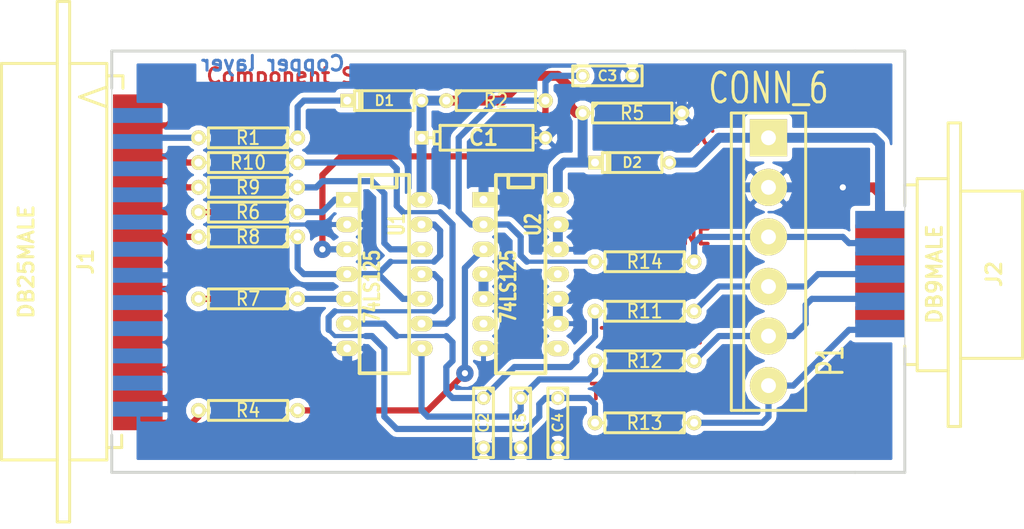
<source format=kicad_pcb>
(kicad_pcb (version 4) (host pcbnew 4.0.7)

  (general
    (links 66)
    (no_connects 0)
    (area 91.160599 61.823599 196.621401 118.313201)
    (thickness 1.6002)
    (drawings 19)
    (tracks 265)
    (zones 0)
    (modules 25)
    (nets 27)
  )

  (page A4)
  (title_block
    (rev 1)
    (company "Kicad Demo")
  )

  (layers
    (0 Dessus signal)
    (31 Dessous signal)
    (32 B.Adhes user)
    (33 F.Adhes user)
    (34 B.Paste user)
    (35 F.Paste user)
    (36 B.SilkS user)
    (37 F.SilkS user)
    (38 B.Mask user)
    (39 F.Mask user)
    (40 Dwgs.User user)
    (41 Cmts.User user)
    (42 Eco1.User user)
    (43 Eco2.User user)
    (44 Edge.Cuts user)
  )

  (setup
    (last_trace_width 0.635)
    (user_trace_width 0.4)
    (user_trace_width 1)
    (trace_clearance 0.254)
    (zone_clearance 0.508)
    (zone_45_only no)
    (trace_min 0.2032)
    (segment_width 0.3)
    (edge_width 0.1)
    (via_size 1.651)
    (via_drill 0.635)
    (via_min_size 0.889)
    (via_min_drill 0.508)
    (uvia_size 0.508)
    (uvia_drill 0.127)
    (uvias_allowed no)
    (uvia_min_size 0.508)
    (uvia_min_drill 0.127)
    (pcb_text_width 0.3048)
    (pcb_text_size 1.5 1.5)
    (mod_edge_width 0.3)
    (mod_text_size 0.3 1.5)
    (mod_text_width 0.3)
    (pad_size 1.778 5.08)
    (pad_drill 0)
    (pad_to_mask_clearance 0.254)
    (aux_axis_origin 0 0)
    (visible_elements 7FFFFFFF)
    (pcbplotparams
      (layerselection 0x00030_80000001)
      (usegerberextensions false)
      (excludeedgelayer false)
      (linewidth 0.150000)
      (plotframeref false)
      (viasonmask false)
      (mode 1)
      (useauxorigin false)
      (hpglpennumber 1)
      (hpglpenspeed 20)
      (hpglpendiameter 15)
      (hpglpenoverlay 0)
      (psnegative false)
      (psa4output false)
      (plotreference true)
      (plotvalue true)
      (plotinvisibletext false)
      (padsonsilk false)
      (subtractmaskfromsilk false)
      (outputformat 1)
      (mirror false)
      (drillshape 1)
      (scaleselection 1)
      (outputdirectory ""))
  )

  (net 0 "")
  (net 1 /CLK-D1)
  (net 2 /CTRL-D3)
  (net 3 /DONE-SELECT*)
  (net 4 /PWR_3,3-5V)
  (net 5 /TCK-CCLK)
  (net 6 /TD0-DONE)
  (net 7 /TD0-PROG-D4)
  (net 8 /TDI-DIN)
  (net 9 /TDI-DIN-D0)
  (net 10 /TMS-PROG)
  (net 11 /TMS-PROG-D2)
  (net 12 /VCC_SENSE-ERROR*)
  (net 13 GND)
  (net 14 N-000008)
  (net 15 N-000014)
  (net 16 N-000015)
  (net 17 N-000016)
  (net 18 N-000030)
  (net 19 N-000031)
  (net 20 N-000032)
  (net 21 N-000033)
  (net 22 N-000034)
  (net 23 N-000035)
  (net 24 N-000036)
  (net 25 N-000038)
  (net 26 VCC)

  (net_class Default "Ceci est la Netclass par défaut"
    (clearance 0.254)
    (trace_width 0.635)
    (via_dia 1.651)
    (via_drill 0.635)
    (uvia_dia 0.508)
    (uvia_drill 0.127)
    (add_net /CLK-D1)
    (add_net /CTRL-D3)
    (add_net /DONE-SELECT*)
    (add_net /PWR_3,3-5V)
    (add_net /TCK-CCLK)
    (add_net /TD0-DONE)
    (add_net /TD0-PROG-D4)
    (add_net /TDI-DIN)
    (add_net /TDI-DIN-D0)
    (add_net /TMS-PROG)
    (add_net /TMS-PROG-D2)
    (add_net /VCC_SENSE-ERROR*)
    (add_net GND)
    (add_net N-000008)
    (add_net N-000014)
    (add_net N-000015)
    (add_net N-000016)
    (add_net N-000030)
    (add_net N-000031)
    (add_net N-000032)
    (add_net N-000033)
    (add_net N-000034)
    (add_net N-000035)
    (add_net N-000036)
    (add_net N-000038)
    (add_net VCC)
  )

  (module DB25M_CI (layer Dessus) (tedit 3F9A86C0) (tstamp 3)
    (at 102.87 88.9 90)
    (descr "Connecteur DB25 male couche")
    (tags "CONN DB25")
    (path /3EBF7D04)
    (fp_text reference J1 (at 0 -2.667 270) (layer F.SilkS)
      (effects (font (thickness 0.3048)))
    )
    (fp_text value DB25MALE (at 0 -8.763 270) (layer F.SilkS)
      (effects (font (thickness 0.3048)))
    )
    (fp_line (start 15.875 -0.508) (end 16.891 -3.302) (layer F.SilkS) (width 0.3048))
    (fp_line (start 16.891 -3.302) (end 17.907 -0.508) (layer F.SilkS) (width 0.3048))
    (fp_line (start -26.67 -4.318) (end 26.67 -4.318) (layer F.SilkS) (width 0.3048))
    (fp_line (start 26.67 -5.588) (end -26.67 -5.588) (layer F.SilkS) (width 0.3048))
    (fp_line (start 26.67 -5.588) (end 26.67 -4.318) (layer F.SilkS) (width 0.3048))
    (fp_line (start -26.67 -5.588) (end -26.67 -4.318) (layer F.SilkS) (width 0.3048))
    (fp_line (start 20.32 -0.508) (end -20.32 -0.508) (layer F.SilkS) (width 0.3048))
    (fp_line (start 19.05 -0.508) (end 19.05 1.143) (layer F.SilkS) (width 0.3048))
    (fp_line (start 19.05 1.143) (end 17.78 1.143) (layer F.SilkS) (width 0.3048))
    (fp_line (start -19.05 -0.508) (end -19.05 1.016) (layer F.SilkS) (width 0.3048))
    (fp_line (start -19.05 1.016) (end -17.78 1.016) (layer F.SilkS) (width 0.3048))
    (fp_line (start -20.32 -0.508) (end -20.32 -4.318) (layer F.SilkS) (width 0.3048))
    (fp_line (start 20.32 -4.318) (end 20.32 -0.508) (layer F.SilkS) (width 0.3048))
    (fp_line (start -20.32 -5.588) (end -20.32 -11.303) (layer F.SilkS) (width 0.3048))
    (fp_line (start -20.32 -11.303) (end 20.32 -11.303) (layer F.SilkS) (width 0.3048))
    (fp_line (start 20.32 -11.303) (end 20.32 -5.588) (layer F.SilkS) (width 0.3048))
    (pad 13 connect rect (at -16.51 2.667 180) (size 5.08 1.524) (layers Dessus F.Mask)
      (net 3 /DONE-SELECT*))
    (pad 12 connect rect (at -13.716 2.667 180) (size 5.08 1.524) (layers Dessus F.Mask)
      (net 14 N-000008))
    (pad 11 connect rect (at -11.049 2.667 180) (size 5.08 1.524) (layers Dessus F.Mask)
      (net 14 N-000008))
    (pad 10 connect rect (at -8.255 2.667 180) (size 5.08 1.524) (layers Dessus F.Mask))
    (pad 9 connect rect (at -5.588 2.667 180) (size 5.08 1.524) (layers Dessus F.Mask))
    (pad 8 connect rect (at -2.794 2.667 180) (size 5.08 1.524) (layers Dessus F.Mask)
      (net 14 N-000008))
    (pad 7 connect rect (at 0 2.667 180) (size 5.08 1.524) (layers Dessus F.Mask))
    (pad 6 connect rect (at 2.667 2.667 180) (size 5.08 1.524) (layers Dessus F.Mask)
      (net 7 /TD0-PROG-D4))
    (pad 5 connect rect (at 5.461 2.667 180) (size 5.08 1.524) (layers Dessus F.Mask)
      (net 2 /CTRL-D3))
    (pad 4 connect rect (at 8.128 2.667 180) (size 5.08 1.524) (layers Dessus F.Mask)
      (net 11 /TMS-PROG-D2))
    (pad 3 connect rect (at 10.922 2.667 180) (size 5.08 1.524) (layers Dessus F.Mask)
      (net 1 /CLK-D1))
    (pad 2 connect rect (at 13.716 2.667 180) (size 5.08 1.524) (layers Dessus F.Mask)
      (net 9 /TDI-DIN-D0))
    (pad 1 connect rect (at 16.383 2.667 180) (size 5.08 1.524) (layers Dessus F.Mask))
    (pad 25 connect rect (at -15.113 2.667 180) (size 5.08 1.524) (layers Dessous B.Mask)
      (net 13 GND))
    (pad 24 connect rect (at -12.446 2.667 180) (size 5.08 1.524) (layers Dessous B.Mask))
    (pad 23 connect rect (at -9.652 2.667 180) (size 5.08 1.524) (layers Dessous B.Mask))
    (pad 22 connect rect (at -6.858 2.667 180) (size 5.08 1.524) (layers Dessous B.Mask))
    (pad 21 connect rect (at -4.191 2.667 180) (size 5.08 1.524) (layers Dessous B.Mask))
    (pad 20 connect rect (at -1.397 2.667 180) (size 5.08 1.524) (layers Dessous B.Mask)
      (net 13 GND))
    (pad 19 connect rect (at 1.27 2.667 180) (size 5.08 1.524) (layers Dessous B.Mask))
    (pad 18 connect rect (at 4.064 2.667 180) (size 5.08 1.524) (layers Dessous B.Mask))
    (pad 17 connect rect (at 6.858 2.667 180) (size 5.08 1.524) (layers Dessous B.Mask))
    (pad 16 connect rect (at 9.525 2.667 180) (size 5.08 1.524) (layers Dessous B.Mask))
    (pad 15 connect rect (at 12.319 2.667 180) (size 5.08 1.524) (layers Dessous B.Mask)
      (net 12 /VCC_SENSE-ERROR*))
    (pad 14 connect rect (at 14.986 2.667 180) (size 5.08 1.524) (layers Dessous B.Mask))
    (model Connect.3dshapes/DB25M_CI.wrl
      (at (xyz 0 0 -0.033))
      (scale (xyz 0.98 1 1))
      (rotate (xyz 90 180 0))
    )
  )

  (module bornier6 (layer Dessus) (tedit 41F667CA) (tstamp 3)
    (at 170.18 88.9 270)
    (descr "Bornier d'alimentation 4 pins")
    (tags DEV)
    (path /3EBF830C)
    (fp_text reference P1 (at 10.16 -6.35 270) (layer F.SilkS)
      (effects (font (size 2.6162 1.59766) (thickness 0.3048)))
    )
    (fp_text value CONN_6 (at -17.78 0 360) (layer F.SilkS)
      (effects (font (size 3.05054 2.0955) (thickness 0.3048)))
    )
    (fp_line (start -15.24 -3.81) (end -15.24 3.81) (layer F.SilkS) (width 0.3048))
    (fp_line (start 15.24 3.81) (end 15.24 -3.81) (layer F.SilkS) (width 0.3048))
    (fp_line (start -15.24 2.54) (end 15.24 2.54) (layer F.SilkS) (width 0.3048))
    (fp_line (start -15.24 -3.81) (end 15.24 -3.81) (layer F.SilkS) (width 0.3048))
    (fp_line (start -15.24 3.81) (end 15.24 3.81) (layer F.SilkS) (width 0.3048))
    (pad 2 thru_hole circle (at -7.62 0 270) (size 3.81 3.81) (drill 1.524) (layers *.Cu *.Mask F.SilkS)
      (net 13 GND))
    (pad 3 thru_hole circle (at -2.54 0 270) (size 3.81 3.81) (drill 1.524) (layers *.Cu *.Mask F.SilkS)
      (net 6 /TD0-DONE))
    (pad 1 thru_hole rect (at -12.7 0 270) (size 3.81 3.81) (drill 1.524) (layers *.Cu *.Mask F.SilkS)
      (net 4 /PWR_3,3-5V))
    (pad 4 thru_hole circle (at 2.54 0 270) (size 3.81 3.81) (drill 1.524) (layers *.Cu *.Mask F.SilkS)
      (net 8 /TDI-DIN))
    (pad 5 thru_hole circle (at 7.62 0 270) (size 3.81 3.81) (drill 1.524) (layers *.Cu *.Mask F.SilkS)
      (net 5 /TCK-CCLK))
    (pad 6 thru_hole circle (at 12.7 0 270) (size 3.81 3.81) (drill 1.524) (layers *.Cu *.Mask F.SilkS)
      (net 10 /TMS-PROG))
    (model Connect.3dshapes/bornier6.wrl
      (at (xyz 0 0 0))
      (scale (xyz 1 1 1))
      (rotate (xyz 0 0 0))
    )
  )

  (module R4 (layer Dessus) (tedit 200000) (tstamp 3)
    (at 142.24 72.39)
    (descr "Resitance 4 pas")
    (tags R)
    (path /3EBF8187)
    (autoplace_cost180 10)
    (fp_text reference R2 (at 0 0) (layer F.SilkS)
      (effects (font (size 1.397 1.27) (thickness 0.2032)))
    )
    (fp_text value 5,1K (at 0 0) (layer F.SilkS) hide
      (effects (font (size 1.397 1.27) (thickness 0.2032)))
    )
    (fp_line (start -5.08 0) (end -4.064 0) (layer F.SilkS) (width 0.3048))
    (fp_line (start -4.064 0) (end -4.064 -1.016) (layer F.SilkS) (width 0.3048))
    (fp_line (start -4.064 -1.016) (end 4.064 -1.016) (layer F.SilkS) (width 0.3048))
    (fp_line (start 4.064 -1.016) (end 4.064 1.016) (layer F.SilkS) (width 0.3048))
    (fp_line (start 4.064 1.016) (end -4.064 1.016) (layer F.SilkS) (width 0.3048))
    (fp_line (start -4.064 1.016) (end -4.064 0) (layer F.SilkS) (width 0.3048))
    (fp_line (start -4.064 -0.508) (end -3.556 -1.016) (layer F.SilkS) (width 0.3048))
    (fp_line (start 5.08 0) (end 4.064 0) (layer F.SilkS) (width 0.3048))
    (pad 1 thru_hole circle (at -5.08 0) (size 1.524 1.524) (drill 0.8128) (layers *.Cu *.Mask F.SilkS)
      (net 26 VCC))
    (pad 2 thru_hole circle (at 5.08 0) (size 1.524 1.524) (drill 0.8128) (layers *.Cu *.Mask F.SilkS)
      (net 25 N-000038))
    (model Discret.3dshapes/R3.wrl
      (at (xyz 0 0 0))
      (scale (xyz 0.4 0.4 0.4))
      (rotate (xyz 0 0 0))
    )
  )

  (module R4 (layer Dessus) (tedit 200000) (tstamp 3)
    (at 116.84 76.2 180)
    (descr "Resitance 4 pas")
    (tags R)
    (path /3EBF7D16)
    (autoplace_cost180 10)
    (fp_text reference R1 (at 0 0 180) (layer F.SilkS)
      (effects (font (size 1.397 1.27) (thickness 0.2032)))
    )
    (fp_text value 100 (at 0 0 180) (layer F.SilkS) hide
      (effects (font (size 1.397 1.27) (thickness 0.2032)))
    )
    (fp_line (start -5.08 0) (end -4.064 0) (layer F.SilkS) (width 0.3048))
    (fp_line (start -4.064 0) (end -4.064 -1.016) (layer F.SilkS) (width 0.3048))
    (fp_line (start -4.064 -1.016) (end 4.064 -1.016) (layer F.SilkS) (width 0.3048))
    (fp_line (start 4.064 -1.016) (end 4.064 1.016) (layer F.SilkS) (width 0.3048))
    (fp_line (start 4.064 1.016) (end -4.064 1.016) (layer F.SilkS) (width 0.3048))
    (fp_line (start -4.064 1.016) (end -4.064 0) (layer F.SilkS) (width 0.3048))
    (fp_line (start -4.064 -0.508) (end -3.556 -1.016) (layer F.SilkS) (width 0.3048))
    (fp_line (start 5.08 0) (end 4.064 0) (layer F.SilkS) (width 0.3048))
    (pad 1 thru_hole circle (at -5.08 0 180) (size 1.524 1.524) (drill 0.8128) (layers *.Cu *.Mask F.SilkS)
      (net 15 N-000014))
    (pad 2 thru_hole circle (at 5.08 0 180) (size 1.524 1.524) (drill 0.8128) (layers *.Cu *.Mask F.SilkS)
      (net 12 /VCC_SENSE-ERROR*))
    (model Discret.3dshapes/R3.wrl
      (at (xyz 0 0 0))
      (scale (xyz 0.4 0.4 0.4))
      (rotate (xyz 0 0 0))
    )
  )

  (module R4 (layer Dessus) (tedit 200000) (tstamp 3)
    (at 157.48 88.9 180)
    (descr "Resitance 4 pas")
    (tags R)
    (path /3EBF819B)
    (autoplace_cost180 10)
    (fp_text reference R14 (at 0 0 180) (layer F.SilkS)
      (effects (font (size 1.397 1.27) (thickness 0.2032)))
    )
    (fp_text value 100 (at 0 0 180) (layer F.SilkS) hide
      (effects (font (size 1.397 1.27) (thickness 0.2032)))
    )
    (fp_line (start -5.08 0) (end -4.064 0) (layer F.SilkS) (width 0.3048))
    (fp_line (start -4.064 0) (end -4.064 -1.016) (layer F.SilkS) (width 0.3048))
    (fp_line (start -4.064 -1.016) (end 4.064 -1.016) (layer F.SilkS) (width 0.3048))
    (fp_line (start 4.064 -1.016) (end 4.064 1.016) (layer F.SilkS) (width 0.3048))
    (fp_line (start 4.064 1.016) (end -4.064 1.016) (layer F.SilkS) (width 0.3048))
    (fp_line (start -4.064 1.016) (end -4.064 0) (layer F.SilkS) (width 0.3048))
    (fp_line (start -4.064 -0.508) (end -3.556 -1.016) (layer F.SilkS) (width 0.3048))
    (fp_line (start 5.08 0) (end 4.064 0) (layer F.SilkS) (width 0.3048))
    (pad 1 thru_hole circle (at -5.08 0 180) (size 1.524 1.524) (drill 0.8128) (layers *.Cu *.Mask F.SilkS)
      (net 6 /TD0-DONE))
    (pad 2 thru_hole circle (at 5.08 0 180) (size 1.524 1.524) (drill 0.8128) (layers *.Cu *.Mask F.SilkS)
      (net 25 N-000038))
    (model Discret.3dshapes/R3.wrl
      (at (xyz 0 0 0))
      (scale (xyz 0.4 0.4 0.4))
      (rotate (xyz 0 0 0))
    )
  )

  (module R4 (layer Dessus) (tedit 200000) (tstamp 3)
    (at 156.21 73.66)
    (descr "Resitance 4 pas")
    (tags R)
    (path /3EBF818E)
    (autoplace_cost180 10)
    (fp_text reference R5 (at 0 0) (layer F.SilkS)
      (effects (font (size 1.397 1.27) (thickness 0.2032)))
    )
    (fp_text value 1K (at 0 0) (layer F.SilkS) hide
      (effects (font (size 1.397 1.27) (thickness 0.2032)))
    )
    (fp_line (start -5.08 0) (end -4.064 0) (layer F.SilkS) (width 0.3048))
    (fp_line (start -4.064 0) (end -4.064 -1.016) (layer F.SilkS) (width 0.3048))
    (fp_line (start -4.064 -1.016) (end 4.064 -1.016) (layer F.SilkS) (width 0.3048))
    (fp_line (start 4.064 -1.016) (end 4.064 1.016) (layer F.SilkS) (width 0.3048))
    (fp_line (start 4.064 1.016) (end -4.064 1.016) (layer F.SilkS) (width 0.3048))
    (fp_line (start -4.064 1.016) (end -4.064 0) (layer F.SilkS) (width 0.3048))
    (fp_line (start -4.064 -0.508) (end -3.556 -1.016) (layer F.SilkS) (width 0.3048))
    (fp_line (start 5.08 0) (end 4.064 0) (layer F.SilkS) (width 0.3048))
    (pad 1 thru_hole circle (at -5.08 0) (size 1.524 1.524) (drill 0.8128) (layers *.Cu *.Mask F.SilkS)
      (net 26 VCC))
    (pad 2 thru_hole circle (at 5.08 0) (size 1.524 1.524) (drill 0.8128) (layers *.Cu *.Mask F.SilkS)
      (net 13 GND))
    (model Discret.3dshapes/R3.wrl
      (at (xyz 0 0 0))
      (scale (xyz 0.4 0.4 0.4))
      (rotate (xyz 0 0 0))
    )
  )

  (module R4 (layer Dessus) (tedit 200000) (tstamp 3)
    (at 116.84 83.82 180)
    (descr "Resitance 4 pas")
    (tags R)
    (path /3EBF7D26)
    (autoplace_cost180 10)
    (fp_text reference R6 (at 0 0 180) (layer F.SilkS)
      (effects (font (size 1.397 1.27) (thickness 0.2032)))
    )
    (fp_text value 100 (at 0 0 180) (layer F.SilkS) hide
      (effects (font (size 1.397 1.27) (thickness 0.2032)))
    )
    (fp_line (start -5.08 0) (end -4.064 0) (layer F.SilkS) (width 0.3048))
    (fp_line (start -4.064 0) (end -4.064 -1.016) (layer F.SilkS) (width 0.3048))
    (fp_line (start -4.064 -1.016) (end 4.064 -1.016) (layer F.SilkS) (width 0.3048))
    (fp_line (start 4.064 -1.016) (end 4.064 1.016) (layer F.SilkS) (width 0.3048))
    (fp_line (start 4.064 1.016) (end -4.064 1.016) (layer F.SilkS) (width 0.3048))
    (fp_line (start -4.064 1.016) (end -4.064 0) (layer F.SilkS) (width 0.3048))
    (fp_line (start -4.064 -0.508) (end -3.556 -1.016) (layer F.SilkS) (width 0.3048))
    (fp_line (start 5.08 0) (end 4.064 0) (layer F.SilkS) (width 0.3048))
    (pad 1 thru_hole circle (at -5.08 0 180) (size 1.524 1.524) (drill 0.8128) (layers *.Cu *.Mask F.SilkS)
      (net 19 N-000031))
    (pad 2 thru_hole circle (at 5.08 0 180) (size 1.524 1.524) (drill 0.8128) (layers *.Cu *.Mask F.SilkS)
      (net 7 /TD0-PROG-D4))
    (model Discret.3dshapes/R3.wrl
      (at (xyz 0 0 0))
      (scale (xyz 0.4 0.4 0.4))
      (rotate (xyz 0 0 0))
    )
  )

  (module R4 (layer Dessus) (tedit 200000) (tstamp 3)
    (at 116.84 92.71 180)
    (descr "Resitance 4 pas")
    (tags R)
    (path /4D52807F)
    (autoplace_cost180 10)
    (fp_text reference R7 (at 0 0 180) (layer F.SilkS)
      (effects (font (size 1.397 1.27) (thickness 0.2032)))
    )
    (fp_text value 100 (at 0 0 180) (layer F.SilkS) hide
      (effects (font (size 1.397 1.27) (thickness 0.2032)))
    )
    (fp_line (start -5.08 0) (end -4.064 0) (layer F.SilkS) (width 0.3048))
    (fp_line (start -4.064 0) (end -4.064 -1.016) (layer F.SilkS) (width 0.3048))
    (fp_line (start -4.064 -1.016) (end 4.064 -1.016) (layer F.SilkS) (width 0.3048))
    (fp_line (start 4.064 -1.016) (end 4.064 1.016) (layer F.SilkS) (width 0.3048))
    (fp_line (start 4.064 1.016) (end -4.064 1.016) (layer F.SilkS) (width 0.3048))
    (fp_line (start -4.064 1.016) (end -4.064 0) (layer F.SilkS) (width 0.3048))
    (fp_line (start -4.064 -0.508) (end -3.556 -1.016) (layer F.SilkS) (width 0.3048))
    (fp_line (start 5.08 0) (end 4.064 0) (layer F.SilkS) (width 0.3048))
    (pad 1 thru_hole circle (at -5.08 0 180) (size 1.524 1.524) (drill 0.8128) (layers *.Cu *.Mask F.SilkS)
      (net 17 N-000016))
    (pad 2 thru_hole circle (at 5.08 0 180) (size 1.524 1.524) (drill 0.8128) (layers *.Cu *.Mask F.SilkS)
      (net 9 /TDI-DIN-D0))
    (model Discret.3dshapes/R3.wrl
      (at (xyz 0 0 0))
      (scale (xyz 0.4 0.4 0.4))
      (rotate (xyz 0 0 0))
    )
  )

  (module R4 (layer Dessus) (tedit 200000) (tstamp 3)
    (at 116.84 86.36 180)
    (descr "Resitance 4 pas")
    (tags R)
    (path /4D528080)
    (autoplace_cost180 10)
    (fp_text reference R8 (at 0 0 180) (layer F.SilkS)
      (effects (font (size 1.397 1.27) (thickness 0.2032)))
    )
    (fp_text value 100 (at 0 0 180) (layer F.SilkS) hide
      (effects (font (size 1.397 1.27) (thickness 0.2032)))
    )
    (fp_line (start -5.08 0) (end -4.064 0) (layer F.SilkS) (width 0.3048))
    (fp_line (start -4.064 0) (end -4.064 -1.016) (layer F.SilkS) (width 0.3048))
    (fp_line (start -4.064 -1.016) (end 4.064 -1.016) (layer F.SilkS) (width 0.3048))
    (fp_line (start 4.064 -1.016) (end 4.064 1.016) (layer F.SilkS) (width 0.3048))
    (fp_line (start 4.064 1.016) (end -4.064 1.016) (layer F.SilkS) (width 0.3048))
    (fp_line (start -4.064 1.016) (end -4.064 0) (layer F.SilkS) (width 0.3048))
    (fp_line (start -4.064 -0.508) (end -3.556 -1.016) (layer F.SilkS) (width 0.3048))
    (fp_line (start 5.08 0) (end 4.064 0) (layer F.SilkS) (width 0.3048))
    (pad 1 thru_hole circle (at -5.08 0 180) (size 1.524 1.524) (drill 0.8128) (layers *.Cu *.Mask F.SilkS)
      (net 21 N-000033))
    (pad 2 thru_hole circle (at 5.08 0 180) (size 1.524 1.524) (drill 0.8128) (layers *.Cu *.Mask F.SilkS)
      (net 2 /CTRL-D3))
    (model Discret.3dshapes/R3.wrl
      (at (xyz 0 0 0))
      (scale (xyz 0.4 0.4 0.4))
      (rotate (xyz 0 0 0))
    )
  )

  (module R4 (layer Dessus) (tedit 200000) (tstamp 3)
    (at 116.84 81.28 180)
    (descr "Resitance 4 pas")
    (tags R)
    (path /3EBF7D33)
    (autoplace_cost180 10)
    (fp_text reference R9 (at 0 0 180) (layer F.SilkS)
      (effects (font (size 1.397 1.27) (thickness 0.2032)))
    )
    (fp_text value 100 (at 0 0 180) (layer F.SilkS) hide
      (effects (font (size 1.397 1.27) (thickness 0.2032)))
    )
    (fp_line (start -5.08 0) (end -4.064 0) (layer F.SilkS) (width 0.3048))
    (fp_line (start -4.064 0) (end -4.064 -1.016) (layer F.SilkS) (width 0.3048))
    (fp_line (start -4.064 -1.016) (end 4.064 -1.016) (layer F.SilkS) (width 0.3048))
    (fp_line (start 4.064 -1.016) (end 4.064 1.016) (layer F.SilkS) (width 0.3048))
    (fp_line (start 4.064 1.016) (end -4.064 1.016) (layer F.SilkS) (width 0.3048))
    (fp_line (start -4.064 1.016) (end -4.064 0) (layer F.SilkS) (width 0.3048))
    (fp_line (start -4.064 -0.508) (end -3.556 -1.016) (layer F.SilkS) (width 0.3048))
    (fp_line (start 5.08 0) (end 4.064 0) (layer F.SilkS) (width 0.3048))
    (pad 1 thru_hole circle (at -5.08 0 180) (size 1.524 1.524) (drill 0.8128) (layers *.Cu *.Mask F.SilkS)
      (net 20 N-000032))
    (pad 2 thru_hole circle (at 5.08 0 180) (size 1.524 1.524) (drill 0.8128) (layers *.Cu *.Mask F.SilkS)
      (net 11 /TMS-PROG-D2))
    (model Discret.3dshapes/R3.wrl
      (at (xyz 0 0 0))
      (scale (xyz 0.4 0.4 0.4))
      (rotate (xyz 0 0 0))
    )
  )

  (module R4 (layer Dessus) (tedit 200000) (tstamp 3)
    (at 116.84 78.74 180)
    (descr "Resitance 4 pas")
    (tags R)
    (path /3EBF7D31)
    (autoplace_cost180 10)
    (fp_text reference R10 (at 0 0 180) (layer F.SilkS)
      (effects (font (size 1.397 1.27) (thickness 0.2032)))
    )
    (fp_text value 100 (at 0 0 180) (layer F.SilkS) hide
      (effects (font (size 1.397 1.27) (thickness 0.2032)))
    )
    (fp_line (start -5.08 0) (end -4.064 0) (layer F.SilkS) (width 0.3048))
    (fp_line (start -4.064 0) (end -4.064 -1.016) (layer F.SilkS) (width 0.3048))
    (fp_line (start -4.064 -1.016) (end 4.064 -1.016) (layer F.SilkS) (width 0.3048))
    (fp_line (start 4.064 -1.016) (end 4.064 1.016) (layer F.SilkS) (width 0.3048))
    (fp_line (start 4.064 1.016) (end -4.064 1.016) (layer F.SilkS) (width 0.3048))
    (fp_line (start -4.064 1.016) (end -4.064 0) (layer F.SilkS) (width 0.3048))
    (fp_line (start -4.064 -0.508) (end -3.556 -1.016) (layer F.SilkS) (width 0.3048))
    (fp_line (start 5.08 0) (end 4.064 0) (layer F.SilkS) (width 0.3048))
    (pad 1 thru_hole circle (at -5.08 0 180) (size 1.524 1.524) (drill 0.8128) (layers *.Cu *.Mask F.SilkS)
      (net 18 N-000030))
    (pad 2 thru_hole circle (at 5.08 0 180) (size 1.524 1.524) (drill 0.8128) (layers *.Cu *.Mask F.SilkS)
      (net 1 /CLK-D1))
    (model Discret.3dshapes/R3.wrl
      (at (xyz 0 0 0))
      (scale (xyz 0.4 0.4 0.4))
      (rotate (xyz 0 0 0))
    )
  )

  (module R4 (layer Dessus) (tedit 200000) (tstamp 3)
    (at 157.48 93.98 180)
    (descr "Resitance 4 pas")
    (tags R)
    (path /4D527316)
    (autoplace_cost180 10)
    (fp_text reference R11 (at 0 0 180) (layer F.SilkS)
      (effects (font (size 1.397 1.27) (thickness 0.2032)))
    )
    (fp_text value 100 (at 0 0 180) (layer F.SilkS) hide
      (effects (font (size 1.397 1.27) (thickness 0.2032)))
    )
    (fp_line (start -5.08 0) (end -4.064 0) (layer F.SilkS) (width 0.3048))
    (fp_line (start -4.064 0) (end -4.064 -1.016) (layer F.SilkS) (width 0.3048))
    (fp_line (start -4.064 -1.016) (end 4.064 -1.016) (layer F.SilkS) (width 0.3048))
    (fp_line (start 4.064 -1.016) (end 4.064 1.016) (layer F.SilkS) (width 0.3048))
    (fp_line (start 4.064 1.016) (end -4.064 1.016) (layer F.SilkS) (width 0.3048))
    (fp_line (start -4.064 1.016) (end -4.064 0) (layer F.SilkS) (width 0.3048))
    (fp_line (start -4.064 -0.508) (end -3.556 -1.016) (layer F.SilkS) (width 0.3048))
    (fp_line (start 5.08 0) (end 4.064 0) (layer F.SilkS) (width 0.3048))
    (pad 1 thru_hole circle (at -5.08 0 180) (size 1.524 1.524) (drill 0.8128) (layers *.Cu *.Mask F.SilkS)
      (net 8 /TDI-DIN))
    (pad 2 thru_hole circle (at 5.08 0 180) (size 1.524 1.524) (drill 0.8128) (layers *.Cu *.Mask F.SilkS)
      (net 23 N-000035))
    (model Discret.3dshapes/R3.wrl
      (at (xyz 0 0 0))
      (scale (xyz 0.4 0.4 0.4))
      (rotate (xyz 0 0 0))
    )
  )

  (module R4 (layer Dessus) (tedit 200000) (tstamp 3)
    (at 157.48 99.06 180)
    (descr "Resitance 4 pas")
    (tags R)
    (path /4D528083)
    (autoplace_cost180 10)
    (fp_text reference R12 (at 0 0 180) (layer F.SilkS)
      (effects (font (size 1.397 1.27) (thickness 0.2032)))
    )
    (fp_text value 100 (at 0 0 180) (layer F.SilkS) hide
      (effects (font (size 1.397 1.27) (thickness 0.2032)))
    )
    (fp_line (start -5.08 0) (end -4.064 0) (layer F.SilkS) (width 0.3048))
    (fp_line (start -4.064 0) (end -4.064 -1.016) (layer F.SilkS) (width 0.3048))
    (fp_line (start -4.064 -1.016) (end 4.064 -1.016) (layer F.SilkS) (width 0.3048))
    (fp_line (start 4.064 -1.016) (end 4.064 1.016) (layer F.SilkS) (width 0.3048))
    (fp_line (start 4.064 1.016) (end -4.064 1.016) (layer F.SilkS) (width 0.3048))
    (fp_line (start -4.064 1.016) (end -4.064 0) (layer F.SilkS) (width 0.3048))
    (fp_line (start -4.064 -0.508) (end -3.556 -1.016) (layer F.SilkS) (width 0.3048))
    (fp_line (start 5.08 0) (end 4.064 0) (layer F.SilkS) (width 0.3048))
    (pad 1 thru_hole circle (at -5.08 0 180) (size 1.524 1.524) (drill 0.8128) (layers *.Cu *.Mask F.SilkS)
      (net 5 /TCK-CCLK))
    (pad 2 thru_hole circle (at 5.08 0 180) (size 1.524 1.524) (drill 0.8128) (layers *.Cu *.Mask F.SilkS)
      (net 24 N-000036))
    (model Discret.3dshapes/R3.wrl
      (at (xyz 0 0 0))
      (scale (xyz 0.4 0.4 0.4))
      (rotate (xyz 0 0 0))
    )
  )

  (module R4 (layer Dessus) (tedit 200000) (tstamp 3)
    (at 157.48 105.41 180)
    (descr "Resitance 4 pas")
    (tags R)
    (path /4D528082)
    (autoplace_cost180 10)
    (fp_text reference R13 (at 0 0 180) (layer F.SilkS)
      (effects (font (size 1.397 1.27) (thickness 0.2032)))
    )
    (fp_text value 100 (at 0 0 180) (layer F.SilkS) hide
      (effects (font (size 1.397 1.27) (thickness 0.2032)))
    )
    (fp_line (start -5.08 0) (end -4.064 0) (layer F.SilkS) (width 0.3048))
    (fp_line (start -4.064 0) (end -4.064 -1.016) (layer F.SilkS) (width 0.3048))
    (fp_line (start -4.064 -1.016) (end 4.064 -1.016) (layer F.SilkS) (width 0.3048))
    (fp_line (start 4.064 -1.016) (end 4.064 1.016) (layer F.SilkS) (width 0.3048))
    (fp_line (start 4.064 1.016) (end -4.064 1.016) (layer F.SilkS) (width 0.3048))
    (fp_line (start -4.064 1.016) (end -4.064 0) (layer F.SilkS) (width 0.3048))
    (fp_line (start -4.064 -0.508) (end -3.556 -1.016) (layer F.SilkS) (width 0.3048))
    (fp_line (start 5.08 0) (end 4.064 0) (layer F.SilkS) (width 0.3048))
    (pad 1 thru_hole circle (at -5.08 0 180) (size 1.524 1.524) (drill 0.8128) (layers *.Cu *.Mask F.SilkS)
      (net 10 /TMS-PROG))
    (pad 2 thru_hole circle (at 5.08 0 180) (size 1.524 1.524) (drill 0.8128) (layers *.Cu *.Mask F.SilkS)
      (net 22 N-000034))
    (model Discret.3dshapes/R3.wrl
      (at (xyz 0 0 0))
      (scale (xyz 0.4 0.4 0.4))
      (rotate (xyz 0 0 0))
    )
  )

  (module R4 (layer Dessus) (tedit 200000) (tstamp 3)
    (at 116.84 104.14 180)
    (descr "Resitance 4 pas")
    (tags R)
    (path /3EBF7D22)
    (autoplace_cost180 10)
    (fp_text reference R4 (at 0 0 180) (layer F.SilkS)
      (effects (font (size 1.397 1.27) (thickness 0.2032)))
    )
    (fp_text value 47 (at 0 0 180) (layer F.SilkS) hide
      (effects (font (size 1.397 1.27) (thickness 0.2032)))
    )
    (fp_line (start -5.08 0) (end -4.064 0) (layer F.SilkS) (width 0.3048))
    (fp_line (start -4.064 0) (end -4.064 -1.016) (layer F.SilkS) (width 0.3048))
    (fp_line (start -4.064 -1.016) (end 4.064 -1.016) (layer F.SilkS) (width 0.3048))
    (fp_line (start 4.064 -1.016) (end 4.064 1.016) (layer F.SilkS) (width 0.3048))
    (fp_line (start 4.064 1.016) (end -4.064 1.016) (layer F.SilkS) (width 0.3048))
    (fp_line (start -4.064 1.016) (end -4.064 0) (layer F.SilkS) (width 0.3048))
    (fp_line (start -4.064 -0.508) (end -3.556 -1.016) (layer F.SilkS) (width 0.3048))
    (fp_line (start 5.08 0) (end 4.064 0) (layer F.SilkS) (width 0.3048))
    (pad 1 thru_hole circle (at -5.08 0 180) (size 1.524 1.524) (drill 0.8128) (layers *.Cu *.Mask F.SilkS)
      (net 16 N-000015))
    (pad 2 thru_hole circle (at 5.08 0 180) (size 1.524 1.524) (drill 0.8128) (layers *.Cu *.Mask F.SilkS)
      (net 3 /DONE-SELECT*))
    (model Discret.3dshapes/R3.wrl
      (at (xyz 0 0 0))
      (scale (xyz 0.4 0.4 0.4))
      (rotate (xyz 0 0 0))
    )
  )

  (module CP5 (layer Dessus) (tedit 200000) (tstamp 3)
    (at 140.97 76.2)
    (descr "Condensateur polarise")
    (tags CP)
    (path /3EBF82C6)
    (fp_text reference C1 (at 0 0) (layer F.SilkS)
      (effects (font (thickness 0.3048)))
    )
    (fp_text value 1uF (at 0 0) (layer F.SilkS) hide
      (effects (font (size 1.524 1.3335) (thickness 0.3048)))
    )
    (fp_line (start -4.445 -1.27) (end -4.445 -1.27) (layer F.SilkS) (width 0.3048))
    (fp_line (start -4.445 -1.27) (end -4.445 -1.27) (layer F.SilkS) (width 0.3048))
    (fp_line (start -4.445 -1.27) (end -4.445 -1.27) (layer F.SilkS) (width 0.3048))
    (fp_line (start -4.445 -1.27) (end 5.08 -1.27) (layer F.SilkS) (width 0.3048))
    (fp_line (start 5.08 -1.27) (end 5.08 1.27) (layer F.SilkS) (width 0.3048))
    (fp_line (start 5.08 1.27) (end -4.445 1.27) (layer F.SilkS) (width 0.3048))
    (fp_line (start -4.445 1.27) (end -4.445 -1.27) (layer F.SilkS) (width 0.3048))
    (fp_line (start -4.445 -0.635) (end -4.445 -0.635) (layer F.SilkS) (width 0.3048))
    (fp_line (start -4.445 -0.635) (end -5.08 -0.635) (layer F.SilkS) (width 0.3048))
    (fp_line (start -5.08 -0.635) (end -5.08 0.635) (layer F.SilkS) (width 0.3048))
    (fp_line (start -5.08 0.635) (end -4.445 0.635) (layer F.SilkS) (width 0.3048))
    (fp_line (start -6.35 0) (end -6.35 0) (layer F.SilkS) (width 0.3048))
    (fp_line (start -6.35 0) (end -5.08 0) (layer F.SilkS) (width 0.3048))
    (fp_line (start -5.08 0) (end -5.08 0) (layer F.SilkS) (width 0.3048))
    (fp_line (start -5.08 0) (end -5.08 0) (layer F.SilkS) (width 0.3048))
    (fp_line (start 5.08 0) (end 5.08 0) (layer F.SilkS) (width 0.3048))
    (fp_line (start 5.08 0) (end 5.08 0) (layer F.SilkS) (width 0.3048))
    (fp_line (start 5.08 0) (end 6.35 0) (layer F.SilkS) (width 0.3048))
    (fp_line (start 6.35 0) (end 6.35 0) (layer F.SilkS) (width 0.3048))
    (fp_line (start 6.35 0) (end 6.35 0) (layer F.SilkS) (width 0.3048))
    (fp_line (start 6.35 0) (end 6.35 0) (layer F.SilkS) (width 0.3048))
    (pad 1 thru_hole rect (at -6.35 0) (size 1.397 1.397) (drill 0.8128) (layers *.Cu *.Mask F.SilkS)
      (net 26 VCC))
    (pad 2 thru_hole circle (at 6.35 0) (size 1.397 1.397) (drill 0.8128) (layers *.Cu *.Mask F.SilkS)
      (net 13 GND))
    (model Discret.3dshapes/CP6.wrl
      (at (xyz 0 0 0))
      (scale (xyz 0.5 0.5 0.5))
      (rotate (xyz 0 0 0))
    )
  )

  (module D3 (layer Dessus) (tedit 200000) (tstamp 3)
    (at 156.21 78.74 180)
    (descr "Diode 3 pas")
    (tags "DIODE DEV")
    (path /3EBF8176)
    (fp_text reference D2 (at 0 0 180) (layer F.SilkS)
      (effects (font (size 1.016 1.016) (thickness 0.2032)))
    )
    (fp_text value BAT46 (at 0 0 180) (layer F.SilkS) hide
      (effects (font (size 1.016 1.016) (thickness 0.2032)))
    )
    (fp_line (start 3.81 0) (end 3.048 0) (layer F.SilkS) (width 0.3048))
    (fp_line (start 3.048 0) (end 3.048 -1.016) (layer F.SilkS) (width 0.3048))
    (fp_line (start 3.048 -1.016) (end -3.048 -1.016) (layer F.SilkS) (width 0.3048))
    (fp_line (start -3.048 -1.016) (end -3.048 0) (layer F.SilkS) (width 0.3048))
    (fp_line (start -3.048 0) (end -3.81 0) (layer F.SilkS) (width 0.3048))
    (fp_line (start -3.048 0) (end -3.048 1.016) (layer F.SilkS) (width 0.3048))
    (fp_line (start -3.048 1.016) (end 3.048 1.016) (layer F.SilkS) (width 0.3048))
    (fp_line (start 3.048 1.016) (end 3.048 0) (layer F.SilkS) (width 0.3048))
    (fp_line (start 2.54 -1.016) (end 2.54 1.016) (layer F.SilkS) (width 0.3048))
    (fp_line (start 2.286 1.016) (end 2.286 -1.016) (layer F.SilkS) (width 0.3048))
    (pad 2 thru_hole rect (at 3.81 0 180) (size 1.397 1.397) (drill 0.8128) (layers *.Cu *.Mask F.SilkS)
      (net 26 VCC))
    (pad 1 thru_hole circle (at -3.81 0 180) (size 1.397 1.397) (drill 0.8128) (layers *.Cu *.Mask F.SilkS)
      (net 4 /PWR_3,3-5V))
    (model Discret.3dshapes/D3.wrl
      (at (xyz 0 0 0))
      (scale (xyz 0.3 0.3 0.3))
      (rotate (xyz 0 0 0))
    )
  )

  (module D3 (layer Dessus) (tedit 200000) (tstamp 3)
    (at 130.81 72.39 180)
    (descr "Diode 3 pas")
    (tags "DIODE DEV")
    (path /3EBF815E)
    (fp_text reference D1 (at 0 0 180) (layer F.SilkS)
      (effects (font (size 1.016 1.016) (thickness 0.2032)))
    )
    (fp_text value BAT46 (at 0 0 180) (layer F.SilkS) hide
      (effects (font (size 1.016 1.016) (thickness 0.2032)))
    )
    (fp_line (start 3.81 0) (end 3.048 0) (layer F.SilkS) (width 0.3048))
    (fp_line (start 3.048 0) (end 3.048 -1.016) (layer F.SilkS) (width 0.3048))
    (fp_line (start 3.048 -1.016) (end -3.048 -1.016) (layer F.SilkS) (width 0.3048))
    (fp_line (start -3.048 -1.016) (end -3.048 0) (layer F.SilkS) (width 0.3048))
    (fp_line (start -3.048 0) (end -3.81 0) (layer F.SilkS) (width 0.3048))
    (fp_line (start -3.048 0) (end -3.048 1.016) (layer F.SilkS) (width 0.3048))
    (fp_line (start -3.048 1.016) (end 3.048 1.016) (layer F.SilkS) (width 0.3048))
    (fp_line (start 3.048 1.016) (end 3.048 0) (layer F.SilkS) (width 0.3048))
    (fp_line (start 2.54 -1.016) (end 2.54 1.016) (layer F.SilkS) (width 0.3048))
    (fp_line (start 2.286 1.016) (end 2.286 -1.016) (layer F.SilkS) (width 0.3048))
    (pad 2 thru_hole rect (at 3.81 0 180) (size 1.397 1.397) (drill 0.8128) (layers *.Cu *.Mask F.SilkS)
      (net 15 N-000014))
    (pad 1 thru_hole circle (at -3.81 0 180) (size 1.397 1.397) (drill 0.8128) (layers *.Cu *.Mask F.SilkS)
      (net 26 VCC))
    (model Discret.3dshapes/D3.wrl
      (at (xyz 0 0 0))
      (scale (xyz 0.3 0.3 0.3))
      (rotate (xyz 0 0 0))
    )
  )

  (module 14DIP-ELL300 (layer Dessus) (tedit 200000) (tstamp 3)
    (at 144.78 90.17 270)
    (descr "Module Dil 14 pins, pads elliptiques")
    (tags DIL)
    (path /3EBF7EEC)
    (fp_text reference U2 (at -5.08 -1.27 270) (layer F.SilkS)
      (effects (font (size 1.524 1.143) (thickness 0.28702)))
    )
    (fp_text value 74LS125 (at 1.27 1.27 270) (layer F.SilkS)
      (effects (font (size 1.524 1.143) (thickness 0.28702)))
    )
    (fp_line (start -10.16 -2.54) (end 10.16 -2.54) (layer F.SilkS) (width 0.381))
    (fp_line (start 10.16 2.54) (end -10.16 2.54) (layer F.SilkS) (width 0.381))
    (fp_line (start -10.16 2.54) (end -10.16 -2.54) (layer F.SilkS) (width 0.381))
    (fp_line (start -10.16 -1.27) (end -8.89 -1.27) (layer F.SilkS) (width 0.381))
    (fp_line (start -8.89 -1.27) (end -8.89 1.27) (layer F.SilkS) (width 0.381))
    (fp_line (start -8.89 1.27) (end -10.16 1.27) (layer F.SilkS) (width 0.381))
    (fp_line (start 10.16 -2.54) (end 10.16 2.54) (layer F.SilkS) (width 0.381))
    (pad 1 thru_hole rect (at -7.62 3.81 270) (size 1.5748 2.286) (drill 0.8128) (layers *.Cu *.Mask F.SilkS)
      (net 13 GND))
    (pad 2 thru_hole oval (at -5.08 3.81 270) (size 1.5748 2.286) (drill 0.8128) (layers *.Cu *.Mask F.SilkS)
      (net 25 N-000038))
    (pad 3 thru_hole oval (at -2.54 3.81 270) (size 1.5748 2.286) (drill 0.8128) (layers *.Cu *.Mask F.SilkS)
      (net 16 N-000015))
    (pad 4 thru_hole oval (at 0 3.81 270) (size 1.5748 2.286) (drill 0.8128) (layers *.Cu *.Mask F.SilkS)
      (net 13 GND))
    (pad 5 thru_hole oval (at 2.54 3.81 270) (size 1.5748 2.286) (drill 0.8128) (layers *.Cu *.Mask F.SilkS)
      (net 13 GND))
    (pad 6 thru_hole oval (at 5.08 3.81 270) (size 1.5748 2.286) (drill 0.8128) (layers *.Cu *.Mask F.SilkS))
    (pad 7 thru_hole oval (at 7.62 3.81 270) (size 1.5748 2.286) (drill 0.8128) (layers *.Cu *.Mask F.SilkS)
      (net 13 GND))
    (pad 8 thru_hole oval (at 7.62 -3.81 270) (size 1.5748 2.286) (drill 0.8128) (layers *.Cu *.Mask F.SilkS))
    (pad 9 thru_hole oval (at 5.08 -3.81 270) (size 1.5748 2.286) (drill 0.8128) (layers *.Cu *.Mask F.SilkS)
      (net 13 GND))
    (pad 10 thru_hole oval (at 2.54 -3.81 270) (size 1.5748 2.286) (drill 0.8128) (layers *.Cu *.Mask F.SilkS)
      (net 13 GND))
    (pad 11 thru_hole oval (at 0 -3.81 270) (size 1.5748 2.286) (drill 0.8128) (layers *.Cu *.Mask F.SilkS))
    (pad 12 thru_hole oval (at -2.54 -3.81 270) (size 1.5748 2.286) (drill 0.8128) (layers *.Cu *.Mask F.SilkS)
      (net 13 GND))
    (pad 13 thru_hole oval (at -5.08 -3.81 270) (size 1.5748 2.286) (drill 0.8128) (layers *.Cu *.Mask F.SilkS)
      (net 13 GND))
    (pad 14 thru_hole oval (at -7.62 -3.81 270) (size 1.5748 2.286) (drill 0.8128) (layers *.Cu *.Mask F.SilkS)
      (net 26 VCC))
    (model Sockets_DIP.3dshapes/DIP-14__300.wrl
      (at (xyz 0 0 0))
      (scale (xyz 1 1 1))
      (rotate (xyz 0 0 0))
    )
  )

  (module 14DIP-ELL300 (layer Dessus) (tedit 4BF0FA82) (tstamp 3)
    (at 130.81 90.17 270)
    (descr "Module Dil 14 pins, pads elliptiques")
    (tags DIL)
    (path /3EBF7DBD)
    (fp_text reference U1 (at -5.08 -1.27 270) (layer F.SilkS)
      (effects (font (size 1.524 1.143) (thickness 0.28702)))
    )
    (fp_text value 74LS125 (at 1.27 1.27 270) (layer F.SilkS)
      (effects (font (size 1.524 1.143) (thickness 0.28702)))
    )
    (fp_line (start -10.16 -2.54) (end 10.16 -2.54) (layer F.SilkS) (width 0.381))
    (fp_line (start 10.16 2.54) (end -10.16 2.54) (layer F.SilkS) (width 0.381))
    (fp_line (start -10.16 2.54) (end -10.16 -2.54) (layer F.SilkS) (width 0.381))
    (fp_line (start -10.16 -1.27) (end -8.89 -1.27) (layer F.SilkS) (width 0.381))
    (fp_line (start -8.89 -1.27) (end -8.89 1.27) (layer F.SilkS) (width 0.381))
    (fp_line (start -8.89 1.27) (end -10.16 1.27) (layer F.SilkS) (width 0.381))
    (fp_line (start 10.16 -2.54) (end 10.16 2.54) (layer F.SilkS) (width 0.381))
    (pad 1 thru_hole rect (at -7.62 3.81 270) (size 1.5748 2.286) (drill 0.8128) (layers *.Cu *.Mask F.SilkS)
      (net 19 N-000031))
    (pad 2 thru_hole oval (at -5.08 3.81 270) (size 1.5748 2.286) (drill 0.8128) (layers *.Cu *.Mask F.SilkS)
      (net 13 GND))
    (pad 3 thru_hole oval (at -2.54 3.81 270) (size 1.5748 2.286) (drill 0.8128) (layers *.Cu *.Mask F.SilkS)
      (net 25 N-000038))
    (pad 4 thru_hole oval (at 0 3.81 270) (size 1.5748 2.286) (drill 0.8128) (layers *.Cu *.Mask F.SilkS)
      (net 21 N-000033))
    (pad 5 thru_hole oval (at 2.54 3.81 270) (size 1.5748 2.286) (drill 0.8128) (layers *.Cu *.Mask F.SilkS)
      (net 17 N-000016))
    (pad 6 thru_hole oval (at 5.08 3.81 270) (size 1.5748 2.286) (drill 0.8128) (layers *.Cu *.Mask F.SilkS)
      (net 23 N-000035))
    (pad 7 thru_hole oval (at 7.62 3.81 270) (size 1.5748 2.286) (drill 0.8128) (layers *.Cu *.Mask F.SilkS)
      (net 13 GND))
    (pad 8 thru_hole oval (at 7.62 -3.81 270) (size 1.5748 2.286) (drill 0.8128) (layers *.Cu *.Mask F.SilkS)
      (net 24 N-000036))
    (pad 9 thru_hole oval (at 5.08 -3.81 270) (size 1.5748 2.286) (drill 0.8128) (layers *.Cu *.Mask F.SilkS)
      (net 18 N-000030))
    (pad 10 thru_hole oval (at 2.54 -3.81 270) (size 1.5748 2.286) (drill 0.8128) (layers *.Cu *.Mask F.SilkS)
      (net 21 N-000033))
    (pad 11 thru_hole oval (at 0 -3.81 270) (size 1.5748 2.286) (drill 0.8128) (layers *.Cu *.Mask F.SilkS)
      (net 22 N-000034))
    (pad 12 thru_hole oval (at -2.54 -3.81 270) (size 1.5748 2.286) (drill 0.8128) (layers *.Cu *.Mask F.SilkS)
      (net 20 N-000032))
    (pad 13 thru_hole oval (at -5.08 -3.81 270) (size 1.5748 2.286) (drill 0.8128) (layers *.Cu *.Mask F.SilkS)
      (net 21 N-000033))
    (pad 14 thru_hole oval (at -7.62 -3.81 270) (size 1.5748 2.286) (drill 0.8128) (layers *.Cu *.Mask F.SilkS)
      (net 26 VCC))
    (model Sockets_DIP.3dshapes/DIP-14__300.wrl
      (at (xyz 0 0 0))
      (scale (xyz 1 1 1))
      (rotate (xyz 0 0 0))
    )
  )

  (module C2 (layer Dessus) (tedit 200000) (tstamp 3)
    (at 140.97 105.41 270)
    (descr "Condensateur = 2 pas")
    (tags C)
    (path /4D528085)
    (fp_text reference C2 (at 0 0 270) (layer F.SilkS)
      (effects (font (size 1.016 1.016) (thickness 0.2032)))
    )
    (fp_text value 100pF (at 0 0 270) (layer F.SilkS) hide
      (effects (font (size 1.016 1.016) (thickness 0.2032)))
    )
    (fp_line (start -3.556 -1.016) (end 3.556 -1.016) (layer F.SilkS) (width 0.3048))
    (fp_line (start 3.556 -1.016) (end 3.556 1.016) (layer F.SilkS) (width 0.3048))
    (fp_line (start 3.556 1.016) (end -3.556 1.016) (layer F.SilkS) (width 0.3048))
    (fp_line (start -3.556 1.016) (end -3.556 -1.016) (layer F.SilkS) (width 0.3048))
    (fp_line (start -3.556 -0.508) (end -3.048 -1.016) (layer F.SilkS) (width 0.3048))
    (pad 1 thru_hole circle (at -2.54 0 270) (size 1.397 1.397) (drill 0.8128) (layers *.Cu *.Mask F.SilkS)
      (net 23 N-000035))
    (pad 2 thru_hole circle (at 2.54 0 270) (size 1.397 1.397) (drill 0.8128) (layers *.Cu *.Mask F.SilkS)
      (net 13 GND))
    (model Discret.3dshapes/C2.wrl
      (at (xyz 0 0 0))
      (scale (xyz 1 1 1))
      (rotate (xyz 0 0 0))
    )
  )

  (module C2 (layer Dessus) (tedit 200000) (tstamp 3)
    (at 153.67 69.85)
    (descr "Condensateur = 2 pas")
    (tags C)
    (path /4D528084)
    (fp_text reference C3 (at 0 0) (layer F.SilkS)
      (effects (font (size 1.016 1.016) (thickness 0.2032)))
    )
    (fp_text value 100pF (at 0 0) (layer F.SilkS) hide
      (effects (font (size 1.016 1.016) (thickness 0.2032)))
    )
    (fp_line (start -3.556 -1.016) (end 3.556 -1.016) (layer F.SilkS) (width 0.3048))
    (fp_line (start 3.556 -1.016) (end 3.556 1.016) (layer F.SilkS) (width 0.3048))
    (fp_line (start 3.556 1.016) (end -3.556 1.016) (layer F.SilkS) (width 0.3048))
    (fp_line (start -3.556 1.016) (end -3.556 -1.016) (layer F.SilkS) (width 0.3048))
    (fp_line (start -3.556 -0.508) (end -3.048 -1.016) (layer F.SilkS) (width 0.3048))
    (pad 1 thru_hole circle (at -2.54 0) (size 1.397 1.397) (drill 0.8128) (layers *.Cu *.Mask F.SilkS)
      (net 25 N-000038))
    (pad 2 thru_hole circle (at 2.54 0) (size 1.397 1.397) (drill 0.8128) (layers *.Cu *.Mask F.SilkS)
      (net 13 GND))
    (model Discret.3dshapes/C2.wrl
      (at (xyz 0 0 0))
      (scale (xyz 1 1 1))
      (rotate (xyz 0 0 0))
    )
  )

  (module C2 (layer Dessus) (tedit 200000) (tstamp 3)
    (at 144.78 105.41 270)
    (descr "Condensateur = 2 pas")
    (tags C)
    (path /4D528086)
    (fp_text reference C5 (at 0 0 270) (layer F.SilkS)
      (effects (font (size 1.016 1.016) (thickness 0.2032)))
    )
    (fp_text value 100pF (at 0 0 270) (layer F.SilkS) hide
      (effects (font (size 1.016 1.016) (thickness 0.2032)))
    )
    (fp_line (start -3.556 -1.016) (end 3.556 -1.016) (layer F.SilkS) (width 0.3048))
    (fp_line (start 3.556 -1.016) (end 3.556 1.016) (layer F.SilkS) (width 0.3048))
    (fp_line (start 3.556 1.016) (end -3.556 1.016) (layer F.SilkS) (width 0.3048))
    (fp_line (start -3.556 1.016) (end -3.556 -1.016) (layer F.SilkS) (width 0.3048))
    (fp_line (start -3.556 -0.508) (end -3.048 -1.016) (layer F.SilkS) (width 0.3048))
    (pad 1 thru_hole circle (at -2.54 0 270) (size 1.397 1.397) (drill 0.8128) (layers *.Cu *.Mask F.SilkS)
      (net 24 N-000036))
    (pad 2 thru_hole circle (at 2.54 0 270) (size 1.397 1.397) (drill 0.8128) (layers *.Cu *.Mask F.SilkS)
      (net 13 GND))
    (model Discret.3dshapes/C2.wrl
      (at (xyz 0 0 0))
      (scale (xyz 1 1 1))
      (rotate (xyz 0 0 0))
    )
  )

  (module C2 (layer Dessus) (tedit 200000) (tstamp 3)
    (at 148.59 105.41 270)
    (descr "Condensateur = 2 pas")
    (tags C)
    (path /3EBF81A7)
    (fp_text reference C4 (at 0 0 270) (layer F.SilkS)
      (effects (font (size 1.016 1.016) (thickness 0.2032)))
    )
    (fp_text value 100pF (at 0 0 270) (layer F.SilkS) hide
      (effects (font (size 1.016 1.016) (thickness 0.2032)))
    )
    (fp_line (start -3.556 -1.016) (end 3.556 -1.016) (layer F.SilkS) (width 0.3048))
    (fp_line (start 3.556 -1.016) (end 3.556 1.016) (layer F.SilkS) (width 0.3048))
    (fp_line (start 3.556 1.016) (end -3.556 1.016) (layer F.SilkS) (width 0.3048))
    (fp_line (start -3.556 1.016) (end -3.556 -1.016) (layer F.SilkS) (width 0.3048))
    (fp_line (start -3.556 -0.508) (end -3.048 -1.016) (layer F.SilkS) (width 0.3048))
    (pad 1 thru_hole circle (at -2.54 0 270) (size 1.397 1.397) (drill 0.8128) (layers *.Cu *.Mask F.SilkS)
      (net 22 N-000034))
    (pad 2 thru_hole circle (at 2.54 0 270) (size 1.397 1.397) (drill 0.8128) (layers *.Cu *.Mask F.SilkS)
      (net 13 GND))
    (model Discret.3dshapes/C2.wrl
      (at (xyz 0 0 0))
      (scale (xyz 1 1 1))
      (rotate (xyz 0 0 0))
    )
  )

  (module DB9M_CI_INVERT (layer Dessus) (tedit 552F658C) (tstamp 3)
    (at 184.15 90.17 270)
    (descr "Connecteur DB9 femelle encarte")
    (tags "CONN DB9")
    (path /3ECDE5C8)
    (fp_text reference J2 (at 0 -9.144 270) (layer F.SilkS)
      (effects (font (thickness 0.3048)))
    )
    (fp_text value DB9MALE (at 0 -3.048 270) (layer F.SilkS)
      (effects (font (thickness 0.3048)))
    )
    (fp_line (start -8.509 -12.065) (end 8.636 -12.065) (layer F.SilkS) (width 0.3048))
    (fp_line (start 9.271 -1.27) (end -9.144 -1.27) (layer F.SilkS) (width 0.3048))
    (fp_line (start 9.906 -1.27) (end 9.271 -1.27) (layer F.SilkS) (width 0.3048))
    (fp_line (start 9.906 -4.445) (end -9.779 -4.445) (layer F.SilkS) (width 0.3048))
    (fp_line (start 15.621 -4.445) (end 9.906 -4.445) (layer F.SilkS) (width 0.3048))
    (fp_line (start -15.494 -5.715) (end 15.621 -5.715) (layer F.SilkS) (width 0.3048))
    (fp_line (start 8.636 -5.715) (end 8.636 -12.065) (layer F.SilkS) (width 0.3048))
    (fp_line (start 15.621 -4.445) (end 15.621 -5.715) (layer F.SilkS) (width 0.3048))
    (fp_line (start 9.906 -1.27) (end 9.906 -4.445) (layer F.SilkS) (width 0.3048))
    (fp_line (start 7.366 0) (end 9.271 0) (layer F.SilkS) (width 0.3048))
    (fp_line (start 9.271 0) (end 9.271 -1.27) (layer F.SilkS) (width 0.3048))
    (fp_line (start -8.509 -5.715) (end -8.509 -12.065) (layer F.SilkS) (width 0.3048))
    (fp_line (start -9.779 -4.445) (end -15.494 -4.445) (layer F.SilkS) (width 0.3048))
    (fp_line (start -15.494 -4.445) (end -15.494 -5.715) (layer F.SilkS) (width 0.3048))
    (fp_line (start -9.144 -1.27) (end -9.779 -1.27) (layer F.SilkS) (width 0.3048))
    (fp_line (start -9.779 -1.27) (end -9.779 -4.445) (layer F.SilkS) (width 0.3048))
    (fp_line (start -7.239 0) (end -9.144 0) (layer F.SilkS) (width 0.3048))
    (fp_line (start -9.144 0) (end -9.144 -1.27) (layer F.SilkS) (width 0.3048))
    (pad 4 connect rect (at 2.794 2.54 270) (size 1.778 5.08) (layers Dessous B.Mask)
      (net 5 /TCK-CCLK))
    (pad 3 connect rect (at 0 2.54 270) (size 1.778 5.08) (layers Dessous B.Mask)
      (net 8 /TDI-DIN))
    (pad 2 connect rect (at -2.794 2.54 270) (size 1.778 5.08) (layers Dessous B.Mask)
      (net 6 /TD0-DONE))
    (pad 1 connect rect (at -5.588 2.54 270) (size 1.778 5.08) (layers Dessous B.Mask)
      (net 4 /PWR_3,3-5V))
    (pad 5 connect rect (at 5.588 2.54 270) (size 1.778 5.08) (layers Dessous B.Mask)
      (net 10 /TMS-PROG))
    (pad 6 connect rect (at -4.191 2.54 270) (size 1.778 5.08) (layers Dessus F.Mask)
      (net 13 GND))
    (pad 7 connect rect (at -1.397 2.54 270) (size 1.778 5.08) (layers Dessus F.Mask)
      (net 13 GND))
    (pad 8 connect rect (at 1.397 2.54 270) (size 1.778 5.08) (layers Dessus F.Mask)
      (net 13 GND))
    (pad 9 connect rect (at 4.191 2.54 270) (size 1.778 5.08) (layers Dessus F.Mask)
      (net 13 GND))
    (model Connect.3dshapes/DB9M_CI_INVERT.wrl
      (at (xyz 0 0 -0.033))
      (scale (xyz 1 1 1))
      (rotate (xyz 90 0 0))
    )
  )

  (gr_line (start 184.15 83.185) (end 184.15 97.79) (angle 90) (layer Edge.Cuts) (width 0.1))
  (gr_line (start 102.87 71.12) (end 102.87 106.68) (angle 90) (layer Edge.Cuts) (width 0.1))
  (dimension 81.28 (width 0.3048) (layer Dwgs.User)
    (gr_text "3.2000 " (at 143.256 114.173) (layer Dwgs.User)
      (effects (font (thickness 0.3048)))
    )
    (feature1 (pts (xy 184.15 110.49) (xy 184.15 118.3132)))
    (feature2 (pts (xy 102.87 110.49) (xy 102.87 118.3132)))
    (crossbar (pts (xy 102.87 115.57) (xy 184.15 115.57)))
    (arrow1a (pts (xy 184.15 115.57) (xy 183.02478 116.1542)))
    (arrow1b (pts (xy 184.15 115.57) (xy 183.02478 114.9858)))
    (arrow2a (pts (xy 102.87 115.57) (xy 103.99522 116.1542)))
    (arrow2b (pts (xy 102.87 115.57) (xy 103.99522 114.9858)))
  )
  (gr_line (start 184.15 110.49) (end 179.07 110.49) (angle 90) (layer Edge.Cuts) (width 0.3048))
  (gr_line (start 184.15 97.79) (end 184.15 110.49) (angle 90) (layer Edge.Cuts) (width 0.3048))
  (gr_line (start 184.15 67.31) (end 184.15 83.185) (angle 90) (layer Edge.Cuts) (width 0.3048))
  (gr_line (start 179.07 67.31) (end 184.15 67.31) (angle 90) (layer Edge.Cuts) (width 0.3048))
  (gr_text TMS-PROG (at 158.115 102.235) (layer Dessus)
    (effects (font (thickness 0.381)))
  )
  (gr_text TCK-CCL (at 158.115 96.52) (layer Dessus)
    (effects (font (thickness 0.381)))
  )
  (gr_text TDI-TIN (at 158.115 91.44) (layer Dessus)
    (effects (font (thickness 0.381)))
  )
  (gr_text TDO-DONE (at 158.115 86.36) (layer Dessus)
    (effects (font (thickness 0.381)))
  )
  (gr_text VCC (at 162.56 76.2) (layer Dessus)
    (effects (font (thickness 0.381)))
  )
  (gr_text GND (at 162.56 81.28) (layer Dessus)
    (effects (font (thickness 0.381)))
  )
  (gr_text "Component Side" (at 121.92 69.85) (layer Dessus)
    (effects (font (thickness 0.3048)))
  )
  (gr_text "Copper layer" (at 119.38 68.58) (layer Dessous)
    (effects (font (thickness 0.3048)) (justify mirror))
  )
  (gr_line (start 102.87 110.49) (end 102.87 106.68) (angle 90) (layer Edge.Cuts) (width 0.3048))
  (gr_line (start 179.07 110.49) (end 102.87 110.49) (angle 90) (layer Edge.Cuts) (width 0.3048))
  (gr_line (start 102.87 67.31) (end 179.07 67.31) (angle 90) (layer Edge.Cuts) (width 0.3048))
  (gr_line (start 102.87 71.12) (end 102.87 67.31) (angle 90) (layer Edge.Cuts) (width 0.3048))

  (segment (start 110.49 78.74) (end 109.855 78.105) (width 0.635) (layer Dessus) (net 1))
  (segment (start 109.855 78.105) (end 106.045 78.105) (width 0.635) (layer Dessus) (net 1))
  (segment (start 111.76 78.74) (end 110.49 78.74) (width 0.635) (layer Dessus) (net 1) (status 800))
  (segment (start 106.045 78.105) (end 105.537 77.978) (width 0.635) (layer Dessus) (net 1) (status 400))
  (segment (start 109.22 83.82) (end 105.41 83.82) (width 0.635) (layer Dessus) (net 2))
  (segment (start 109.855 85.725) (end 109.855 84.455) (width 0.635) (layer Dessus) (net 2))
  (segment (start 110.49 86.36) (end 109.855 85.725) (width 0.635) (layer Dessus) (net 2))
  (segment (start 105.41 83.82) (end 105.537 83.439) (width 0.635) (layer Dessus) (net 2) (status 400))
  (segment (start 111.76 86.36) (end 110.49 86.36) (width 0.635) (layer Dessus) (net 2) (status 800))
  (segment (start 109.855 84.455) (end 109.22 83.82) (width 0.635) (layer Dessus) (net 2))
  (segment (start 111.125 105.41) (end 105.537 105.41) (width 0.635) (layer Dessus) (net 3) (status 400))
  (segment (start 111.76 104.775) (end 111.125 105.41) (width 0.635) (layer Dessus) (net 3))
  (segment (start 111.76 104.14) (end 111.76 104.775) (width 0.635) (layer Dessus) (net 3) (status 800))
  (segment (start 181.61 76.835) (end 181.61 84.582) (width 1.016) (layer Dessous) (net 4) (status 400))
  (segment (start 162.56 78.74) (end 165.1 76.2) (width 1.016) (layer Dessous) (net 4))
  (segment (start 160.02 78.74) (end 162.56 78.74) (width 1.016) (layer Dessous) (net 4) (status 800))
  (segment (start 170.18 76.2) (end 180.975 76.2) (width 1.016) (layer Dessous) (net 4) (status 800))
  (segment (start 181.61 76.835) (end 180.975 76.2) (width 1.016) (layer Dessous) (net 4))
  (segment (start 165.1 76.2) (end 170.18 76.2) (width 1.016) (layer Dessous) (net 4) (status 400))
  (segment (start 165.1 96.52) (end 170.18 96.52) (width 0.635) (layer Dessous) (net 5) (status 400))
  (segment (start 173.99 93.345) (end 174.625 92.71) (width 0.635) (layer Dessous) (net 5))
  (segment (start 170.18 96.52) (end 172.72 96.52) (width 0.635) (layer Dessous) (net 5) (status 800))
  (segment (start 181.61 92.71) (end 181.61 92.964) (width 0.635) (layer Dessous) (net 5) (status 400))
  (segment (start 162.56 99.06) (end 165.1 96.52) (width 0.635) (layer Dessous) (net 5) (status 800))
  (segment (start 172.72 96.52) (end 173.99 95.25) (width 0.635) (layer Dessous) (net 5))
  (segment (start 173.99 95.25) (end 173.99 93.345) (width 0.635) (layer Dessous) (net 5))
  (segment (start 174.625 92.71) (end 181.61 92.71) (width 0.635) (layer Dessous) (net 5))
  (segment (start 180.975 86.995) (end 181.61 87.376) (width 0.635) (layer Dessous) (net 6) (status 400))
  (segment (start 163.195 86.36) (end 170.18 86.36) (width 0.635) (layer Dessous) (net 6) (status 400))
  (segment (start 170.18 86.36) (end 177.8 86.36) (width 0.635) (layer Dessous) (net 6) (status 800))
  (segment (start 162.56 86.995) (end 163.195 86.36) (width 0.635) (layer Dessous) (net 6))
  (segment (start 178.435 86.995) (end 180.975 86.995) (width 0.635) (layer Dessous) (net 6))
  (segment (start 162.56 88.9) (end 162.56 86.995) (width 0.635) (layer Dessous) (net 6) (status 800))
  (segment (start 177.8 86.36) (end 178.435 86.995) (width 0.635) (layer Dessous) (net 6))
  (segment (start 107.95 86.233) (end 109.982 88.265) (width 0.635) (layer Dessus) (net 7))
  (segment (start 109.982 88.265) (end 113.665 88.265) (width 0.635) (layer Dessus) (net 7))
  (segment (start 113.665 88.265) (end 114.3 87.63) (width 0.635) (layer Dessus) (net 7))
  (segment (start 114.3 87.63) (end 114.3 84.455) (width 0.635) (layer Dessus) (net 7))
  (segment (start 105.537 86.233) (end 107.95 86.233) (width 0.635) (layer Dessus) (net 7) (status 800))
  (segment (start 113.665 83.82) (end 111.76 83.82) (width 0.635) (layer Dessus) (net 7) (status 400))
  (segment (start 114.3 84.455) (end 113.665 83.82) (width 0.635) (layer Dessus) (net 7))
  (segment (start 170.18 91.44) (end 173.99 91.44) (width 0.635) (layer Dessous) (net 8) (status 800))
  (segment (start 165.1 91.44) (end 170.18 91.44) (width 0.635) (layer Dessous) (net 8) (status 400))
  (segment (start 162.56 93.98) (end 165.1 91.44) (width 0.635) (layer Dessous) (net 8) (status 800))
  (segment (start 173.99 91.44) (end 175.26 90.17) (width 0.635) (layer Dessous) (net 8))
  (segment (start 175.26 90.17) (end 181.61 90.17) (width 0.635) (layer Dessous) (net 8) (status 400))
  (segment (start 114.935 92.71) (end 116.205 91.44) (width 0.635) (layer Dessus) (net 9))
  (segment (start 106.045 75.565) (end 105.537 75.184) (width 0.635) (layer Dessus) (net 9) (status 400))
  (segment (start 111.76 92.71) (end 114.935 92.71) (width 0.635) (layer Dessus) (net 9) (status 800))
  (segment (start 116.205 74.93) (end 115.57 74.295) (width 0.635) (layer Dessus) (net 9))
  (segment (start 106.045 74.93) (end 106.045 75.565) (width 0.635) (layer Dessus) (net 9))
  (segment (start 115.57 74.295) (end 109.22 74.295) (width 0.635) (layer Dessus) (net 9))
  (segment (start 108.585 74.93) (end 106.045 74.93) (width 0.635) (layer Dessus) (net 9))
  (segment (start 109.22 74.295) (end 108.585 74.93) (width 0.635) (layer Dessus) (net 9))
  (segment (start 116.205 91.44) (end 116.205 74.93) (width 0.635) (layer Dessus) (net 9))
  (segment (start 178.435 95.885) (end 181.61 95.885) (width 0.635) (layer Dessous) (net 10))
  (segment (start 170.18 104.775) (end 170.18 101.6) (width 0.635) (layer Dessous) (net 10) (status 400))
  (segment (start 172.72 101.6) (end 178.435 95.885) (width 0.635) (layer Dessous) (net 10))
  (segment (start 170.18 101.6) (end 172.72 101.6) (width 0.635) (layer Dessous) (net 10) (status 800))
  (segment (start 162.56 105.41) (end 169.545 105.41) (width 0.635) (layer Dessous) (net 10) (status 800))
  (segment (start 181.61 95.885) (end 181.61 95.758) (width 0.635) (layer Dessous) (net 10) (status 400))
  (segment (start 169.545 105.41) (end 170.18 104.775) (width 0.635) (layer Dessous) (net 10))
  (segment (start 109.855 80.645) (end 106.045 80.645) (width 0.635) (layer Dessus) (net 11))
  (segment (start 111.76 81.28) (end 110.49 81.28) (width 0.635) (layer Dessus) (net 11) (status 800))
  (segment (start 106.045 80.645) (end 105.537 80.772) (width 0.635) (layer Dessus) (net 11) (status 400))
  (segment (start 110.49 81.28) (end 109.855 80.645) (width 0.635) (layer Dessus) (net 11))
  (segment (start 111.76 76.2) (end 106.045 76.2) (width 0.635) (layer Dessous) (net 12) (status 800))
  (segment (start 106.045 76.2) (end 105.537 76.581) (width 0.635) (layer Dessous) (net 12) (status 400))
  (segment (start 148.59 85.09) (end 154.305 85.09) (width 1.016) (layer Dessous) (net 13) (status 800))
  (segment (start 149.86 92.71) (end 148.59 92.71) (width 1.016) (layer Dessous) (net 13) (status 400))
  (segment (start 148.59 95.25) (end 148.59 92.71) (width 1.016) (layer Dessous) (net 13) (status C00))
  (segment (start 148.59 87.63) (end 148.59 85.09) (width 1.016) (layer Dessous) (net 13) (status C00))
  (segment (start 155.575 71.755) (end 156.21 71.12) (width 1.016) (layer Dessous) (net 13))
  (segment (start 156.21 71.12) (end 156.21 69.85) (width 1.016) (layer Dessous) (net 13) (status 400))
  (segment (start 147.32 76.2) (end 149.225 74.295) (width 1.016) (layer Dessous) (net 13) (status 800))
  (segment (start 140.97 76.835) (end 141.605 76.2) (width 1.016) (layer Dessous) (net 13))
  (segment (start 150.495 92.075) (end 149.86 92.71) (width 1.016) (layer Dessous) (net 13))
  (segment (start 154.305 92.075) (end 150.495 92.075) (width 1.016) (layer Dessous) (net 13))
  (segment (start 154.94 85.725) (end 154.94 91.44) (width 1.016) (layer Dessous) (net 13))
  (segment (start 154.305 85.09) (end 154.94 85.725) (width 1.016) (layer Dessous) (net 13))
  (segment (start 140.97 82.55) (end 140.97 76.835) (width 1.016) (layer Dessous) (net 13) (status 800))
  (segment (start 141.605 76.2) (end 147.32 76.2) (width 1.016) (layer Dessous) (net 13) (status 400))
  (segment (start 140.97 92.71) (end 144.78 92.71) (width 1.016) (layer Dessous) (net 13) (status 800))
  (segment (start 140.97 97.79) (end 144.145 97.79) (width 1.016) (layer Dessous) (net 13) (status 800))
  (segment (start 144.78 92.71) (end 148.59 92.71) (width 1.016) (layer Dessous) (net 13) (status 400))
  (segment (start 140.97 92.71) (end 140.97 90.17) (width 1.016) (layer Dessous) (net 13) (status C00))
  (segment (start 144.145 97.79) (end 144.78 97.155) (width 1.016) (layer Dessous) (net 13))
  (segment (start 149.225 72.39) (end 149.86 71.755) (width 1.016) (layer Dessous) (net 13))
  (segment (start 149.225 74.295) (end 149.225 72.39) (width 1.016) (layer Dessous) (net 13))
  (segment (start 146.05 85.09) (end 143.51 82.55) (width 1.016) (layer Dessous) (net 13))
  (segment (start 143.51 82.55) (end 140.97 82.55) (width 1.016) (layer Dessous) (net 13) (status 400))
  (via (at 177.8 81.28) (size 1.778) (layers Dessus Dessous) (net 13))
  (segment (start 177.8 81.28) (end 180.975 81.28) (width 1.016) (layer Dessus) (net 13))
  (segment (start 180.975 81.28) (end 181.61 81.915) (width 1.016) (layer Dessus) (net 13))
  (segment (start 170.18 81.28) (end 177.8 81.28) (width 1.016) (layer Dessous) (net 13) (status 800))
  (segment (start 181.61 85.979) (end 181.61 81.915) (width 1.016) (layer Dessus) (net 13) (status 800))
  (segment (start 181.61 88.773) (end 181.61 85.979) (width 1.016) (layer Dessus) (net 13) (status C00))
  (segment (start 181.61 91.567) (end 181.61 88.773) (width 1.016) (layer Dessus) (net 13) (status C00))
  (segment (start 181.61 94.361) (end 181.61 91.567) (width 1.016) (layer Dessus) (net 13) (status C00))
  (segment (start 154.94 91.44) (end 154.305 92.075) (width 1.016) (layer Dessous) (net 13))
  (segment (start 161.29 70.485) (end 161.29 73.66) (width 1.016) (layer Dessous) (net 13) (status 400))
  (segment (start 156.21 69.85) (end 160.655 69.85) (width 1.016) (layer Dessous) (net 13) (status 800))
  (segment (start 160.655 69.85) (end 161.29 70.485) (width 1.016) (layer Dessous) (net 13))
  (segment (start 170.18 81.28) (end 158.115 81.28) (width 1.016) (layer Dessous) (net 13) (status 800))
  (segment (start 158.115 81.28) (end 157.48 80.645) (width 1.016) (layer Dessous) (net 13))
  (segment (start 158.115 73.66) (end 161.29 73.66) (width 1.016) (layer Dessous) (net 13) (status 400))
  (segment (start 157.48 80.645) (end 157.48 74.295) (width 1.016) (layer Dessous) (net 13))
  (segment (start 157.48 74.295) (end 158.115 73.66) (width 1.016) (layer Dessous) (net 13))
  (segment (start 140.97 107.95) (end 144.78 107.95) (width 1.016) (layer Dessous) (net 13) (status C00))
  (segment (start 144.78 107.95) (end 148.59 107.95) (width 1.016) (layer Dessous) (net 13) (status C00))
  (segment (start 149.86 71.755) (end 155.575 71.755) (width 1.016) (layer Dessous) (net 13))
  (segment (start 156.845 107.95) (end 157.48 107.315) (width 1.016) (layer Dessous) (net 13))
  (segment (start 157.48 107.315) (end 157.48 80.645) (width 1.016) (layer Dessous) (net 13))
  (segment (start 148.59 107.95) (end 156.845 107.95) (width 1.016) (layer Dessous) (net 13) (status 800))
  (segment (start 117.475 85.09) (end 116.84 85.725) (width 1.016) (layer Dessous) (net 13))
  (segment (start 116.84 85.725) (end 116.84 89.535) (width 1.016) (layer Dessous) (net 13))
  (segment (start 109.22 104.14) (end 109.22 107.315) (width 1.016) (layer Dessous) (net 13))
  (segment (start 109.855 107.95) (end 127 107.95) (width 1.016) (layer Dessous) (net 13))
  (segment (start 109.855 90.297) (end 109.855 90.17) (width 0.635) (layer Dessous) (net 13))
  (segment (start 105.537 90.297) (end 109.855 90.297) (width 0.635) (layer Dessous) (net 13) (status 800))
  (segment (start 109.22 104.013) (end 109.22 104.14) (width 0.635) (layer Dessous) (net 13))
  (segment (start 105.537 104.013) (end 109.22 104.013) (width 0.635) (layer Dessous) (net 13) (status 800))
  (segment (start 148.59 85.09) (end 146.05 85.09) (width 1.016) (layer Dessous) (net 13) (status 800))
  (segment (start 109.22 90.805) (end 109.22 104.14) (width 1.016) (layer Dessous) (net 13))
  (segment (start 127 107.95) (end 140.97 107.95) (width 1.016) (layer Dessous) (net 13) (status 400))
  (segment (start 109.22 107.315) (end 109.855 107.95) (width 1.016) (layer Dessous) (net 13))
  (segment (start 127 97.79) (end 127 107.95) (width 1.016) (layer Dessous) (net 13) (status 800))
  (segment (start 127 85.09) (end 117.475 85.09) (width 0.4318) (layer Dessous) (net 13) (status 800))
  (segment (start 144.78 97.155) (end 144.78 92.71) (width 1.016) (layer Dessous) (net 13))
  (segment (start 109.855 90.17) (end 109.22 90.805) (width 1.016) (layer Dessous) (net 13))
  (segment (start 116.205 90.17) (end 109.855 90.17) (width 1.016) (layer Dessous) (net 13))
  (segment (start 116.84 89.535) (end 116.205 90.17) (width 1.016) (layer Dessous) (net 13))
  (segment (start 105.41 102.87) (end 105.537 102.616) (width 0.635) (layer Dessus) (net 14) (status 400))
  (segment (start 109.22 102.87) (end 105.41 102.87) (width 0.635) (layer Dessus) (net 14))
  (segment (start 105.537 99.949) (end 109.855 99.949) (width 0.635) (layer Dessus) (net 14) (status 800))
  (segment (start 109.855 99.949) (end 109.855 100.33) (width 0.635) (layer Dessus) (net 14))
  (segment (start 109.855 100.33) (end 109.855 102.235) (width 0.635) (layer Dessus) (net 14))
  (segment (start 109.855 102.235) (end 109.22 102.87) (width 0.635) (layer Dessus) (net 14))
  (segment (start 109.855 92.329) (end 109.855 100.33) (width 0.635) (layer Dessus) (net 14))
  (segment (start 105.537 91.694) (end 109.22 91.694) (width 0.635) (layer Dessus) (net 14) (status 800))
  (segment (start 109.22 91.694) (end 109.855 92.329) (width 0.635) (layer Dessus) (net 14))
  (segment (start 121.92 73.025) (end 122.555 72.39) (width 0.635) (layer Dessous) (net 15))
  (segment (start 121.92 76.2) (end 121.92 73.025) (width 0.635) (layer Dessous) (net 15) (status 800))
  (segment (start 122.555 72.39) (end 127 72.39) (width 0.635) (layer Dessous) (net 15) (status 400))
  (segment (start 140.97 87.63) (end 139.065 89.535) (width 0.635) (layer Dessous) (net 16) (status 800))
  (segment (start 135.255 104.14) (end 121.92 104.14) (width 0.635) (layer Dessus) (net 16) (status 400))
  (segment (start 139.065 89.535) (end 139.065 100.33) (width 0.635) (layer Dessous) (net 16))
  (segment (start 139.065 100.33) (end 135.255 104.14) (width 0.635) (layer Dessus) (net 16))
  (via (at 139.065 100.33) (size 1.778) (layers Dessus Dessous) (net 16))
  (segment (start 121.92 92.71) (end 127 92.71) (width 0.635) (layer Dessous) (net 17) (status C00))
  (segment (start 132.08 83.185) (end 132.715 83.82) (width 0.635) (layer Dessous) (net 18))
  (segment (start 136.525 83.82) (end 137.795 85.09) (width 0.635) (layer Dessous) (net 18))
  (segment (start 137.795 94.615) (end 137.795 85.09) (width 0.635) (layer Dessous) (net 18))
  (segment (start 131.445 78.74) (end 132.08 79.375) (width 0.635) (layer Dessous) (net 18))
  (segment (start 132.08 79.375) (end 132.08 83.185) (width 0.635) (layer Dessous) (net 18))
  (segment (start 137.795 94.615) (end 137.16 95.25) (width 0.635) (layer Dessous) (net 18))
  (segment (start 137.16 95.25) (end 134.62 95.25) (width 0.635) (layer Dessous) (net 18) (status 400))
  (segment (start 121.92 78.74) (end 131.445 78.74) (width 0.635) (layer Dessous) (net 18) (status 800))
  (segment (start 132.715 83.82) (end 136.525 83.82) (width 0.4318) (layer Dessous) (net 18))
  (segment (start 125.73 82.55) (end 127 82.55) (width 0.635) (layer Dessous) (net 19) (status 400))
  (segment (start 121.92 83.82) (end 124.46 83.82) (width 0.635) (layer Dessous) (net 19) (status 800))
  (segment (start 124.46 83.82) (end 125.73 82.55) (width 0.635) (layer Dessous) (net 19))
  (segment (start 130.81 81.915) (end 129.54 80.645) (width 0.635) (layer Dessous) (net 20))
  (segment (start 129.54 80.645) (end 124.46 80.645) (width 0.635) (layer Dessous) (net 20))
  (segment (start 131.445 87.63) (end 134.62 87.63) (width 0.635) (layer Dessous) (net 20) (status 400))
  (segment (start 130.81 86.995) (end 130.81 81.915) (width 0.635) (layer Dessous) (net 20))
  (segment (start 131.445 87.63) (end 130.81 86.995) (width 0.635) (layer Dessous) (net 20))
  (segment (start 121.92 81.28) (end 123.825 81.28) (width 0.635) (layer Dessous) (net 20) (status 800))
  (segment (start 123.825 81.28) (end 124.46 80.645) (width 0.635) (layer Dessous) (net 20))
  (segment (start 121.92 89.535) (end 122.555 90.17) (width 0.635) (layer Dessous) (net 21))
  (segment (start 131.445 88.9) (end 135.89 88.9) (width 0.4318) (layer Dessous) (net 21))
  (segment (start 130.175 90.17) (end 132.715 92.71) (width 0.635) (layer Dessous) (net 21))
  (segment (start 136.525 88.265) (end 136.525 85.725) (width 0.635) (layer Dessous) (net 21))
  (segment (start 135.89 85.09) (end 136.525 85.725) (width 0.635) (layer Dessous) (net 21))
  (segment (start 121.92 86.36) (end 121.92 89.535) (width 0.635) (layer Dessous) (net 21) (status 800))
  (segment (start 130.175 90.17) (end 131.445 88.9) (width 0.635) (layer Dessous) (net 21))
  (segment (start 132.715 92.71) (end 134.62 92.71) (width 0.635) (layer Dessous) (net 21) (status 400))
  (segment (start 122.555 90.17) (end 127 90.17) (width 0.635) (layer Dessous) (net 21) (status 400))
  (segment (start 135.89 85.09) (end 134.62 85.09) (width 0.635) (layer Dessous) (net 21) (status 400))
  (segment (start 135.89 88.9) (end 136.525 88.265) (width 0.635) (layer Dessous) (net 21))
  (segment (start 127 90.17) (end 130.175 90.17) (width 0.635) (layer Dessous) (net 21) (status 800))
  (segment (start 125.73 96.52) (end 128.905 96.52) (width 0.4318) (layer Dessous) (net 22))
  (segment (start 125.095 94.615) (end 125.095 95.885) (width 0.635) (layer Dessous) (net 22))
  (segment (start 151.765 102.87) (end 152.4 103.505) (width 0.635) (layer Dessous) (net 22))
  (segment (start 128.905 96.52) (end 129.54 96.52) (width 0.635) (layer Dessous) (net 22))
  (segment (start 130.81 104.775) (end 132.08 106.045) (width 0.635) (layer Dessous) (net 22))
  (segment (start 130.81 97.79) (end 130.81 104.775) (width 0.635) (layer Dessous) (net 22))
  (segment (start 129.54 96.52) (end 130.81 97.79) (width 0.635) (layer Dessous) (net 22))
  (segment (start 125.73 96.52) (end 125.095 95.885) (width 0.4318) (layer Dessous) (net 22))
  (segment (start 152.4 103.505) (end 152.4 105.41) (width 0.635) (layer Dessous) (net 22) (status 400))
  (segment (start 148.59 102.87) (end 151.765 102.87) (width 0.635) (layer Dessous) (net 22) (status 800))
  (segment (start 136.525 93.345) (end 135.89 93.98) (width 0.635) (layer Dessous) (net 22))
  (segment (start 136.525 90.805) (end 136.525 93.345) (width 0.635) (layer Dessous) (net 22))
  (segment (start 132.08 106.045) (end 145.415 106.045) (width 0.635) (layer Dessous) (net 22))
  (segment (start 135.89 90.17) (end 136.525 90.805) (width 0.635) (layer Dessous) (net 22))
  (segment (start 145.415 106.045) (end 146.685 104.775) (width 0.635) (layer Dessous) (net 22))
  (segment (start 135.89 93.98) (end 125.73 93.98) (width 0.4318) (layer Dessous) (net 22))
  (segment (start 125.73 93.98) (end 125.095 94.615) (width 0.635) (layer Dessous) (net 22))
  (segment (start 134.62 90.17) (end 135.89 90.17) (width 0.635) (layer Dessous) (net 22) (status 800))
  (segment (start 147.32 102.87) (end 148.59 102.87) (width 0.635) (layer Dessous) (net 22) (status 400))
  (segment (start 146.685 103.505) (end 147.32 102.87) (width 0.635) (layer Dessous) (net 22))
  (segment (start 146.685 104.775) (end 146.685 103.505) (width 0.635) (layer Dessous) (net 22))
  (segment (start 137.795 97.155) (end 137.795 99.06) (width 0.635) (layer Dessous) (net 23))
  (segment (start 137.16 96.52) (end 137.795 97.155) (width 0.635) (layer Dessous) (net 23))
  (segment (start 132.08 96.52) (end 137.16 96.52) (width 0.4318) (layer Dessous) (net 23))
  (segment (start 140.97 102.87) (end 144.145 99.695) (width 0.635) (layer Dessous) (net 23) (status 800))
  (segment (start 127 95.25) (end 130.81 95.25) (width 0.635) (layer Dessous) (net 23) (status 800))
  (segment (start 130.81 95.25) (end 132.08 96.52) (width 0.635) (layer Dessous) (net 23))
  (segment (start 137.795 102.87) (end 140.97 102.87) (width 0.635) (layer Dessous) (net 23) (status 400))
  (segment (start 152.4 96.52) (end 152.4 93.98) (width 0.635) (layer Dessous) (net 23) (status 400))
  (segment (start 150.495 98.425) (end 152.4 96.52) (width 0.635) (layer Dessous) (net 23))
  (segment (start 137.795 99.06) (end 137.16 99.695) (width 0.635) (layer Dessous) (net 23))
  (segment (start 144.145 99.695) (end 149.86 99.695) (width 0.635) (layer Dessous) (net 23))
  (segment (start 137.16 102.235) (end 137.795 102.87) (width 0.635) (layer Dessous) (net 23))
  (segment (start 149.86 99.695) (end 150.495 99.06) (width 0.635) (layer Dessous) (net 23))
  (segment (start 150.495 99.06) (end 150.495 98.425) (width 0.635) (layer Dessous) (net 23))
  (segment (start 137.16 99.695) (end 137.16 102.235) (width 0.635) (layer Dessous) (net 23))
  (segment (start 152.4 100.33) (end 152.4 99.06) (width 0.635) (layer Dessous) (net 24) (status 400))
  (segment (start 151.765 100.965) (end 152.4 100.33) (width 0.635) (layer Dessous) (net 24))
  (segment (start 144.145 104.775) (end 144.78 104.14) (width 0.635) (layer Dessous) (net 24))
  (segment (start 134.62 104.14) (end 135.255 104.775) (width 0.635) (layer Dessous) (net 24))
  (segment (start 135.255 104.775) (end 144.145 104.775) (width 0.635) (layer Dessous) (net 24))
  (segment (start 146.685 100.965) (end 151.765 100.965) (width 0.635) (layer Dessous) (net 24))
  (segment (start 144.78 102.87) (end 146.685 100.965) (width 0.635) (layer Dessous) (net 24) (status 800))
  (segment (start 144.78 104.14) (end 144.78 102.87) (width 0.635) (layer Dessous) (net 24) (status 400))
  (segment (start 134.62 97.79) (end 134.62 104.14) (width 0.635) (layer Dessous) (net 24) (status 800))
  (segment (start 127 87.63) (end 124.46 87.63) (width 0.635) (layer Dessous) (net 25) (status 800))
  (segment (start 152.4 88.9) (end 145.415 88.9) (width 0.4318) (layer Dessous) (net 25) (status 800))
  (segment (start 144.145 77.47) (end 144.145 74.93) (width 0.635) (layer Dessus) (net 25))
  (segment (start 147.32 72.39) (end 147.32 70.485) (width 0.635) (layer Dessous) (net 25) (status 800))
  (segment (start 143.51 78.105) (end 144.145 77.47) (width 0.635) (layer Dessus) (net 25))
  (segment (start 142.24 72.39) (end 147.32 72.39) (width 0.635) (layer Dessous) (net 25) (status 400))
  (segment (start 138.43 83.82) (end 138.43 76.2) (width 0.635) (layer Dessous) (net 25))
  (via (at 124.46 87.63) (size 1.778) (layers Dessus Dessous) (net 25))
  (segment (start 145.415 88.9) (end 144.78 88.265) (width 0.635) (layer Dessous) (net 25))
  (segment (start 144.78 86.36) (end 143.51 85.09) (width 0.635) (layer Dessous) (net 25))
  (segment (start 144.145 74.93) (end 144.78 74.295) (width 0.635) (layer Dessus) (net 25))
  (segment (start 147.32 70.485) (end 147.955 69.85) (width 0.635) (layer Dessous) (net 25))
  (segment (start 144.78 88.265) (end 144.78 86.36) (width 0.635) (layer Dessous) (net 25))
  (segment (start 146.685 74.295) (end 147.32 73.66) (width 0.635) (layer Dessus) (net 25))
  (segment (start 143.51 85.09) (end 140.97 85.09) (width 0.635) (layer Dessous) (net 25) (status 400))
  (segment (start 124.46 87.63) (end 124.46 80.01) (width 0.635) (layer Dessus) (net 25))
  (segment (start 147.32 73.66) (end 147.32 72.39) (width 0.635) (layer Dessus) (net 25) (status 400))
  (segment (start 147.955 69.85) (end 151.13 69.85) (width 0.635) (layer Dessous) (net 25) (status 400))
  (segment (start 139.7 85.09) (end 138.43 83.82) (width 0.635) (layer Dessous) (net 25))
  (segment (start 140.97 85.09) (end 139.7 85.09) (width 0.635) (layer Dessous) (net 25) (status 800))
  (segment (start 144.78 74.295) (end 146.685 74.295) (width 0.635) (layer Dessus) (net 25))
  (segment (start 138.43 76.2) (end 142.24 72.39) (width 0.635) (layer Dessous) (net 25))
  (segment (start 126.365 78.105) (end 143.51 78.105) (width 0.635) (layer Dessus) (net 25))
  (segment (start 124.46 80.01) (end 126.365 78.105) (width 0.635) (layer Dessus) (net 25))
  (segment (start 137.16 72.39) (end 142.875 72.39) (width 1.016) (layer Dessus) (net 26) (status 800))
  (segment (start 142.875 72.39) (end 145.415 69.85) (width 1.016) (layer Dessus) (net 26))
  (segment (start 149.86 73.025) (end 150.495 73.66) (width 1.016) (layer Dessus) (net 26))
  (segment (start 148.59 69.85) (end 149.86 71.12) (width 1.016) (layer Dessus) (net 26))
  (segment (start 151.13 78.74) (end 152.4 78.74) (width 1.016) (layer Dessous) (net 26) (status 400))
  (segment (start 145.415 69.85) (end 148.59 69.85) (width 1.016) (layer Dessus) (net 26))
  (segment (start 150.495 73.66) (end 151.13 73.66) (width 1.016) (layer Dessus) (net 26) (status 400))
  (segment (start 148.59 82.55) (end 148.59 79.375) (width 1.016) (layer Dessous) (net 26) (status 800))
  (segment (start 134.62 76.2) (end 134.62 72.39) (width 1.016) (layer Dessous) (net 26) (status C00))
  (segment (start 149.225 78.74) (end 151.13 78.74) (width 1.016) (layer Dessous) (net 26))
  (segment (start 137.16 72.39) (end 134.62 72.39) (width 1.016) (layer Dessous) (net 26) (status C00))
  (segment (start 151.13 73.66) (end 151.13 78.74) (width 1.016) (layer Dessous) (net 26) (status 800))
  (segment (start 149.86 71.12) (end 149.86 73.025) (width 1.016) (layer Dessus) (net 26))
  (segment (start 148.59 79.375) (end 149.225 78.74) (width 1.016) (layer Dessous) (net 26))
  (segment (start 134.62 82.55) (end 134.62 76.2) (width 1.016) (layer Dessous) (net 26) (status C00))

  (zone (net 13) (net_name GND) (layer Dessous) (tstamp 4BF0F951) (hatch edge 0.508)
    (connect_pads (clearance 0.508))
    (min_thickness 0.254)
    (fill yes (mode segment) (arc_segments 16) (thermal_gap 0.508) (thermal_bridge_width 0.508))
    (polygon
      (pts
        (xy 182.88 109.22) (xy 182.88 68.58) (xy 105.41 68.58) (xy 105.41 109.22)
      )
    )
    (filled_polygon
      (pts
        (xy 111.415285 70.5866) (xy 127.344715 70.5866) (xy 127.344715 68.707) (xy 150.404309 68.707) (xy 150.37562 68.718854)
        (xy 150.196662 68.8975) (xy 147.955 68.8975) (xy 147.590494 68.970005) (xy 147.405451 69.093647) (xy 147.281481 69.176481)
        (xy 146.646481 69.811481) (xy 146.440005 70.120494) (xy 146.3675 70.485) (xy 146.3675 71.366904) (xy 146.296781 71.4375)
        (xy 142.24 71.4375) (xy 141.875494 71.510005) (xy 141.566481 71.716481) (xy 137.756481 75.526481) (xy 137.550005 75.835494)
        (xy 137.4775 76.2) (xy 137.4775 83.425462) (xy 137.198519 83.146481) (xy 136.889506 82.940005) (xy 136.525 82.8675)
        (xy 136.363279 82.899668) (xy 136.432833 82.55) (xy 136.324559 82.005671) (xy 136.016222 81.544211) (xy 135.763 81.375014)
        (xy 135.763 77.367056) (xy 135.769941 77.36259) (xy 135.914931 77.15039) (xy 135.96594 76.8985) (xy 135.96594 75.5015)
        (xy 135.921662 75.266183) (xy 135.78259 75.050059) (xy 135.763 75.036674) (xy 135.763 73.533) (xy 136.327072 73.533)
        (xy 136.36763 73.573629) (xy 136.8809 73.786757) (xy 137.436661 73.787242) (xy 137.950303 73.57501) (xy 138.343629 73.18237)
        (xy 138.556757 72.6691) (xy 138.557242 72.113339) (xy 138.34501 71.599697) (xy 137.95237 71.206371) (xy 137.4391 70.993243)
        (xy 136.883339 70.992758) (xy 136.369697 71.20499) (xy 136.327614 71.247) (xy 135.344629 71.247) (xy 134.886413 71.056732)
        (xy 134.355914 71.056269) (xy 133.86562 71.258854) (xy 133.490173 71.633647) (xy 133.286732 72.123587) (xy 133.286269 72.654086)
        (xy 133.477 73.115691) (xy 133.477 75.032944) (xy 133.470059 75.03741) (xy 133.325069 75.24961) (xy 133.27406 75.5015)
        (xy 133.27406 76.8985) (xy 133.318338 77.133817) (xy 133.45741 77.349941) (xy 133.477 77.363326) (xy 133.477 81.375014)
        (xy 133.223778 81.544211) (xy 133.0325 81.830479) (xy 133.0325 79.375) (xy 132.959995 79.010494) (xy 132.753519 78.701481)
        (xy 132.118519 78.066481) (xy 131.809506 77.860005) (xy 131.445 77.7875) (xy 122.943096 77.7875) (xy 122.71237 77.556371)
        (xy 122.504488 77.470051) (xy 122.710303 77.38501) (xy 123.103629 76.99237) (xy 123.316757 76.4791) (xy 123.317242 75.923339)
        (xy 123.10501 75.409697) (xy 122.8725 75.176781) (xy 122.8725 73.419538) (xy 122.949538 73.3425) (xy 125.71036 73.3425)
        (xy 125.83741 73.539941) (xy 126.04961 73.684931) (xy 126.3015 73.73594) (xy 127.6985 73.73594) (xy 127.933817 73.691662)
        (xy 128.149941 73.55259) (xy 128.294931 73.34039) (xy 128.34594 73.0885) (xy 128.34594 71.6915) (xy 128.301662 71.456183)
        (xy 128.16259 71.240059) (xy 127.95039 71.095069) (xy 127.6985 71.04406) (xy 126.3015 71.04406) (xy 126.066183 71.088338)
        (xy 125.850059 71.22741) (xy 125.706511 71.4375) (xy 122.555 71.4375) (xy 122.190494 71.510005) (xy 122.056261 71.599697)
        (xy 121.881481 71.716481) (xy 121.246481 72.351481) (xy 121.040005 72.660494) (xy 120.9675 73.025) (xy 120.9675 75.176904)
        (xy 120.736371 75.40763) (xy 120.523243 75.9209) (xy 120.522758 76.476661) (xy 120.73499 76.990303) (xy 121.12763 77.383629)
        (xy 121.335512 77.469949) (xy 121.129697 77.55499) (xy 120.736371 77.94763) (xy 120.523243 78.4609) (xy 120.522758 79.016661)
        (xy 120.73499 79.530303) (xy 121.12763 79.923629) (xy 121.335512 80.009949) (xy 121.129697 80.09499) (xy 120.736371 80.48763)
        (xy 120.523243 81.0009) (xy 120.522758 81.556661) (xy 120.73499 82.070303) (xy 121.12763 82.463629) (xy 121.335512 82.549949)
        (xy 121.129697 82.63499) (xy 120.736371 83.02763) (xy 120.523243 83.5409) (xy 120.522758 84.096661) (xy 120.73499 84.610303)
        (xy 121.12763 85.003629) (xy 121.335512 85.089949) (xy 121.129697 85.17499) (xy 120.736371 85.56763) (xy 120.523243 86.0809)
        (xy 120.522758 86.636661) (xy 120.73499 87.150303) (xy 120.9675 87.383219) (xy 120.9675 89.535) (xy 121.040005 89.899506)
        (xy 121.246481 90.208519) (xy 121.881481 90.843519) (xy 122.190494 91.049995) (xy 122.555 91.1225) (xy 125.568172 91.1225)
        (xy 125.603778 91.175789) (xy 125.999199 91.44) (xy 125.603778 91.704211) (xy 125.568172 91.7575) (xy 122.943096 91.7575)
        (xy 122.71237 91.526371) (xy 122.1991 91.313243) (xy 121.643339 91.312758) (xy 121.129697 91.52499) (xy 120.736371 91.91763)
        (xy 120.523243 92.4309) (xy 120.522758 92.986661) (xy 120.73499 93.500303) (xy 121.12763 93.893629) (xy 121.6409 94.106757)
        (xy 122.196661 94.107242) (xy 122.710303 93.89501) (xy 122.943219 93.6625) (xy 124.700462 93.6625) (xy 124.421481 93.941481)
        (xy 124.215005 94.250494) (xy 124.1425 94.615) (xy 124.1425 95.885) (xy 124.215005 96.249506) (xy 124.421481 96.558519)
        (xy 124.730494 96.764995) (xy 124.781858 96.775212) (xy 125.128323 97.121677) (xy 125.337247 97.261276) (xy 125.281673 97.363004)
        (xy 125.26499 97.44294) (xy 125.387148 97.663) (xy 126.873 97.663) (xy 126.873 97.643) (xy 127.127 97.643)
        (xy 127.127 97.663) (xy 128.612852 97.663) (xy 128.73501 97.44294) (xy 128.734084 97.438503) (xy 128.905 97.4725)
        (xy 129.145462 97.4725) (xy 129.8575 98.184538) (xy 129.8575 104.775) (xy 129.930005 105.139506) (xy 130.136481 105.448519)
        (xy 131.406481 106.718519) (xy 131.715494 106.924995) (xy 132.08 106.9975) (xy 140.003218 106.9975) (xy 139.920555 107.080163)
        (xy 140.03581 107.195418) (xy 139.8002 107.257071) (xy 139.624073 107.75748) (xy 139.652852 108.287199) (xy 139.8002 108.642929)
        (xy 140.035812 108.704583) (xy 140.790395 107.95) (xy 140.776253 107.935858) (xy 140.955858 107.756253) (xy 140.97 107.770395)
        (xy 140.984143 107.756253) (xy 141.163748 107.935858) (xy 141.149605 107.95) (xy 141.904188 108.704583) (xy 142.1398 108.642929)
        (xy 142.315927 108.14252) (xy 142.287148 107.612801) (xy 142.1398 107.257071) (xy 141.90419 107.195418) (xy 142.019445 107.080163)
        (xy 141.936782 106.9975) (xy 143.813218 106.9975) (xy 143.730555 107.080163) (xy 143.84581 107.195418) (xy 143.6102 107.257071)
        (xy 143.434073 107.75748) (xy 143.462852 108.287199) (xy 143.6102 108.642929) (xy 143.845812 108.704583) (xy 144.600395 107.95)
        (xy 144.959605 107.95) (xy 145.714188 108.704583) (xy 145.9498 108.642929) (xy 146.125927 108.14252) (xy 146.105009 107.75748)
        (xy 147.244073 107.75748) (xy 147.272852 108.287199) (xy 147.4202 108.642929) (xy 147.655812 108.704583) (xy 148.410395 107.95)
        (xy 148.769605 107.95) (xy 149.524188 108.704583) (xy 149.7598 108.642929) (xy 149.935927 108.14252) (xy 149.907148 107.612801)
        (xy 149.7598 107.257071) (xy 149.524188 107.195417) (xy 148.769605 107.95) (xy 148.410395 107.95) (xy 147.655812 107.195417)
        (xy 147.4202 107.257071) (xy 147.244073 107.75748) (xy 146.105009 107.75748) (xy 146.097148 107.612801) (xy 145.9498 107.257071)
        (xy 145.714188 107.195417) (xy 144.959605 107.95) (xy 144.600395 107.95) (xy 144.586253 107.935858) (xy 144.765858 107.756253)
        (xy 144.78 107.770395) (xy 145.534583 107.015812) (xy 147.835417 107.015812) (xy 148.59 107.770395) (xy 149.344583 107.015812)
        (xy 149.282929 106.7802) (xy 148.78252 106.604073) (xy 148.252801 106.632852) (xy 147.897071 106.7802) (xy 147.835417 107.015812)
        (xy 145.534583 107.015812) (xy 145.524112 106.975796) (xy 145.779506 106.924995) (xy 146.088519 106.718519) (xy 147.358519 105.448519)
        (xy 147.564995 105.139506) (xy 147.6375 104.775) (xy 147.6375 103.899538) (xy 147.685558 103.85148) (xy 147.833647 103.999827)
        (xy 148.323587 104.203268) (xy 148.854086 104.203731) (xy 149.34438 104.001146) (xy 149.523338 103.8225) (xy 151.370462 103.8225)
        (xy 151.4475 103.899538) (xy 151.4475 104.386904) (xy 151.216371 104.61763) (xy 151.003243 105.1309) (xy 151.002758 105.686661)
        (xy 151.21499 106.200303) (xy 151.60763 106.593629) (xy 152.1209 106.806757) (xy 152.676661 106.807242) (xy 153.190303 106.59501)
        (xy 153.583629 106.20237) (xy 153.796757 105.6891) (xy 153.797242 105.133339) (xy 153.58501 104.619697) (xy 153.3525 104.386781)
        (xy 153.3525 103.505) (xy 153.279995 103.140494) (xy 153.073519 102.831481) (xy 152.438519 102.196481) (xy 152.129506 101.990005)
        (xy 151.765 101.9175) (xy 152.129506 101.844995) (xy 152.438519 101.638519) (xy 153.073519 101.003519) (xy 153.124994 100.926481)
        (xy 153.279995 100.694506) (xy 153.3525 100.33) (xy 153.3525 100.083096) (xy 153.583629 99.85237) (xy 153.796757 99.3391)
        (xy 153.797242 98.783339) (xy 153.58501 98.269697) (xy 153.19237 97.876371) (xy 152.6791 97.663243) (xy 152.603861 97.663177)
        (xy 153.073519 97.193519) (xy 153.279995 96.884506) (xy 153.3525 96.52) (xy 153.3525 95.003096) (xy 153.583629 94.77237)
        (xy 153.796757 94.2591) (xy 153.797242 93.703339) (xy 153.58501 93.189697) (xy 153.19237 92.796371) (xy 152.6791 92.583243)
        (xy 152.123339 92.582758) (xy 151.609697 92.79499) (xy 151.216371 93.18763) (xy 151.003243 93.7009) (xy 151.002758 94.256661)
        (xy 151.21499 94.770303) (xy 151.4475 95.003219) (xy 151.4475 96.125462) (xy 150.29999 97.272972) (xy 150.294559 97.245671)
        (xy 149.986222 96.784211) (xy 149.59117 96.520246) (xy 149.607262 96.515525) (xy 150.041191 96.165986) (xy 150.308327 95.676996)
        (xy 150.32501 95.59706) (xy 150.202852 95.377) (xy 148.717 95.377) (xy 148.717 95.397) (xy 148.463 95.397)
        (xy 148.463 95.377) (xy 146.977148 95.377) (xy 146.85499 95.59706) (xy 146.871673 95.676996) (xy 147.138809 96.165986)
        (xy 147.572738 96.515525) (xy 147.58883 96.520246) (xy 147.193778 96.784211) (xy 146.885441 97.245671) (xy 146.777167 97.79)
        (xy 146.885441 98.334329) (xy 147.158172 98.7425) (xy 144.145 98.7425) (xy 143.780494 98.815005) (xy 143.471481 99.021481)
        (xy 140.956474 101.536488) (xy 140.705914 101.536269) (xy 140.21562 101.738854) (xy 140.036662 101.9175) (xy 138.189538 101.9175)
        (xy 138.1125 101.840462) (xy 138.1125 101.532981) (xy 138.200596 101.621231) (xy 138.760528 101.853735) (xy 139.366812 101.854264)
        (xy 139.927149 101.622738) (xy 140.356231 101.194404) (xy 140.588735 100.634472) (xy 140.589264 100.028188) (xy 140.357738 99.467851)
        (xy 140.0175 99.127019) (xy 140.0175 99.074527) (xy 140.4874 99.2124) (xy 140.843 99.2124) (xy 140.843 97.917)
        (xy 141.097 97.917) (xy 141.097 99.2124) (xy 141.4526 99.2124) (xy 141.987262 99.055525) (xy 142.421191 98.705986)
        (xy 142.688327 98.216996) (xy 142.70501 98.13706) (xy 142.582852 97.917) (xy 141.097 97.917) (xy 140.843 97.917)
        (xy 140.823 97.917) (xy 140.823 97.663) (xy 140.843 97.663) (xy 140.843 97.643) (xy 141.097 97.643)
        (xy 141.097 97.663) (xy 142.582852 97.663) (xy 142.70501 97.44294) (xy 142.688327 97.363004) (xy 142.421191 96.874014)
        (xy 141.987262 96.524475) (xy 141.97117 96.519754) (xy 142.366222 96.255789) (xy 142.674559 95.794329) (xy 142.782833 95.25)
        (xy 142.674559 94.705671) (xy 142.366222 94.244211) (xy 141.97117 93.980246) (xy 141.987262 93.975525) (xy 142.421191 93.625986)
        (xy 142.688327 93.136996) (xy 142.70501 93.05706) (xy 146.85499 93.05706) (xy 146.871673 93.136996) (xy 147.138809 93.625986)
        (xy 147.572738 93.975525) (xy 147.58799 93.98) (xy 147.572738 93.984475) (xy 147.138809 94.334014) (xy 146.871673 94.823004)
        (xy 146.85499 94.90294) (xy 146.977148 95.123) (xy 148.463 95.123) (xy 148.463 92.837) (xy 148.717 92.837)
        (xy 148.717 95.123) (xy 150.202852 95.123) (xy 150.32501 94.90294) (xy 150.308327 94.823004) (xy 150.041191 94.334014)
        (xy 149.607262 93.984475) (xy 149.59201 93.98) (xy 149.607262 93.975525) (xy 150.041191 93.625986) (xy 150.308327 93.136996)
        (xy 150.32501 93.05706) (xy 150.202852 92.837) (xy 148.717 92.837) (xy 148.463 92.837) (xy 146.977148 92.837)
        (xy 146.85499 93.05706) (xy 142.70501 93.05706) (xy 142.582852 92.837) (xy 141.097 92.837) (xy 141.097 92.857)
        (xy 140.843 92.857) (xy 140.843 92.837) (xy 140.823 92.837) (xy 140.823 92.583) (xy 140.843 92.583)
        (xy 140.843 90.297) (xy 141.097 90.297) (xy 141.097 92.583) (xy 142.582852 92.583) (xy 142.70501 92.36294)
        (xy 142.688327 92.283004) (xy 142.421191 91.794014) (xy 141.987262 91.444475) (xy 141.97201 91.44) (xy 141.987262 91.435525)
        (xy 142.421191 91.085986) (xy 142.688327 90.596996) (xy 142.70501 90.51706) (xy 142.582852 90.297) (xy 141.097 90.297)
        (xy 140.843 90.297) (xy 140.823 90.297) (xy 140.823 90.043) (xy 140.843 90.043) (xy 140.843 90.023)
        (xy 141.097 90.023) (xy 141.097 90.043) (xy 142.582852 90.043) (xy 142.70501 89.82294) (xy 142.688327 89.743004)
        (xy 142.421191 89.254014) (xy 141.987262 88.904475) (xy 141.97117 88.899754) (xy 142.366222 88.635789) (xy 142.674559 88.174329)
        (xy 142.782833 87.63) (xy 142.674559 87.085671) (xy 142.366222 86.624211) (xy 141.970801 86.36) (xy 142.366222 86.095789)
        (xy 142.401828 86.0425) (xy 143.115462 86.0425) (xy 143.8275 86.754538) (xy 143.8275 88.265) (xy 143.900005 88.629506)
        (xy 144.106481 88.938519) (xy 144.741481 89.573519) (xy 145.050495 89.779995) (xy 145.415 89.8525) (xy 145.779506 89.779995)
        (xy 145.82305 89.7509) (xy 146.860531 89.7509) (xy 146.777167 90.17) (xy 146.885441 90.714329) (xy 147.193778 91.175789)
        (xy 147.58883 91.439754) (xy 147.572738 91.444475) (xy 147.138809 91.794014) (xy 146.871673 92.283004) (xy 146.85499 92.36294)
        (xy 146.977148 92.583) (xy 148.463 92.583) (xy 148.463 92.563) (xy 148.717 92.563) (xy 148.717 92.583)
        (xy 150.202852 92.583) (xy 150.32501 92.36294) (xy 150.308327 92.283004) (xy 150.041191 91.794014) (xy 149.607262 91.444475)
        (xy 149.59117 91.439754) (xy 149.986222 91.175789) (xy 150.294559 90.714329) (xy 150.402833 90.17) (xy 150.319469 89.7509)
        (xy 151.275481 89.7509) (xy 151.60763 90.083629) (xy 152.1209 90.296757) (xy 152.676661 90.297242) (xy 153.190303 90.08501)
        (xy 153.583629 89.69237) (xy 153.796757 89.1791) (xy 153.797242 88.623339) (xy 153.58501 88.109697) (xy 153.19237 87.716371)
        (xy 152.6791 87.503243) (xy 152.123339 87.502758) (xy 151.609697 87.71499) (xy 151.275003 88.0491) (xy 150.309975 88.0491)
        (xy 150.32501 87.97706) (xy 150.202852 87.757) (xy 148.717 87.757) (xy 148.717 87.777) (xy 148.463 87.777)
        (xy 148.463 87.757) (xy 146.977148 87.757) (xy 146.85499 87.97706) (xy 146.870025 88.0491) (xy 145.911138 88.0491)
        (xy 145.7325 87.870462) (xy 145.7325 86.36) (xy 145.659995 85.995494) (xy 145.453519 85.686481) (xy 145.204098 85.43706)
        (xy 146.85499 85.43706) (xy 146.871673 85.516996) (xy 147.138809 86.005986) (xy 147.572738 86.355525) (xy 147.58799 86.36)
        (xy 147.572738 86.364475) (xy 147.138809 86.714014) (xy 146.871673 87.203004) (xy 146.85499 87.28294) (xy 146.977148 87.503)
        (xy 148.463 87.503) (xy 148.463 85.217) (xy 148.717 85.217) (xy 148.717 87.503) (xy 150.202852 87.503)
        (xy 150.32501 87.28294) (xy 150.308327 87.203004) (xy 150.041191 86.714014) (xy 149.607262 86.364475) (xy 149.59201 86.36)
        (xy 149.607262 86.355525) (xy 150.041191 86.005986) (xy 150.308327 85.516996) (xy 150.32501 85.43706) (xy 150.202852 85.217)
        (xy 148.717 85.217) (xy 148.463 85.217) (xy 146.977148 85.217) (xy 146.85499 85.43706) (xy 145.204098 85.43706)
        (xy 144.183519 84.416481) (xy 143.874506 84.210005) (xy 143.51 84.1375) (xy 142.401828 84.1375) (xy 142.366222 84.084211)
        (xy 142.198885 83.9724) (xy 142.23931 83.9724) (xy 142.472699 83.875727) (xy 142.651327 83.697098) (xy 142.748 83.463709)
        (xy 142.748 82.83575) (xy 142.58925 82.677) (xy 141.097 82.677) (xy 141.097 82.697) (xy 140.843 82.697)
        (xy 140.843 82.677) (xy 140.823 82.677) (xy 140.823 82.55) (xy 146.777167 82.55) (xy 146.885441 83.094329)
        (xy 147.193778 83.555789) (xy 147.58883 83.819754) (xy 147.572738 83.824475) (xy 147.138809 84.174014) (xy 146.871673 84.663004)
        (xy 146.85499 84.74294) (xy 146.977148 84.963) (xy 148.463 84.963) (xy 148.463 84.943) (xy 148.717 84.943)
        (xy 148.717 84.963) (xy 150.202852 84.963) (xy 150.32501 84.74294) (xy 150.308327 84.663004) (xy 150.041191 84.174014)
        (xy 149.607262 83.824475) (xy 149.59117 83.819754) (xy 149.986222 83.555789) (xy 150.294559 83.094329) (xy 150.402833 82.55)
        (xy 150.294559 82.005671) (xy 149.986222 81.544211) (xy 149.733 81.375014) (xy 149.733 80.79965) (xy 167.635176 80.79965)
        (xy 167.645067 81.810077) (xy 168.012711 82.697647) (xy 168.37356 82.906835) (xy 170.000395 81.28) (xy 170.359605 81.28)
        (xy 171.98644 82.906835) (xy 172.347289 82.697647) (xy 172.724824 81.76035) (xy 172.714933 80.749923) (xy 172.347289 79.862353)
        (xy 171.98644 79.653165) (xy 170.359605 81.28) (xy 170.000395 81.28) (xy 168.37356 79.653165) (xy 168.012711 79.862353)
        (xy 167.635176 80.79965) (xy 149.733 80.79965) (xy 149.733 79.883) (xy 151.232944 79.883) (xy 151.23741 79.889941)
        (xy 151.44961 80.034931) (xy 151.7015 80.08594) (xy 153.0985 80.08594) (xy 153.333817 80.041662) (xy 153.549941 79.90259)
        (xy 153.694931 79.69039) (xy 153.74594 79.4385) (xy 153.74594 78.0415) (xy 153.701662 77.806183) (xy 153.56259 77.590059)
        (xy 153.35039 77.445069) (xy 153.0985 77.39406) (xy 152.273 77.39406) (xy 152.273 74.640213) (xy 160.489392 74.640213)
        (xy 160.558857 74.882397) (xy 161.082302 75.069144) (xy 161.637368 75.041362) (xy 162.021143 74.882397) (xy 162.090608 74.640213)
        (xy 161.29 73.839605) (xy 160.489392 74.640213) (xy 152.273 74.640213) (xy 152.273 74.492928) (xy 152.313629 74.45237)
        (xy 152.526757 73.9391) (xy 152.527181 73.452302) (xy 159.880856 73.452302) (xy 159.908638 74.007368) (xy 160.067603 74.391143)
        (xy 160.309787 74.460608) (xy 161.110395 73.66) (xy 161.469605 73.66) (xy 162.270213 74.460608) (xy 162.512397 74.391143)
        (xy 162.699144 73.867698) (xy 162.671362 73.312632) (xy 162.512397 72.928857) (xy 162.270213 72.859392) (xy 161.469605 73.66)
        (xy 161.110395 73.66) (xy 160.309787 72.859392) (xy 160.067603 72.928857) (xy 159.880856 73.452302) (xy 152.527181 73.452302)
        (xy 152.527242 73.383339) (xy 152.31501 72.869697) (xy 152.125432 72.679787) (xy 160.489392 72.679787) (xy 161.29 73.480395)
        (xy 162.090608 72.679787) (xy 162.021143 72.437603) (xy 161.497698 72.250856) (xy 160.942632 72.278638) (xy 160.558857 72.437603)
        (xy 160.489392 72.679787) (xy 152.125432 72.679787) (xy 151.92237 72.476371) (xy 151.4091 72.263243) (xy 150.853339 72.262758)
        (xy 150.339697 72.47499) (xy 149.946371 72.86763) (xy 149.733243 73.3809) (xy 149.732758 73.936661) (xy 149.94499 74.450303)
        (xy 149.987 74.492386) (xy 149.987 77.597) (xy 149.225 77.597) (xy 148.787593 77.684006) (xy 148.416777 77.931777)
        (xy 147.781777 78.566777) (xy 147.534006 78.937593) (xy 147.447 79.375) (xy 147.447 81.375014) (xy 147.193778 81.544211)
        (xy 146.885441 82.005671) (xy 146.777167 82.55) (xy 140.823 82.55) (xy 140.823 82.423) (xy 140.843 82.423)
        (xy 140.843 81.28635) (xy 141.097 81.28635) (xy 141.097 82.423) (xy 142.58925 82.423) (xy 142.748 82.26425)
        (xy 142.748 81.636291) (xy 142.651327 81.402902) (xy 142.472699 81.224273) (xy 142.23931 81.1276) (xy 141.25575 81.1276)
        (xy 141.097 81.28635) (xy 140.843 81.28635) (xy 140.68425 81.1276) (xy 139.70069 81.1276) (xy 139.467301 81.224273)
        (xy 139.3825 81.309074) (xy 139.3825 77.134188) (xy 146.565417 77.134188) (xy 146.627071 77.3698) (xy 147.12748 77.545927)
        (xy 147.657199 77.517148) (xy 148.012929 77.3698) (xy 148.074583 77.134188) (xy 147.32 76.379605) (xy 146.565417 77.134188)
        (xy 139.3825 77.134188) (xy 139.3825 76.594538) (xy 139.969558 76.00748) (xy 145.974073 76.00748) (xy 146.002852 76.537199)
        (xy 146.1502 76.892929) (xy 146.385812 76.954583) (xy 147.140395 76.2) (xy 147.499605 76.2) (xy 148.254188 76.954583)
        (xy 148.4898 76.892929) (xy 148.665927 76.39252) (xy 148.637148 75.862801) (xy 148.4898 75.507071) (xy 148.254188 75.445417)
        (xy 147.499605 76.2) (xy 147.140395 76.2) (xy 146.385812 75.445417) (xy 146.1502 75.507071) (xy 145.974073 76.00748)
        (xy 139.969558 76.00748) (xy 140.711226 75.265812) (xy 146.565417 75.265812) (xy 147.32 76.020395) (xy 148.074583 75.265812)
        (xy 148.012929 75.0302) (xy 147.51252 74.854073) (xy 146.982801 74.882852) (xy 146.627071 75.0302) (xy 146.565417 75.265812)
        (xy 140.711226 75.265812) (xy 142.634538 73.3425) (xy 146.296904 73.3425) (xy 146.52763 73.573629) (xy 147.0409 73.786757)
        (xy 147.596661 73.787242) (xy 148.110303 73.57501) (xy 148.503629 73.18237) (xy 148.716757 72.6691) (xy 148.717242 72.113339)
        (xy 148.50501 71.599697) (xy 148.2725 71.366781) (xy 148.2725 70.879538) (xy 148.349538 70.8025) (xy 150.196629 70.8025)
        (xy 150.373647 70.979827) (xy 150.863587 71.183268) (xy 151.394086 71.183731) (xy 151.88438 70.981146) (xy 152.081681 70.784188)
        (xy 155.455417 70.784188) (xy 155.517071 71.0198) (xy 156.01748 71.195927) (xy 156.547199 71.167148) (xy 156.902929 71.0198)
        (xy 156.964583 70.784188) (xy 156.21 70.029605) (xy 155.455417 70.784188) (xy 152.081681 70.784188) (xy 152.259827 70.606353)
        (xy 152.463268 70.116413) (xy 152.463668 69.65748) (xy 154.864073 69.65748) (xy 154.892852 70.187199) (xy 155.0402 70.542929)
        (xy 155.275812 70.604583) (xy 156.030395 69.85) (xy 156.389605 69.85) (xy 157.144188 70.604583) (xy 157.3798 70.542929)
        (xy 157.555927 70.04252) (xy 157.527148 69.512801) (xy 157.3798 69.157071) (xy 157.144188 69.095417) (xy 156.389605 69.85)
        (xy 156.030395 69.85) (xy 155.275812 69.095417) (xy 155.0402 69.157071) (xy 154.864073 69.65748) (xy 152.463668 69.65748)
        (xy 152.463731 69.585914) (xy 152.261146 69.09562) (xy 151.886353 68.720173) (xy 151.854629 68.707) (xy 155.510058 68.707)
        (xy 155.455417 68.915812) (xy 156.21 69.670395) (xy 156.964583 68.915812) (xy 156.909942 68.707) (xy 182.753 68.707)
        (xy 182.753 76.835) (xy 182.665994 76.397593) (xy 182.418223 76.026777) (xy 181.783223 75.391777) (xy 181.412407 75.144006)
        (xy 180.975 75.057) (xy 172.73244 75.057) (xy 172.73244 74.295) (xy 172.688162 74.059683) (xy 172.54909 73.843559)
        (xy 172.33689 73.698569) (xy 172.085 73.64756) (xy 168.275 73.64756) (xy 168.039683 73.691838) (xy 167.823559 73.83091)
        (xy 167.678569 74.04311) (xy 167.62756 74.295) (xy 167.62756 75.057) (xy 165.1 75.057) (xy 164.662593 75.144006)
        (xy 164.291777 75.391777) (xy 162.086554 77.597) (xy 160.744629 77.597) (xy 160.286413 77.406732) (xy 159.755914 77.406269)
        (xy 159.26562 77.608854) (xy 158.890173 77.983647) (xy 158.686732 78.473587) (xy 158.686269 79.004086) (xy 158.888854 79.49438)
        (xy 159.263647 79.869827) (xy 159.753587 80.073268) (xy 160.284086 80.073731) (xy 160.745691 79.883) (xy 162.56 79.883)
        (xy 162.997407 79.795994) (xy 163.368223 79.548223) (xy 165.573446 77.343) (xy 167.62756 77.343) (xy 167.62756 78.105)
        (xy 167.671838 78.340317) (xy 167.81091 78.556441) (xy 168.02311 78.701431) (xy 168.275 78.75244) (xy 169.632123 78.75244)
        (xy 168.762353 79.112711) (xy 168.553165 79.47356) (xy 170.18 81.100395) (xy 171.806835 79.47356) (xy 171.597647 79.112711)
        (xy 170.703211 78.75244) (xy 172.085 78.75244) (xy 172.320317 78.708162) (xy 172.536441 78.56909) (xy 172.681431 78.35689)
        (xy 172.73244 78.105) (xy 172.73244 77.343) (xy 180.467 77.343) (xy 180.467 83.04556) (xy 179.07 83.04556)
        (xy 178.834683 83.089838) (xy 178.618559 83.22891) (xy 178.473569 83.44111) (xy 178.42256 83.693) (xy 178.42256 85.471)
        (xy 178.461608 85.678522) (xy 178.164506 85.480005) (xy 177.8 85.4075) (xy 172.534719 85.4075) (xy 172.334563 84.923085)
        (xy 171.620673 84.207948) (xy 170.687454 83.820441) (xy 170.191568 83.820009) (xy 170.710077 83.814933) (xy 171.597647 83.447289)
        (xy 171.806835 83.08644) (xy 170.18 81.459605) (xy 168.553165 83.08644) (xy 168.762353 83.447289) (xy 169.686602 83.819568)
        (xy 169.676979 83.81956) (xy 168.743085 84.205437) (xy 168.027948 84.919327) (xy 167.825241 85.4075) (xy 163.195 85.4075)
        (xy 162.830494 85.480005) (xy 162.599532 85.634329) (xy 162.521481 85.686481) (xy 161.886481 86.321481) (xy 161.680005 86.630494)
        (xy 161.6075 86.995) (xy 161.6075 87.876904) (xy 161.376371 88.10763) (xy 161.163243 88.6209) (xy 161.162758 89.176661)
        (xy 161.37499 89.690303) (xy 161.76763 90.083629) (xy 162.2809 90.296757) (xy 162.836661 90.297242) (xy 163.350303 90.08501)
        (xy 163.743629 89.69237) (xy 163.956757 89.1791) (xy 163.957242 88.623339) (xy 163.74501 88.109697) (xy 163.5125 87.876781)
        (xy 163.5125 87.389538) (xy 163.589538 87.3125) (xy 167.825281 87.3125) (xy 168.025437 87.796915) (xy 168.739327 88.512052)
        (xy 169.672546 88.899559) (xy 169.676972 88.899563) (xy 168.743085 89.285437) (xy 168.027948 89.999327) (xy 167.825241 90.4875)
        (xy 165.1 90.4875) (xy 164.735494 90.560005) (xy 164.42648 90.766481) (xy 162.609919 92.583043) (xy 162.283339 92.582758)
        (xy 161.769697 92.79499) (xy 161.376371 93.18763) (xy 161.163243 93.7009) (xy 161.162758 94.256661) (xy 161.37499 94.770303)
        (xy 161.76763 95.163629) (xy 162.2809 95.376757) (xy 162.836661 95.377242) (xy 163.350303 95.16501) (xy 163.743629 94.77237)
        (xy 163.956757 94.2591) (xy 163.957044 93.929994) (xy 165.494539 92.3925) (xy 167.825281 92.3925) (xy 168.025437 92.876915)
        (xy 168.739327 93.592052) (xy 169.672546 93.979559) (xy 169.676972 93.979563) (xy 168.743085 94.365437) (xy 168.027948 95.079327)
        (xy 167.825241 95.5675) (xy 165.1 95.5675) (xy 164.735494 95.640005) (xy 164.42648 95.846481) (xy 162.609919 97.663043)
        (xy 162.283339 97.662758) (xy 161.769697 97.87499) (xy 161.376371 98.26763) (xy 161.163243 98.7809) (xy 161.162758 99.336661)
        (xy 161.37499 99.850303) (xy 161.76763 100.243629) (xy 162.2809 100.456757) (xy 162.836661 100.457242) (xy 163.350303 100.24501)
        (xy 163.743629 99.85237) (xy 163.956757 99.3391) (xy 163.957044 99.009994) (xy 165.494539 97.4725) (xy 167.825281 97.4725)
        (xy 168.025437 97.956915) (xy 168.739327 98.672052) (xy 169.672546 99.059559) (xy 169.676972 99.059563) (xy 168.743085 99.445437)
        (xy 168.027948 100.159327) (xy 167.640441 101.092546) (xy 167.63956 102.103021) (xy 168.025437 103.036915) (xy 168.739327 103.752052)
        (xy 169.2275 103.954759) (xy 169.2275 104.380462) (xy 169.150462 104.4575) (xy 163.583096 104.4575) (xy 163.35237 104.226371)
        (xy 162.8391 104.013243) (xy 162.283339 104.012758) (xy 161.769697 104.22499) (xy 161.376371 104.61763) (xy 161.163243 105.1309)
        (xy 161.162758 105.686661) (xy 161.37499 106.200303) (xy 161.76763 106.593629) (xy 162.2809 106.806757) (xy 162.836661 106.807242)
        (xy 163.350303 106.59501) (xy 163.583219 106.3625) (xy 169.545 106.3625) (xy 169.909506 106.289995) (xy 170.218519 106.083519)
        (xy 170.853519 105.448519) (xy 170.98533 105.25125) (xy 171.059995 105.139506) (xy 171.1325 104.775) (xy 171.1325 103.954719)
        (xy 171.616915 103.754563) (xy 172.332052 103.040673) (xy 172.534759 102.5525) (xy 172.72 102.5525) (xy 173.084506 102.479995)
        (xy 173.393519 102.273519) (xy 178.591301 97.075738) (xy 178.60591 97.098441) (xy 178.81811 97.243431) (xy 179.07 97.29444)
        (xy 182.753 97.29444) (xy 182.753 109.093) (xy 149.289942 109.093) (xy 149.344583 108.884188) (xy 148.59 108.129605)
        (xy 147.835417 108.884188) (xy 147.890058 109.093) (xy 145.479942 109.093) (xy 145.534583 108.884188) (xy 144.78 108.129605)
        (xy 144.025417 108.884188) (xy 144.080058 109.093) (xy 141.669942 109.093) (xy 141.724583 108.884188) (xy 140.97 108.129605)
        (xy 140.215417 108.884188) (xy 140.270058 109.093) (xy 105.537 109.093) (xy 105.537 104.14) (xy 105.664 104.14)
        (xy 105.664 105.25125) (xy 105.82275 105.41) (xy 108.203309 105.41) (xy 108.436698 105.313327) (xy 108.615327 105.134699)
        (xy 108.712 104.90131) (xy 108.712 104.416661) (xy 110.362758 104.416661) (xy 110.57499 104.930303) (xy 110.96763 105.323629)
        (xy 111.4809 105.536757) (xy 112.036661 105.537242) (xy 112.550303 105.32501) (xy 112.943629 104.93237) (xy 113.156757 104.4191)
        (xy 113.156759 104.416661) (xy 120.522758 104.416661) (xy 120.73499 104.930303) (xy 121.12763 105.323629) (xy 121.6409 105.536757)
        (xy 122.196661 105.537242) (xy 122.710303 105.32501) (xy 123.103629 104.93237) (xy 123.316757 104.4191) (xy 123.317242 103.863339)
        (xy 123.10501 103.349697) (xy 122.71237 102.956371) (xy 122.1991 102.743243) (xy 121.643339 102.742758) (xy 121.129697 102.95499)
        (xy 120.736371 103.34763) (xy 120.523243 103.8609) (xy 120.522758 104.416661) (xy 113.156759 104.416661) (xy 113.157242 103.863339)
        (xy 112.94501 103.349697) (xy 112.55237 102.956371) (xy 112.0391 102.743243) (xy 111.483339 102.742758) (xy 110.969697 102.95499)
        (xy 110.576371 103.34763) (xy 110.363243 103.8609) (xy 110.362758 104.416661) (xy 108.712 104.416661) (xy 108.712 104.29875)
        (xy 108.55325 104.14) (xy 105.664 104.14) (xy 105.537 104.14) (xy 105.537 103.866) (xy 105.664 103.866)
        (xy 105.664 103.886) (xy 108.55325 103.886) (xy 108.712 103.72725) (xy 108.712 103.12469) (xy 108.615327 102.891301)
        (xy 108.436698 102.712673) (xy 108.359598 102.680737) (xy 108.528441 102.57209) (xy 108.673431 102.35989) (xy 108.72444 102.108)
        (xy 108.72444 100.584) (xy 108.680162 100.348683) (xy 108.54109 100.132559) (xy 108.32889 99.987569) (xy 108.140686 99.949457)
        (xy 108.312317 99.917162) (xy 108.528441 99.77809) (xy 108.673431 99.56589) (xy 108.72444 99.314) (xy 108.72444 98.13706)
        (xy 125.26499 98.13706) (xy 125.281673 98.216996) (xy 125.548809 98.705986) (xy 125.982738 99.055525) (xy 126.5174 99.2124)
        (xy 126.873 99.2124) (xy 126.873 97.917) (xy 127.127 97.917) (xy 127.127 99.2124) (xy 127.4826 99.2124)
        (xy 128.017262 99.055525) (xy 128.451191 98.705986) (xy 128.718327 98.216996) (xy 128.73501 98.13706) (xy 128.612852 97.917)
        (xy 127.127 97.917) (xy 126.873 97.917) (xy 125.387148 97.917) (xy 125.26499 98.13706) (xy 108.72444 98.13706)
        (xy 108.72444 97.79) (xy 108.680162 97.554683) (xy 108.54109 97.338559) (xy 108.32889 97.193569) (xy 108.140686 97.155457)
        (xy 108.312317 97.123162) (xy 108.528441 96.98409) (xy 108.673431 96.77189) (xy 108.72444 96.52) (xy 108.72444 94.996)
        (xy 108.680162 94.760683) (xy 108.54109 94.544559) (xy 108.363507 94.423222) (xy 108.528441 94.31709) (xy 108.673431 94.10489)
        (xy 108.72444 93.853) (xy 108.72444 92.986661) (xy 110.362758 92.986661) (xy 110.57499 93.500303) (xy 110.96763 93.893629)
        (xy 111.4809 94.106757) (xy 112.036661 94.107242) (xy 112.550303 93.89501) (xy 112.943629 93.50237) (xy 113.156757 92.9891)
        (xy 113.157242 92.433339) (xy 112.94501 91.919697) (xy 112.55237 91.526371) (xy 112.0391 91.313243) (xy 111.483339 91.312758)
        (xy 110.969697 91.52499) (xy 110.576371 91.91763) (xy 110.363243 92.4309) (xy 110.362758 92.986661) (xy 108.72444 92.986661)
        (xy 108.72444 92.329) (xy 108.680162 92.093683) (xy 108.54109 91.877559) (xy 108.32889 91.732569) (xy 108.138431 91.694)
        (xy 108.203309 91.694) (xy 108.436698 91.597327) (xy 108.615327 91.418699) (xy 108.712 91.18531) (xy 108.712 90.58275)
        (xy 108.55325 90.424) (xy 105.664 90.424) (xy 105.664 90.444) (xy 105.537 90.444) (xy 105.537 90.15)
        (xy 105.664 90.15) (xy 105.664 90.17) (xy 108.55325 90.17) (xy 108.712 90.01125) (xy 108.712 89.40869)
        (xy 108.615327 89.175301) (xy 108.436698 88.996673) (xy 108.359598 88.964737) (xy 108.528441 88.85609) (xy 108.673431 88.64389)
        (xy 108.72444 88.392) (xy 108.72444 86.868) (xy 108.680162 86.632683) (xy 108.54109 86.416559) (xy 108.32889 86.271569)
        (xy 108.140686 86.233457) (xy 108.312317 86.201162) (xy 108.528441 86.06209) (xy 108.673431 85.84989) (xy 108.72444 85.598)
        (xy 108.72444 84.074) (xy 108.680162 83.838683) (xy 108.54109 83.622559) (xy 108.32889 83.477569) (xy 108.140686 83.439457)
        (xy 108.312317 83.407162) (xy 108.528441 83.26809) (xy 108.673431 83.05589) (xy 108.72444 82.804) (xy 108.72444 81.28)
        (xy 108.680162 81.044683) (xy 108.54109 80.828559) (xy 108.363507 80.707222) (xy 108.528441 80.60109) (xy 108.673431 80.38889)
        (xy 108.72444 80.137) (xy 108.72444 78.613) (xy 108.680162 78.377683) (xy 108.54109 78.161559) (xy 108.32889 78.016569)
        (xy 108.140686 77.978457) (xy 108.312317 77.946162) (xy 108.528441 77.80709) (xy 108.673431 77.59489) (xy 108.72444 77.343)
        (xy 108.72444 77.1525) (xy 110.736904 77.1525) (xy 110.96763 77.383629) (xy 111.175512 77.469949) (xy 110.969697 77.55499)
        (xy 110.576371 77.94763) (xy 110.363243 78.4609) (xy 110.362758 79.016661) (xy 110.57499 79.530303) (xy 110.96763 79.923629)
        (xy 111.175512 80.009949) (xy 110.969697 80.09499) (xy 110.576371 80.48763) (xy 110.363243 81.0009) (xy 110.362758 81.556661)
        (xy 110.57499 82.070303) (xy 110.96763 82.463629) (xy 111.175512 82.549949) (xy 110.969697 82.63499) (xy 110.576371 83.02763)
        (xy 110.363243 83.5409) (xy 110.362758 84.096661) (xy 110.57499 84.610303) (xy 110.96763 85.003629) (xy 111.175512 85.089949)
        (xy 110.969697 85.17499) (xy 110.576371 85.56763) (xy 110.363243 86.0809) (xy 110.362758 86.636661) (xy 110.57499 87.150303)
        (xy 110.96763 87.543629) (xy 111.4809 87.756757) (xy 112.036661 87.757242) (xy 112.550303 87.54501) (xy 112.943629 87.15237)
        (xy 113.156757 86.6391) (xy 113.157242 86.083339) (xy 112.94501 85.569697) (xy 112.55237 85.176371) (xy 112.344488 85.090051)
        (xy 112.550303 85.00501) (xy 112.943629 84.61237) (xy 113.156757 84.0991) (xy 113.157242 83.543339) (xy 112.94501 83.029697)
        (xy 112.55237 82.636371) (xy 112.344488 82.550051) (xy 112.550303 82.46501) (xy 112.943629 82.07237) (xy 113.156757 81.5591)
        (xy 113.157242 81.003339) (xy 112.94501 80.489697) (xy 112.55237 80.096371) (xy 112.344488 80.010051) (xy 112.550303 79.92501)
        (xy 112.943629 79.53237) (xy 113.156757 79.0191) (xy 113.157242 78.463339) (xy 112.94501 77.949697) (xy 112.55237 77.556371)
        (xy 112.344488 77.470051) (xy 112.550303 77.38501) (xy 112.943629 76.99237) (xy 113.156757 76.4791) (xy 113.157242 75.923339)
        (xy 112.94501 75.409697) (xy 112.55237 75.016371) (xy 112.0391 74.803243) (xy 111.483339 74.802758) (xy 110.969697 75.01499)
        (xy 110.736781 75.2475) (xy 108.365378 75.2475) (xy 108.363507 75.246222) (xy 108.528441 75.14009) (xy 108.673431 74.92789)
        (xy 108.72444 74.676) (xy 108.72444 73.152) (xy 108.680162 72.916683) (xy 108.54109 72.700559) (xy 108.32889 72.555569)
        (xy 108.077 72.50456) (xy 105.537 72.50456) (xy 105.537 68.707) (xy 111.415285 68.707)
      )
    )
    (filled_polygon
      (pts
        (xy 129.8575 82.309538) (xy 129.8575 86.995) (xy 129.930005 87.359506) (xy 130.136481 87.668519) (xy 130.732962 88.265)
        (xy 129.780462 89.2175) (xy 128.431828 89.2175) (xy 128.396222 89.164211) (xy 128.000801 88.9) (xy 128.396222 88.635789)
        (xy 128.704559 88.174329) (xy 128.812833 87.63) (xy 128.704559 87.085671) (xy 128.396222 86.624211) (xy 128.00117 86.360246)
        (xy 128.017262 86.355525) (xy 128.451191 86.005986) (xy 128.718327 85.516996) (xy 128.73501 85.43706) (xy 128.612852 85.217)
        (xy 127.127 85.217) (xy 127.127 85.237) (xy 126.873 85.237) (xy 126.873 85.217) (xy 125.387148 85.217)
        (xy 125.26499 85.43706) (xy 125.281673 85.516996) (xy 125.548809 86.005986) (xy 125.982738 86.355525) (xy 125.99883 86.360246)
        (xy 125.60712 86.621978) (xy 125.324404 86.338769) (xy 124.764472 86.106265) (xy 124.158188 86.105736) (xy 123.597851 86.337262)
        (xy 123.316776 86.617847) (xy 123.317242 86.083339) (xy 123.10501 85.569697) (xy 122.71237 85.176371) (xy 122.504488 85.090051)
        (xy 122.710303 85.00501) (xy 122.943219 84.7725) (xy 124.46 84.7725) (xy 124.824506 84.699995) (xy 125.133519 84.493519)
        (xy 125.678371 83.948667) (xy 125.79839 83.972971) (xy 125.548809 84.174014) (xy 125.281673 84.663004) (xy 125.26499 84.74294)
        (xy 125.387148 84.963) (xy 126.873 84.963) (xy 126.873 84.943) (xy 127.127 84.943) (xy 127.127 84.963)
        (xy 128.612852 84.963) (xy 128.73501 84.74294) (xy 128.718327 84.663004) (xy 128.451191 84.174014) (xy 128.202456 83.973653)
        (xy 128.378317 83.940562) (xy 128.594441 83.80149) (xy 128.739431 83.58929) (xy 128.79044 83.3374) (xy 128.79044 81.7626)
        (xy 128.759374 81.5975) (xy 129.145462 81.5975)
      )
    )
    (fill_segments
      (pts (xy 105.537 68.707) (xy 111.415285 68.707))
      (pts (xy 127.344715 68.707) (xy 150.404309 68.707))
      (pts (xy 151.85463 68.707) (xy 155.510058 68.707))
      (pts (xy 156.909943 68.707) (xy 182.753 68.707))
      (pts (xy 105.537 68.9102) (xy 111.415285 68.9102))
      (pts (xy 127.344715 68.9102) (xy 147.891154 68.9102))
      (pts (xy 152.076049 68.9102) (xy 155.456886 68.9102))
      (pts (xy 156.963115 68.9102) (xy 182.753 68.9102))
      (pts (xy 105.537 69.1134) (xy 111.415285 69.1134))
      (pts (xy 127.344715 69.1134) (xy 147.375889 69.1134))
      (pts (xy 152.268493 69.1134) (xy 155.20709 69.1134))
      (pts (xy 155.293795 69.1134) (xy 155.653005 69.1134))
      (pts (xy 156.766995 69.1134) (xy 157.126205 69.1134))
      (pts (xy 157.212911 69.1134) (xy 182.753 69.1134))
      (pts (xy 105.537 69.3166) (xy 111.415285 69.3166))
      (pts (xy 127.344715 69.3166) (xy 147.141362 69.3166))
      (pts (xy 152.352453 69.3166) (xy 154.984052 69.3166))
      (pts (xy 155.496995 69.3166) (xy 155.856205 69.3166))
      (pts (xy 156.563795 69.3166) (xy 156.923005 69.3166))
      (pts (xy 157.445879 69.3166) (xy 182.753 69.3166))
      (pts (xy 105.537 69.5198) (xy 111.415285 69.5198))
      (pts (xy 127.344715 69.5198) (xy 146.938162 69.5198))
      (pts (xy 152.436414 69.5198) (xy 154.912532 69.5198))
      (pts (xy 155.700195 69.5198) (xy 156.059405 69.5198))
      (pts (xy 156.360595 69.5198) (xy 156.719805 69.5198))
      (pts (xy 157.527529 69.5198) (xy 182.753 69.5198))
      (pts (xy 105.537 69.723) (xy 111.415285 69.723))
      (pts (xy 127.344715 69.723) (xy 146.734962 69.723))
      (pts (xy 152.46361 69.723) (xy 154.867632 69.723))
      (pts (xy 155.903395 69.723) (xy 156.516605 69.723))
      (pts (xy 157.538568 69.723) (xy 182.753 69.723))
      (pts (xy 105.537 69.9262) (xy 111.415285 69.9262))
      (pts (xy 127.344715 69.9262) (xy 146.569829 69.9262))
      (pts (xy 152.463433 69.9262) (xy 154.878672 69.9262))
      (pts (xy 155.954195 69.9262) (xy 156.465805 69.9262))
      (pts (xy 157.549608 69.9262) (xy 182.753 69.9262))
      (pts (xy 105.537 70.1294) (xy 111.415285 70.1294))
      (pts (xy 127.344715 70.1294) (xy 146.438234 70.1294))
      (pts (xy 152.457875 70.1294) (xy 154.889711 70.1294))
      (pts (xy 155.750995 70.1294) (xy 156.110205 70.1294))
      (pts (xy 156.309795 70.1294) (xy 156.669005 70.1294))
      (pts (xy 157.525348 70.1294) (xy 182.753 70.1294))
      (pts (xy 105.537 70.3326) (xy 111.415285 70.3326))
      (pts (xy 127.344715 70.3326) (xy 146.397815 70.3326))
      (pts (xy 152.373499 70.3326) (xy 154.953078 70.3326))
      (pts (xy 155.547795 70.3326) (xy 155.907005 70.3326))
      (pts (xy 156.512995 70.3326) (xy 156.872205 70.3326))
      (pts (xy 157.453828 70.3326) (xy 182.753 70.3326))
      (pts (xy 105.537 70.5358) (xy 111.415285 70.5358))
      (pts (xy 127.344715 70.5358) (xy 146.3675 70.5358))
      (pts (xy 152.289123 70.5358) (xy 155.037247 70.5358))
      (pts (xy 155.344595 70.5358) (xy 155.703805 70.5358))
      (pts (xy 156.716195 70.5358) (xy 157.075405 70.5358))
      (pts (xy 157.382309 70.5358) (xy 182.753 70.5358))
      (pts (xy 105.537 70.739) (xy 146.3675 70.739))
      (pts (xy 152.126948 70.739) (xy 155.500605 70.739))
      (pts (xy 156.919395 70.739) (xy 182.753 70.739))
      (pts (xy 105.537 70.9422) (xy 146.3675 70.9422))
      (pts (xy 148.2725 70.9422) (xy 150.336085 70.9422))
      (pts (xy 151.923393 70.9422) (xy 155.496764 70.9422))
      (pts (xy 156.923235 70.9422) (xy 182.753 70.9422))
      (pts (xy 105.537 71.1454) (xy 125.977507 71.1454))
      (pts (xy 128.024052 71.1454) (xy 134.140201 71.1454))
      (pts (xy 135.09995 71.1454) (xy 136.513917 71.1454))
      (pts (xy 137.805536 71.1454) (xy 146.3675 71.1454))
      (pts (xy 148.2725 71.1454) (xy 150.77239 71.1454))
      (pts (xy 151.486854 71.1454) (xy 155.873923 71.1454))
      (pts (xy 156.599703 71.1454) (xy 182.753 71.1454))
      (pts (xy 105.537 71.3486) (xy 125.767254 71.3486))
      (pts (xy 128.232435 71.3486) (xy 133.775718 71.3486))
      (pts (xy 138.094351 71.3486) (xy 146.3675 71.3486))
      (pts (xy 148.2725 71.3486) (xy 182.753 71.3486))
      (pts (xy 105.537 71.5518) (xy 122.127944 71.5518))
      (pts (xy 128.319654 71.5518) (xy 133.572163 71.5518))
      (pts (xy 138.297197 71.5518) (xy 141.812944 71.5518))
      (pts (xy 148.457197 71.5518) (xy 182.753 71.5518))
      (pts (xy 105.537 71.755) (xy 121.842962 71.755))
      (pts (xy 128.34594 71.755) (xy 133.439783 71.755))
      (pts (xy 138.40918 71.755) (xy 141.527962 71.755))
      (pts (xy 148.56918 71.755) (xy 182.753 71.755))
      (pts (xy 105.537 71.9582) (xy 121.639762 71.9582))
      (pts (xy 128.34594 71.9582) (xy 133.355407 71.9582))
      (pts (xy 138.493141 71.9582) (xy 141.324762 71.9582))
      (pts (xy 148.653141 71.9582) (xy 182.753 71.9582))
      (pts (xy 105.537 72.1614) (xy 121.436562 72.1614))
      (pts (xy 128.34594 72.1614) (xy 133.286699 72.1614))
      (pts (xy 138.5572 72.1614) (xy 141.121562 72.1614))
      (pts (xy 148.7172 72.1614) (xy 182.753 72.1614))
      (pts (xy 105.537 72.3646) (xy 121.237716 72.3646))
      (pts (xy 128.34594 72.3646) (xy 133.286522 72.3646))
      (pts (xy 138.557022 72.3646) (xy 140.918362 72.3646))
      (pts (xy 148.717022 72.3646) (xy 150.606862 72.3646))
      (pts (xy 151.653196 72.3646) (xy 160.735102 72.3646))
      (pts (xy 161.816519 72.3646) (xy 182.753 72.3646))
      (pts (xy 108.346791 72.5678) (xy 121.101942 72.5678))
      (pts (xy 128.34594 72.5678) (xy 133.286345 72.5678))
      (pts (xy 138.556845 72.5678) (xy 140.715162 72.5678))
      (pts (xy 148.716845 72.5678) (xy 150.246725 72.5678))
      (pts (xy 152.01364 72.5678) (xy 160.521513 72.5678))
      (pts (xy 162.058488 72.5678) (xy 182.753 72.5678))
      (pts (xy 108.586418 72.771) (xy 121.018024 72.771))
      (pts (xy 128.34594 72.771) (xy 133.334576 72.771))
      (pts (xy 138.514444 72.771) (xy 140.511962 72.771))
      (pts (xy 148.674444 72.771) (xy 150.04317 72.771))
      (pts (xy 152.216486 72.771) (xy 160.580605 72.771))
      (pts (xy 161.999395 72.771) (xy 182.753 72.771))
      (pts (xy 108.690985 72.9742) (xy 120.977605 72.9742))
      (pts (xy 128.34594 72.9742) (xy 133.418537 72.9742))
      (pts (xy 138.430068 72.9742) (xy 140.308762 72.9742))
      (pts (xy 148.590068 72.9742) (xy 149.90212 72.9742))
      (pts (xy 152.35819 72.9742) (xy 160.051427 72.9742))
      (pts (xy 160.424595 72.9742) (xy 160.783805 72.9742))
      (pts (xy 161.796195 72.9742) (xy 162.155405 72.9742))
      (pts (xy 162.531179 72.9742) (xy 182.753 72.9742))
      (pts (xy 108.72444 73.1774) (xy 120.9675 73.1774))
      (pts (xy 128.327937 73.1774) (xy 133.477 73.1774))
      (pts (xy 138.345692 73.1774) (xy 140.105562 73.1774))
      (pts (xy 148.505692 73.1774) (xy 149.817744 73.1774))
      (pts (xy 152.44215 73.1774) (xy 159.978932 73.1774))
      (pts (xy 160.627795 73.1774) (xy 160.987005 73.1774))
      (pts (xy 161.592995 73.1774) (xy 161.952205 73.1774))
      (pts (xy 162.615348 73.1774) (xy 182.753 73.1774))
      (pts (xy 108.72444 73.3806) (xy 120.9675 73.3806))
      (pts (xy 122.911438 73.3806) (xy 125.734876 73.3806))
      (pts (xy 128.267456 73.3806) (xy 133.477 73.3806))
      (pts (xy 138.145052 73.3806) (xy 139.902362 73.3806))
      (pts (xy 142.596438 73.3806) (xy 146.334937 73.3806))
      (pts (xy 148.305052 73.3806) (xy 149.733368 73.3806))
      (pts (xy 152.526111 73.3806) (xy 159.906437 73.3806))
      (pts (xy 160.830995 73.3806) (xy 161.190205 73.3806))
      (pts (xy 161.389795 73.3806) (xy 161.749005 73.3806))
      (pts (xy 162.674764 73.3806) (xy 182.753 73.3806))
      (pts (xy 108.72444 73.5838) (xy 120.9675 73.5838))
      (pts (xy 122.8725 73.5838) (xy 125.901599 73.5838))
      (pts (xy 128.101439 73.5838) (xy 133.477 73.5838))
      (pts (xy 135.763 73.5838) (xy 136.392124 73.5838))
      (pts (xy 137.929029 73.5838) (xy 139.699162 73.5838))
      (pts (xy 142.393238 73.5838) (xy 146.552124 73.5838))
      (pts (xy 148.089029 73.5838) (xy 149.733066 73.5838))
      (pts (xy 152.527066 73.5838) (xy 159.887437 73.5838))
      (pts (xy 161.034195 73.5838) (xy 161.545805 73.5838))
      (pts (xy 162.684935 73.5838) (xy 182.753 73.5838))
      (pts (xy 108.72444 73.787) (xy 120.9675 73.787))
      (pts (xy 122.8725 73.787) (xy 133.477 73.787))
      (pts (xy 135.763 73.787) (xy 137.159353 73.787))
      (pts (xy 137.437246 73.787) (xy 139.495962 73.787))
      (pts (xy 142.190038 73.787) (xy 147.319353 73.787))
      (pts (xy 147.597246 73.787) (xy 149.732889 73.787))
      (pts (xy 152.526889 73.787) (xy 159.897608 73.787))
      (pts (xy 160.983395 73.787) (xy 161.596605 73.787))
      (pts (xy 162.695105 73.787) (xy 167.891798 73.787))
      (pts (xy 172.466314 73.787) (xy 182.753 73.787))
      (pts (xy 108.72444 73.9902) (xy 120.9675 73.9902))
      (pts (xy 122.8725 73.9902) (xy 133.477 73.9902))
      (pts (xy 135.763 73.9902) (xy 139.292762 73.9902))
      (pts (xy 141.986838 73.9902) (xy 149.754879 73.9902))
      (pts (xy 152.505538 73.9902) (xy 159.907778 73.9902))
      (pts (xy 160.780195 73.9902) (xy 161.139405 73.9902))
      (pts (xy 161.440595 73.9902) (xy 161.799805 73.9902))
      (pts (xy 162.655439 73.9902) (xy 167.714721 73.9902))
      (pts (xy 172.643451 73.9902) (xy 182.753 73.9902))
      (pts (xy 108.72444 74.1934) (xy 120.9675 74.1934))
      (pts (xy 122.8725 74.1934) (xy 133.477 74.1934))
      (pts (xy 135.763 74.1934) (xy 139.089562 74.1934))
      (pts (xy 141.783638 74.1934) (xy 149.83884 74.1934))
      (pts (xy 152.421162 74.1934) (xy 159.985695 74.1934))
      (pts (xy 160.576995 74.1934) (xy 160.936205 74.1934))
      (pts (xy 161.643795 74.1934) (xy 162.003005 74.1934))
      (pts (xy 162.582944 74.1934) (xy 167.648135 74.1934))
      (pts (xy 172.713323 74.1934) (xy 182.753 74.1934))
      (pts (xy 108.72444 74.3966) (xy 120.9675 74.3966))
      (pts (xy 122.8725 74.3966) (xy 133.477 74.3966))
      (pts (xy 135.763 74.3966) (xy 138.886362 74.3966))
      (pts (xy 141.580438 74.3966) (xy 149.9228 74.3966))
      (pts (xy 152.336786 74.3966) (xy 160.086628 74.3966))
      (pts (xy 160.373795 74.3966) (xy 160.733005 74.3966))
      (pts (xy 161.846995 74.3966) (xy 162.206205 74.3966))
      (pts (xy 162.493371 74.3966) (xy 167.62756 74.3966))
      (pts (xy 172.73244 74.3966) (xy 182.753 74.3966))
      (pts (xy 108.72444 74.5998) (xy 120.9675 74.5998))
      (pts (xy 122.8725 74.5998) (xy 133.477 74.5998))
      (pts (xy 135.763 74.5998) (xy 138.683162 74.5998))
      (pts (xy 141.377238 74.5998) (xy 149.987 74.5998))
      (pts (xy 152.273 74.5998) (xy 160.529805 74.5998))
      (pts (xy 162.050195 74.5998) (xy 167.62756 74.5998))
      (pts (xy 172.73244 74.5998) (xy 182.753 74.5998))
      (pts (xy 108.698721 74.803) (xy 111.482754 74.803))
      (pts (xy 111.760647 74.803) (xy 120.9675 74.803))
      (pts (xy 122.8725 74.803) (xy 133.477 74.803))
      (pts (xy 135.763 74.803) (xy 138.479962 74.803))
      (pts (xy 141.174038 74.803) (xy 149.987 74.803))
      (pts (xy 152.273 74.803) (xy 160.536083 74.803))
      (pts (xy 162.043916 74.803) (xy 167.62756 74.803))
      (pts (xy 172.73244 74.803) (xy 182.753 74.803))
      (pts (xy 108.619924 75.0062) (xy 110.990971 75.0062))
      (pts (xy 112.527876 75.0062) (xy 120.9675 75.0062))
      (pts (xy 122.8725 75.0062) (xy 133.477 75.0062))
      (pts (xy 135.763 75.0062) (xy 138.276762 75.0062))
      (pts (xy 140.970838 75.0062) (xy 146.685013 75.0062))
      (pts (xy 147.944741 75.0062) (xy 149.987 75.0062))
      (pts (xy 152.273 75.0062) (xy 160.905872 75.0062))
      (pts (xy 161.722256 75.0062) (xy 167.62756 75.0062))
      (pts (xy 172.73244 75.0062) (xy 182.753 75.0062))
      (pts (xy 108.42073 75.2094) (xy 110.774948 75.2094))
      (pts (xy 112.745063 75.2094) (xy 120.934948 75.2094))
      (pts (xy 122.905063 75.2094) (xy 133.352544 75.2094))
      (pts (xy 135.885124 75.2094) (xy 138.073562 75.2094))
      (pts (xy 140.767638 75.2094) (xy 146.580179 75.2094))
      (pts (xy 148.059822 75.2094) (xy 149.987 75.2094))
      (pts (xy 152.273 75.2094) (xy 164.564724 75.2094))
      (pts (xy 181.510277 75.2094) (xy 182.753 75.2094))
      (pts (xy 112.94621 75.4126) (xy 120.734308 75.4126))
      (pts (xy 123.10621 75.4126) (xy 133.292063 75.4126))
      (pts (xy 135.949213 75.4126) (xy 137.870362 75.4126))
      (pts (xy 140.564438 75.4126) (xy 146.712205 75.4126))
      (pts (xy 147.927795 75.4126) (xy 149.987 75.4126))
      (pts (xy 152.273 75.4126) (xy 164.270954 75.4126))
      (pts (xy 181.804046 75.4126) (xy 182.753 75.4126))
      (pts (xy 113.03017 75.6158) (xy 120.649932 75.6158))
      (pts (xy 123.19017 75.6158) (xy 133.27406 75.6158))
      (pts (xy 135.96594 75.6158) (xy 137.6968 75.6158))
      (pts (xy 140.361238 75.6158) (xy 146.111932 75.6158))
      (pts (xy 146.556195 75.6158) (xy 146.915405 75.6158))
      (pts (xy 147.724595 75.6158) (xy 148.083805 75.6158))
      (pts (xy 148.534837 75.6158) (xy 149.987 75.6158))
      (pts (xy 152.273 75.6158) (xy 164.067754 75.6158))
      (pts (xy 182.007246 75.6158) (xy 182.753 75.6158))
      (pts (xy 113.114131 75.819) (xy 120.565556 75.819))
      (pts (xy 123.274131 75.819) (xy 133.27406 75.819))
      (pts (xy 135.96594 75.819) (xy 137.561026 75.819))
      (pts (xy 140.158038 75.819) (xy 146.040412 75.819))
      (pts (xy 146.759395 75.819) (xy 147.118605 75.819))
      (pts (xy 147.521395 75.819) (xy 147.880605 75.819))
      (pts (xy 148.619006 75.819) (xy 149.987 75.819))
      (pts (xy 152.273 75.819) (xy 163.864554 75.819))
      (pts (xy 182.210446 75.819) (xy 182.753 75.819))
      (pts (xy 113.157155 76.0222) (xy 120.523155 76.0222))
      (pts (xy 123.317155 76.0222) (xy 133.27406 76.0222))
      (pts (xy 135.96594 76.0222) (xy 137.512867 76.0222))
      (pts (xy 139.954838 76.0222) (xy 145.974872 76.0222))
      (pts (xy 146.962595 76.0222) (xy 147.677405 76.0222))
      (pts (xy 148.645808 76.0222) (xy 149.987 76.0222))
      (pts (xy 152.273 76.0222) (xy 163.661354 76.0222))
      (pts (xy 182.413646 76.0222) (xy 182.753 76.0222))
      (pts (xy 113.156978 76.2254) (xy 120.522978 76.2254))
      (pts (xy 123.316978 76.2254) (xy 133.27406 76.2254))
      (pts (xy 135.96594 76.2254) (xy 137.4775 76.2254))
      (pts (xy 139.751638 76.2254) (xy 145.985912 76.2254))
      (pts (xy 147.114995 76.2254) (xy 147.525005 76.2254))
      (pts (xy 148.656848 76.2254) (xy 149.987 76.2254))
      (pts (xy 152.273 76.2254) (xy 163.458154 76.2254))
      (pts (xy 182.550939 76.2254) (xy 182.753 76.2254))
      (pts (xy 113.156801 76.4286) (xy 120.5228 76.4286))
      (pts (xy 123.316801 76.4286) (xy 133.27406 76.4286))
      (pts (xy 135.96594 76.4286) (xy 137.4775 76.4286))
      (pts (xy 139.548438 76.4286) (xy 145.996951 76.4286))
      (pts (xy 146.911795 76.4286) (xy 147.271005 76.4286))
      (pts (xy 147.368995 76.4286) (xy 147.728205 76.4286))
      (pts (xy 148.653228 76.4286) (xy 149.987 76.4286))
      (pts (xy 152.273 76.4286) (xy 163.254954 76.4286))
      (pts (xy 182.672162 76.4286) (xy 182.753 76.4286))
      (pts (xy 113.09335 76.6318) (xy 120.586859 76.6318))
      (pts (xy 123.25335 76.6318) (xy 133.27406 76.6318))
      (pts (xy 135.96594 76.6318) (xy 137.4775 76.6318))
      (pts (xy 139.3825 76.6318) (xy 146.042036 76.6318))
      (pts (xy 146.708595 76.6318) (xy 147.067805 76.6318))
      (pts (xy 147.572195 76.6318) (xy 147.931405 76.6318))
      (pts (xy 148.581708 76.6318) (xy 149.987 76.6318))
      (pts (xy 152.273 76.6318) (xy 163.051754 76.6318))
      (pts (xy 182.712581 76.6318) (xy 182.753 76.6318))
      (pts (xy 113.008974 76.835) (xy 120.67082 76.835))
      (pts (xy 123.168974 76.835) (xy 133.27406 76.835))
      (pts (xy 135.96594 76.835) (xy 137.4775 76.835))
      (pts (xy 139.3825 76.835) (xy 146.126205 76.835))
      (pts (xy 146.505395 76.835) (xy 146.864605 76.835))
      (pts (xy 147.775395 76.835) (xy 148.134605 76.835))
      (pts (xy 148.510189 76.835) (xy 149.987 76.835))
      (pts (xy 152.273 76.835) (xy 162.848554 76.835))
      (pts (xy 112.897718 77.0382) (xy 120.782803 77.0382))
      (pts (xy 123.057718 77.0382) (xy 133.300346 77.0382))
      (pts (xy 135.93765 77.0382) (xy 137.4775 77.0382))
      (pts (xy 139.3825 77.0382) (xy 146.661405 77.0382))
      (pts (xy 147.978595 77.0382) (xy 149.987 77.0382))
      (pts (xy 152.273 77.0382) (xy 162.645354 77.0382))
      (pts (xy 108.72444 77.2414) (xy 110.825648 77.2414))
      (pts (xy 112.694163 77.2414) (xy 120.985649 77.2414))
      (pts (xy 122.854163 77.2414) (xy 133.387565 77.2414))
      (pts (xy 135.852746 77.2414) (xy 137.4775 77.2414))
      (pts (xy 139.3825 77.2414) (xy 146.593471 77.2414))
      (pts (xy 148.046528 77.2414) (xy 149.987 77.2414))
      (pts (xy 152.273 77.2414) (xy 162.442154 77.2414))
      (pts (xy 108.703865 77.4446) (xy 111.114464 77.4446))
      (pts (xy 112.406084 77.4446) (xy 121.274464 77.4446))
      (pts (xy 122.566084 77.4446) (xy 133.477 77.4446))
      (pts (xy 135.763 77.4446) (xy 137.4775 77.4446))
      (pts (xy 139.3825 77.4446) (xy 146.839591 77.4446))
      (pts (xy 147.832345 77.4446) (xy 149.987 77.4446))
      (pts (xy 153.348075 77.4446) (xy 159.663146 77.4446))
      (pts (xy 160.37761 77.4446) (xy 162.238954 77.4446))
      (pts (xy 165.471846 77.4446) (xy 167.62756 77.4446))
      (pts (xy 172.73244 77.4446) (xy 180.467 77.4446))
      (pts (xy 108.637279 77.6478) (xy 110.876725 77.6478))
      (pts (xy 112.64364 77.6478) (xy 121.036725 77.6478))
      (pts (xy 122.80364 77.6478) (xy 133.477 77.6478))
      (pts (xy 135.763 77.6478) (xy 137.4775 77.6478))
      (pts (xy 139.3825 77.6478) (xy 148.969613 77.6478))
      (pts (xy 153.599746 77.6478) (xy 159.226607 77.6478))
      (pts (xy 165.268646 77.6478) (xy 167.62756 77.6478))
      (pts (xy 172.73244 77.6478) (xy 180.467 77.6478))
      (pts (xy 108.460202 77.851) (xy 110.67317 77.851))
      (pts (xy 112.846486 77.851) (xy 120.83317 77.851))
      (pts (xy 131.764235 77.851) (xy 133.477 77.851))
      (pts (xy 135.763 77.851) (xy 137.4775 77.851))
      (pts (xy 139.3825 77.851) (xy 148.537669 77.851))
      (pts (xy 153.710095 77.851) (xy 159.023052 77.851))
      (pts (xy 165.065446 77.851) (xy 167.62756 77.851))
      (pts (xy 172.73244 77.851) (xy 180.467 77.851))
      (pts (xy 108.383965 78.0542) (xy 110.53212 78.0542))
      (pts (xy 112.98819 78.0542) (xy 120.69212 78.0542))
      (pts (xy 132.10014 78.0542) (xy 133.477 78.0542))
      (pts (xy 135.763 78.0542) (xy 137.4775 78.0542))
      (pts (xy 139.3825 78.0542) (xy 148.294354 78.0542))
      (pts (xy 153.74594 78.0542) (xy 158.860877 78.0542))
      (pts (xy 164.862246 78.0542) (xy 167.62756 78.0542))
      (pts (xy 172.73244 78.0542) (xy 180.467 78.0542))
      (pts (xy 108.602763 78.2574) (xy 110.447744 78.2574))
      (pts (xy 113.07215 78.2574) (xy 120.607744 78.2574))
      (pts (xy 132.309438 78.2574) (xy 133.477 78.2574))
      (pts (xy 135.763 78.2574) (xy 137.4775 78.2574))
      (pts (xy 139.3825 78.2574) (xy 148.091154 78.2574))
      (pts (xy 153.74594 78.2574) (xy 158.776501 78.2574))
      (pts (xy 164.659046 78.2574) (xy 167.656236 78.2574))
      (pts (xy 172.701578 78.2574) (xy 180.467 78.2574))
      (pts (xy 108.695764 78.4606) (xy 110.363368 78.4606))
      (pts (xy 113.156111 78.4606) (xy 120.523368 78.4606))
      (pts (xy 132.512638 78.4606) (xy 133.477 78.4606))
      (pts (xy 135.763 78.4606) (xy 137.4775 78.4606))
      (pts (xy 139.3825 78.4606) (xy 147.887954 78.4606))
      (pts (xy 153.74594 78.4606) (xy 158.692125 78.4606))
      (pts (xy 164.455846 78.4606) (xy 167.749237 78.4606))
      (pts (xy 172.610569 78.4606) (xy 180.467 78.4606))
      (pts (xy 108.72444 78.6638) (xy 110.363066 78.6638))
      (pts (xy 113.157067 78.6638) (xy 120.523066 78.6638))
      (pts (xy 132.715838 78.6638) (xy 133.477 78.6638))
      (pts (xy 135.763 78.6638) (xy 137.4775 78.6638))
      (pts (xy 139.3825 78.6638) (xy 147.716949 78.6638))
      (pts (xy 153.74594 78.6638) (xy 158.686566 78.6638))
      (pts (xy 164.252646 78.6638) (xy 167.968035 78.6638))
      (pts (xy 172.389257 78.6638) (xy 180.467 78.6638))
      (pts (xy 108.72444 78.867) (xy 110.362889 78.867))
      (pts (xy 113.156889 78.867) (xy 120.522889 78.867))
      (pts (xy 132.864116 78.867) (xy 133.477 78.867))
      (pts (xy 135.763 78.867) (xy 137.4775 78.867))
      (pts (xy 139.3825 78.867) (xy 147.581175 78.867))
      (pts (xy 153.74594 78.867) (xy 158.686389 78.867))
      (pts (xy 164.049446 78.867) (xy 169.355552 78.867))
      (pts (xy 170.987627 78.867) (xy 180.467 78.867))
      (pts (xy 108.72444 79.0702) (xy 110.384879 79.0702))
      (pts (xy 113.135538 79.0702) (xy 120.544879 79.0702))
      (pts (xy 132.971872 79.0702) (xy 133.477 79.0702))
      (pts (xy 135.763 79.0702) (xy 137.4775 79.0702))
      (pts (xy 139.3825 79.0702) (xy 147.507629 79.0702))
      (pts (xy 153.74594 79.0702) (xy 158.713586 79.0702))
      (pts (xy 163.846246 79.0702) (xy 168.864984 79.0702))
      (pts (xy 171.492106 79.0702) (xy 180.467 79.0702))
      (pts (xy 108.72444 79.2734) (xy 110.46884 79.2734))
      (pts (xy 113.051162 79.2734) (xy 120.62884 79.2734))
      (pts (xy 133.012291 79.2734) (xy 133.477 79.2734))
      (pts (xy 135.763 79.2734) (xy 137.4775 79.2734))
      (pts (xy 139.3825 79.2734) (xy 147.46721 79.2734))
      (pts (xy 153.74594 79.2734) (xy 158.797547 79.2734))
      (pts (xy 163.643046 79.2734) (xy 168.6692 79.2734))
      (pts (xy 171.690801 79.2734) (xy 180.467 79.2734))
      (pts (xy 108.72444 79.4766) (xy 110.5528 79.4766))
      (pts (xy 112.966786 79.4766) (xy 120.7128 79.4766))
      (pts (xy 133.0325 79.4766) (xy 133.477 79.4766))
      (pts (xy 135.763 79.4766) (xy 137.4775 79.4766))
      (pts (xy 139.3825 79.4766) (xy 147.447 79.4766))
      (pts (xy 153.738224 79.4766) (xy 158.881507 79.4766))
      (pts (xy 163.439846 79.4766) (xy 168.556205 79.4766))
      (pts (xy 171.803795 79.4766) (xy 180.467 79.4766))
      (pts (xy 108.72444 79.6798) (xy 110.724226 79.6798))
      (pts (xy 112.795941 79.6798) (xy 120.884226 79.6798))
      (pts (xy 133.0325 79.6798) (xy 133.477 79.6798))
      (pts (xy 135.763 79.6798) (xy 137.4775 79.6798))
      (pts (xy 139.3825 79.6798) (xy 147.447 79.6798))
      (pts (xy 153.697075 79.6798) (xy 159.073951 79.6798))
      (pts (xy 163.171303 79.6798) (xy 168.327615 79.6798))
      (pts (xy 168.400195 79.6798) (xy 168.759405 79.6798))
      (pts (xy 171.600595 79.6798) (xy 171.959805 79.6798))
      (pts (xy 172.032386 79.6798) (xy 180.467 79.6798))
      (pts (xy 108.72444 79.883) (xy 110.927071 79.883))
      (pts (xy 112.592386 79.883) (xy 121.087071 79.883))
      (pts (xy 133.0325 79.883) (xy 133.477 79.883))
      (pts (xy 135.763 79.883) (xy 137.4775 79.883))
      (pts (xy 139.3825 79.883) (xy 147.447 79.883))
      (pts (xy 149.733 79.883) (xy 151.232944 79.883))
      (pts (xy 153.563326 79.883) (xy 159.295371 79.883))
      (pts (xy 160.745691 79.883) (xy 168.004395 79.883))
      (pts (xy 168.603395 79.883) (xy 168.962605 79.883))
      (pts (xy 171.397395 79.883) (xy 171.756605 79.883))
      (pts (xy 172.355842 79.883) (xy 180.467 79.883))
      (pts (xy 108.72444 80.0862) (xy 110.990971 80.0862))
      (pts (xy 112.527876 80.0862) (xy 121.150971 80.0862))
      (pts (xy 133.0325 80.0862) (xy 133.477 80.0862))
      (pts (xy 135.763 80.0862) (xy 137.4775 80.0862))
      (pts (xy 139.3825 80.0862) (xy 147.447 80.0862))
      (pts (xy 149.733 80.0862) (xy 167.922548 80.0862))
      (pts (xy 168.806595 80.0862) (xy 169.165805 80.0862))
      (pts (xy 171.194195 80.0862) (xy 171.553405 80.0862))
      (pts (xy 172.44001 80.0862) (xy 180.467 80.0862))
      (pts (xy 108.693578 80.2894) (xy 110.774948 80.2894))
      (pts (xy 112.745063 80.2894) (xy 120.934948 80.2894))
      (pts (xy 133.0325 80.2894) (xy 133.477 80.2894))
      (pts (xy 135.763 80.2894) (xy 137.4775 80.2894))
      (pts (xy 139.3825 80.2894) (xy 147.447 80.2894))
      (pts (xy 149.733 80.2894) (xy 167.840701 80.2894))
      (pts (xy 169.009795 80.2894) (xy 169.369005 80.2894))
      (pts (xy 170.990995 80.2894) (xy 171.350205 80.2894))
      (pts (xy 172.524178 80.2894) (xy 180.467 80.2894))
      (pts (xy 108.602569 80.4926) (xy 110.574308 80.4926))
      (pts (xy 112.94621 80.4926) (xy 120.734308 80.4926))
      (pts (xy 133.0325 80.4926) (xy 133.477 80.4926))
      (pts (xy 135.763 80.4926) (xy 137.4775 80.4926))
      (pts (xy 139.3825 80.4926) (xy 147.447 80.4926))
      (pts (xy 149.733 80.4926) (xy 167.758854 80.4926))
      (pts (xy 169.212995 80.4926) (xy 169.572205 80.4926))
      (pts (xy 170.787795 80.4926) (xy 171.147005 80.4926))
      (pts (xy 172.608347 80.4926) (xy 180.467 80.4926))
      (pts (xy 108.381257 80.6958) (xy 110.489932 80.6958))
      (pts (xy 113.03017 80.6958) (xy 120.649932 80.6958))
      (pts (xy 133.0325 80.6958) (xy 133.477 80.6958))
      (pts (xy 135.763 80.6958) (xy 137.4775 80.6958))
      (pts (xy 139.3825 80.6958) (xy 147.447 80.6958))
      (pts (xy 149.733 80.6958) (xy 167.677006 80.6958))
      (pts (xy 169.416195 80.6958) (xy 169.775405 80.6958))
      (pts (xy 170.584595 80.6958) (xy 170.943805 80.6958))
      (pts (xy 172.692515 80.6958) (xy 180.467 80.6958))
      (pts (xy 108.586418 80.899) (xy 110.405556 80.899))
      (pts (xy 113.114131 80.899) (xy 120.565556 80.899))
      (pts (xy 133.0325 80.899) (xy 133.477 80.899))
      (pts (xy 135.763 80.899) (xy 137.4775 80.899))
      (pts (xy 139.3825 80.899) (xy 147.447 80.899))
      (pts (xy 149.733 80.899) (xy 167.636148 80.899))
      (pts (xy 169.619395 80.899) (xy 169.978605 80.899))
      (pts (xy 170.381395 80.899) (xy 170.740605 80.899))
      (pts (xy 172.716393 80.899) (xy 180.467 80.899))
      (pts (xy 108.690985 81.1022) (xy 110.363155 81.1022))
      (pts (xy 113.157155 81.1022) (xy 120.523155 81.1022))
      (pts (xy 133.0325 81.1022) (xy 133.477 81.1022))
      (pts (xy 135.763 81.1022) (xy 137.4775 81.1022))
      (pts (xy 139.3825 81.1022) (xy 147.447 81.1022))
      (pts (xy 149.733 81.1022) (xy 167.638137 81.1022))
      (pts (xy 169.822595 81.1022) (xy 170.537405 81.1022))
      (pts (xy 172.718382 81.1022) (xy 180.467 81.1022))
      (pts (xy 108.72444 81.3054) (xy 110.362978 81.3054))
      (pts (xy 113.156978 81.3054) (xy 120.522978 81.3054))
      (pts (xy 133.0325 81.3054) (xy 133.477 81.3054))
      (pts (xy 135.763 81.3054) (xy 137.4775 81.3054))
      (pts (xy 139.3825 81.3054) (xy 139.386174 81.3054))
      (pts (xy 140.843 81.3054) (xy 141.097 81.3054))
      (pts (xy 142.553826 81.3054) (xy 147.447 81.3054))
      (pts (xy 149.733 81.3054) (xy 167.640126 81.3054))
      (pts (xy 169.974995 81.3054) (xy 170.385005 81.3054))
      (pts (xy 172.720371 81.3054) (xy 180.467 81.3054))
      (pts (xy 108.72444 81.5086) (xy 110.3628 81.5086))
      (pts (xy 113.156801 81.5086) (xy 120.5228 81.5086))
      (pts (xy 133.0325 81.5086) (xy 133.277074 81.5086))
      (pts (xy 135.962927 81.5086) (xy 137.4775 81.5086))
      (pts (xy 140.843 81.5086) (xy 141.097 81.5086))
      (pts (xy 142.695109 81.5086) (xy 147.247074 81.5086))
      (pts (xy 149.932927 81.5086) (xy 167.642115 81.5086))
      (pts (xy 169.771795 81.5086) (xy 170.131005 81.5086))
      (pts (xy 170.228995 81.5086) (xy 170.588205 81.5086))
      (pts (xy 172.72236 81.5086) (xy 180.467 81.5086))
      (pts (xy 108.72444 81.7118) (xy 110.426859 81.7118))
      (pts (xy 113.09335 81.7118) (xy 120.586859 81.7118))
      (pts (xy 133.0325 81.7118) (xy 133.111799 81.7118))
      (pts (xy 136.128202 81.7118) (xy 137.4775 81.7118))
      (pts (xy 140.843 81.7118) (xy 141.097 81.7118))
      (pts (xy 142.748 81.7118) (xy 147.081799 81.7118))
      (pts (xy 150.098202 81.7118) (xy 167.644104 81.7118))
      (pts (xy 169.568595 81.7118) (xy 169.927805 81.7118))
      (pts (xy 170.432195 81.7118) (xy 170.791405 81.7118))
      (pts (xy 172.724349 81.7118) (xy 180.467 81.7118))
      (pts (xy 108.72444 81.915) (xy 110.51082 81.915))
      (pts (xy 113.008974 81.915) (xy 120.67082 81.915))
      (pts (xy 136.263975 81.915) (xy 137.4775 81.915))
      (pts (xy 140.843 81.915) (xy 141.097 81.915))
      (pts (xy 142.748 81.915) (xy 146.946026 81.915))
      (pts (xy 150.233975 81.915) (xy 167.688527 81.915))
      (pts (xy 169.365395 81.915) (xy 169.724605 81.915))
      (pts (xy 170.635395 81.915) (xy 170.994605 81.915))
      (pts (xy 172.662532 81.915) (xy 180.467 81.915))
      (pts (xy 108.72444 82.1182) (xy 110.622803 82.1182))
      (pts (xy 112.897718 82.1182) (xy 120.782803 82.1182))
      (pts (xy 136.346943 82.1182) (xy 137.4775 82.1182))
      (pts (xy 140.843 82.1182) (xy 141.097 82.1182))
      (pts (xy 142.748 82.1182) (xy 146.863058 82.1182))
      (pts (xy 150.316943 82.1182) (xy 167.772695 82.1182))
      (pts (xy 169.162195 82.1182) (xy 169.521405 82.1182))
      (pts (xy 170.838595 82.1182) (xy 171.197805 82.1182))
      (pts (xy 172.580685 82.1182) (xy 180.467 82.1182))
      (pts (xy 108.72444 82.3214) (xy 110.825649 82.3214))
      (pts (xy 112.694163 82.3214) (xy 120.985649 82.3214))
      (pts (xy 136.387362 82.3214) (xy 137.4775 82.3214))
      (pts (xy 140.843 82.3214) (xy 141.097 82.3214))
      (pts (xy 142.69085 82.3214) (xy 146.822639 82.3214))
      (pts (xy 150.357362 82.3214) (xy 167.856864 82.3214))
      (pts (xy 168.958995 82.3214) (xy 169.318205 82.3214))
      (pts (xy 171.041795 82.3214) (xy 171.401005 82.3214))
      (pts (xy 172.498837 82.3214) (xy 180.467 82.3214))
      (pts (xy 108.72444 82.5246) (xy 111.114464 82.5246))
      (pts (xy 112.406084 82.5246) (xy 121.274464 82.5246))
      (pts (xy 136.427781 82.5246) (xy 137.4775 82.5246))
      (pts (xy 140.823 82.5246) (xy 146.78222 82.5246))
      (pts (xy 150.397781 82.5246) (xy 167.941032 82.5246))
      (pts (xy 168.755795 82.5246) (xy 169.115005 82.5246))
      (pts (xy 171.244995 82.5246) (xy 171.604205 82.5246))
      (pts (xy 172.41699 82.5246) (xy 180.467 82.5246))
      (pts (xy 108.72444 82.7278) (xy 110.876725 82.7278))
      (pts (xy 112.64364 82.7278) (xy 121.036725 82.7278))
      (pts (xy 136.397466 82.7278) (xy 137.4775 82.7278))
      (pts (xy 142.64005 82.7278) (xy 146.812533 82.7278))
      (pts (xy 150.367466 82.7278) (xy 168.064724 82.7278))
      (pts (xy 168.552595 82.7278) (xy 168.911805 82.7278))
      (pts (xy 171.448195 82.7278) (xy 171.807405 82.7278))
      (pts (xy 172.295275 82.7278) (xy 180.467 82.7278))
      (pts (xy 108.698721 82.931) (xy 110.67317 82.931))
      (pts (xy 112.846486 82.931) (xy 120.83317 82.931))
      (pts (xy 136.844235 82.931) (xy 137.4775 82.931))
      (pts (xy 142.748 82.931) (xy 146.852952 82.931))
      (pts (xy 150.327047 82.931) (xy 168.708605 82.931))
      (pts (xy 171.651395 82.931) (xy 180.467 82.931))
      (pts (xy 108.619924 83.1342) (xy 110.53212 83.1342))
      (pts (xy 112.98819 83.1342) (xy 120.69212 83.1342))
      (pts (xy 137.18014 83.1342) (xy 137.4775 83.1342))
      (pts (xy 142.748 83.1342) (xy 146.912081 83.1342))
      (pts (xy 150.267918 83.1342) (xy 168.580851 83.1342))
      (pts (xy 171.779148 83.1342) (xy 178.765743 83.1342))
      (pts (xy 108.42073 83.3374) (xy 110.447744 83.3374))
      (pts (xy 113.07215 83.3374) (xy 120.607744 83.3374))
      (pts (xy 137.389438 83.3374) (xy 137.4775 83.3374))
      (pts (xy 142.748 83.3374) (xy 147.047855 83.3374))
      (pts (xy 150.132144 83.3374) (xy 168.698649 83.3374))
      (pts (xy 171.66135 83.3374) (xy 178.544431 83.3374))
      (pts (xy 108.421139 83.5406) (xy 110.363368 83.5406))
      (pts (xy 113.156111 83.5406) (xy 120.523368 83.5406))
      (pts (xy 142.71615 83.5406) (xy 147.183629 83.5406))
      (pts (xy 149.99637 83.5406) (xy 168.994014 83.5406))
      (pts (xy 171.372374 83.5406) (xy 178.453422 83.5406))
      (pts (xy 108.619107 83.7438) (xy 110.363066 83.7438))
      (pts (xy 113.157067 83.7438) (xy 120.523066 83.7438))
      (pts (xy 142.604625 83.7438) (xy 147.475156 83.7438))
      (pts (xy 149.704843 83.7438) (xy 169.498494 83.7438))
      (pts (xy 170.881807 83.7438) (xy 178.42256 83.7438))
      (pts (xy 108.700544 83.947) (xy 110.362889 83.947))
      (pts (xy 113.156889 83.947) (xy 120.522889 83.947))
      (pts (xy 142.30063 83.947) (xy 147.420632 83.947))
      (pts (xy 149.759369 83.947) (xy 169.368551 83.947))
      (pts (xy 170.992242 83.947) (xy 178.42256 83.947))
      (pts (xy 108.72444 84.1502) (xy 110.384879 84.1502))
      (pts (xy 113.135538 84.1502) (xy 120.544879 84.1502))
      (pts (xy 143.573847 84.1502) (xy 147.168373 84.1502))
      (pts (xy 150.011628 84.1502) (xy 168.876769 84.1502))
      (pts (xy 171.481601 84.1502) (xy 178.42256 84.1502))
      (pts (xy 108.72444 84.3534) (xy 110.46884 84.3534))
      (pts (xy 113.051162 84.3534) (xy 120.62884 84.3534))
      (pts (xy 144.089112 84.3534) (xy 147.040811 84.3534))
      (pts (xy 150.13919 84.3534) (xy 168.594864 84.3534))
      (pts (xy 171.765872 84.3534) (xy 178.42256 84.3534))
      (pts (xy 108.72444 84.5566) (xy 110.5528 84.5566))
      (pts (xy 112.966786 84.5566) (xy 120.7128 84.5566))
      (pts (xy 144.323638 84.5566) (xy 146.929802 84.5566))
      (pts (xy 150.250199 84.5566) (xy 168.391309 84.5566))
      (pts (xy 171.968718 84.5566) (xy 178.42256 84.5566))
      (pts (xy 108.72444 84.7598) (xy 110.724226 84.7598))
      (pts (xy 112.795941 84.7598) (xy 120.884226 84.7598))
      (pts (xy 144.526838 84.7598) (xy 146.864349 84.7598))
      (pts (xy 150.31565 84.7598) (xy 168.187754 84.7598))
      (pts (xy 172.171563 84.7598) (xy 178.42256 84.7598))
      (pts (xy 108.72444 84.963) (xy 110.927071 84.963))
      (pts (xy 112.592386 84.963) (xy 121.087071 84.963))
      (pts (xy 144.730038 84.963) (xy 168.009814 84.963))
      (pts (xy 172.351056 84.963) (xy 178.42256 84.963))
      (pts (xy 108.72444 85.1662) (xy 110.990971 85.1662))
      (pts (xy 112.527876 85.1662) (xy 121.150971 85.1662))
      (pts (xy 144.933238 85.1662) (xy 167.925438 85.1662))
      (pts (xy 172.435016 85.1662) (xy 178.42256 85.1662))
      (pts (xy 108.72444 85.3694) (xy 110.774948 85.3694))
      (pts (xy 112.745063 85.3694) (xy 120.934948 85.3694))
      (pts (xy 145.136438 85.3694) (xy 146.892549 85.3694))
      (pts (xy 148.463 85.3694) (xy 148.717 85.3694))
      (pts (xy 150.287452 85.3694) (xy 167.841062 85.3694))
      (pts (xy 172.518977 85.3694) (xy 178.42256 85.3694))
      (pts (xy 108.72444 85.5726) (xy 110.574308 85.5726))
      (pts (xy 112.94621 85.5726) (xy 120.734308 85.5726))
      (pts (xy 145.339638 85.5726) (xy 146.902049 85.5726))
      (pts (xy 148.463 85.5726) (xy 148.717 85.5726))
      (pts (xy 150.27795 85.5726) (xy 162.691916 85.5726))
      (pts (xy 178.303085 85.5726) (xy 178.441677 85.5726))
      (pts (xy 108.688434 85.7758) (xy 110.489932 85.7758))
      (pts (xy 113.03017 85.7758) (xy 120.649932 85.7758))
      (pts (xy 145.513201 85.7758) (xy 147.013058 85.7758))
      (pts (xy 148.463 85.7758) (xy 148.717 85.7758))
      (pts (xy 150.166941 85.7758) (xy 162.432162 85.7758))
      (pts (xy 108.585213 85.979) (xy 110.405556 85.979))
      (pts (xy 113.114131 85.979) (xy 120.565556 85.979))
      (pts (xy 145.648975 85.979) (xy 147.124066 85.979))
      (pts (xy 148.463 85.979) (xy 148.717 85.979))
      (pts (xy 150.055933 85.979) (xy 162.228962 85.979))
      (pts (xy 108.341784 86.1822) (xy 110.363155 86.1822))
      (pts (xy 113.157155 86.1822) (xy 120.523155 86.1822))
      (pts (xy 142.236898 86.1822) (xy 143.255162 86.1822))
      (pts (xy 145.697134 86.1822) (xy 147.357566 86.1822))
      (pts (xy 148.463 86.1822) (xy 148.717 86.1822))
      (pts (xy 149.822433 86.1822) (xy 162.025762 86.1822))
      (pts (xy 108.495488 86.3854) (xy 110.362978 86.3854))
      (pts (xy 113.156978 86.3854) (xy 120.522978 86.3854))
      (pts (xy 142.008815 86.3854) (xy 143.458362 86.3854))
      (pts (xy 145.7325 86.3854) (xy 147.546762 86.3854))
      (pts (xy 148.463 86.3854) (xy 148.717 86.3854))
      (pts (xy 149.633239 86.3854) (xy 161.843772 86.3854))
      (pts (xy 108.651796 86.5886) (xy 110.3628 86.5886))
      (pts (xy 113.156801 86.5886) (xy 120.5228 86.5886))
      (pts (xy 142.312927 86.5886) (xy 143.661562 86.5886))
      (pts (xy 145.7325 86.5886) (xy 147.294502 86.5886))
      (pts (xy 148.463 86.5886) (xy 148.717 86.5886))
      (pts (xy 149.885499 86.5886) (xy 161.707998 86.5886))
      (pts (xy 108.710102 86.7918) (xy 110.426859 86.7918))
      (pts (xy 113.09335 86.7918) (xy 120.586859 86.7918))
      (pts (xy 142.478202 86.7918) (xy 143.8275 86.7918))
      (pts (xy 145.7325 86.7918) (xy 147.096315 86.7918))
      (pts (xy 148.463 86.7918) (xy 148.717 86.7918))
      (pts (xy 150.083686 86.7918) (xy 161.64792 86.7918))
      (pts (xy 108.72444 86.995) (xy 110.51082 86.995))
      (pts (xy 113.008974 86.995) (xy 120.67082 86.995))
      (pts (xy 142.613975 86.995) (xy 143.8275 86.995))
      (pts (xy 145.7325 86.995) (xy 146.985306 86.995))
      (pts (xy 148.463 86.995) (xy 148.717 86.995))
      (pts (xy 150.194695 86.995) (xy 161.6075 86.995))
      (pts (xy 108.72444 87.1982) (xy 110.622803 87.1982))
      (pts (xy 112.897718 87.1982) (xy 120.782803 87.1982))
      (pts (xy 142.696943 87.1982) (xy 143.8275 87.1982))
      (pts (xy 145.7325 87.1982) (xy 146.874298 87.1982))
      (pts (xy 148.463 87.1982) (xy 148.717 87.1982))
      (pts (xy 150.305703 87.1982) (xy 161.6075 87.1982))
      (pts (xy 108.72444 87.4014) (xy 110.825649 87.4014))
      (pts (xy 112.694163 87.4014) (xy 120.9675 87.4014))
      (pts (xy 142.737362 87.4014) (xy 143.8275 87.4014))
      (pts (xy 145.7325 87.4014) (xy 146.920748 87.4014))
      (pts (xy 148.463 87.4014) (xy 148.717 87.4014))
      (pts (xy 150.259251 87.4014) (xy 161.6075 87.4014))
      (pts (xy 163.5125 87.4014) (xy 167.862013 87.4014))
      (pts (xy 108.72444 87.6046) (xy 111.114464 87.6046))
      (pts (xy 112.406083 87.6046) (xy 120.9675 87.6046))
      (pts (xy 142.777781 87.6046) (xy 143.8275 87.6046))
      (pts (xy 145.7325 87.6046) (xy 151.876862 87.6046))
      (pts (xy 152.923196 87.6046) (xy 161.6075 87.6046))
      (pts (xy 163.5125 87.6046) (xy 167.945974 87.6046))
      (pts (xy 108.72444 87.8078) (xy 120.9675 87.8078))
      (pts (xy 142.747466 87.8078) (xy 143.8275 87.8078))
      (pts (xy 145.7325 87.8078) (xy 146.948949 87.8078))
      (pts (xy 150.231052 87.8078) (xy 151.516725 87.8078))
      (pts (xy 153.28364 87.8078) (xy 161.6075 87.8078))
      (pts (xy 163.5125 87.8078) (xy 168.036303 87.8078))
      (pts (xy 108.72444 88.011) (xy 120.9675 88.011))
      (pts (xy 142.707047 88.011) (xy 143.8275 88.011))
      (pts (xy 145.873038 88.011) (xy 146.862073 88.011))
      (pts (xy 150.317926 88.011) (xy 151.31317 88.011))
      (pts (xy 153.486486 88.011) (xy 161.47317 88.011))
      (pts (xy 163.646486 88.011) (xy 168.239148 88.011))
      (pts (xy 108.72444 88.2142) (xy 120.9675 88.2142))
      (pts (xy 142.647918 88.2142) (xy 143.8275 88.2142))
      (pts (xy 153.62819 88.2142) (xy 161.33212 88.2142))
      (pts (xy 163.78819 88.2142) (xy 168.441994 88.2142))
      (pts (xy 108.719296 88.4174) (xy 120.9675 88.4174))
      (pts (xy 142.512144 88.4174) (xy 143.857814 88.4174))
      (pts (xy 153.71215 88.4174) (xy 161.247744 88.4174))
      (pts (xy 163.87215 88.4174) (xy 168.64484 88.4174))
      (pts (xy 108.678147 88.6206) (xy 120.9675 88.6206))
      (pts (xy 142.37637 88.6206) (xy 143.898233 88.6206))
      (pts (xy 153.796111 88.6206) (xy 161.163368 88.6206))
      (pts (xy 163.956111 88.6206) (xy 169.000739 88.6206))
      (pts (xy 108.550503 88.8238) (xy 120.9675 88.8238))
      (pts (xy 142.084843 88.8238) (xy 144.029828 88.8238))
      (pts (xy 153.797067 88.8238) (xy 161.163066 88.8238))
      (pts (xy 163.957067 88.8238) (xy 169.490098 88.8238))
      (pts (xy 108.467026 89.027) (xy 120.9675 89.027))
      (pts (xy 142.139369 89.027) (xy 144.194962 89.027))
      (pts (xy 153.796889 89.027) (xy 161.162889 89.027))
      (pts (xy 163.956889 89.027) (xy 169.368551 89.027))
      (pts (xy 108.638067 89.2302) (xy 120.9675 89.2302))
      (pts (xy 142.391628 89.2302) (xy 144.398162 89.2302))
      (pts (xy 153.775538 89.2302) (xy 161.184879 89.2302))
      (pts (xy 163.935538 89.2302) (xy 168.876769 89.2302))
      (pts (xy 108.712 89.4334) (xy 120.9675 89.4334))
      (pts (xy 142.51919 89.4334) (xy 144.601362 89.4334))
      (pts (xy 153.691162 89.4334) (xy 161.26884 89.4334))
      (pts (xy 163.851162 89.4334) (xy 168.594864 89.4334))
      (pts (xy 108.712 89.6366) (xy 120.987709 89.6366))
      (pts (xy 142.630199 89.6366) (xy 144.835888 89.6366))
      (pts (xy 153.606786 89.6366) (xy 161.3528 89.6366))
      (pts (xy 163.766786 89.6366) (xy 168.391309 89.6366))
      (pts (xy 108.712 89.8398) (xy 121.028128 89.8398))
      (pts (xy 142.69565 89.8398) (xy 145.351153 89.8398))
      (pts (xy 145.478846 89.8398) (xy 146.842848 89.8398))
      (pts (xy 150.337153 89.8398) (xy 151.364226 89.8398))
      (pts (xy 153.435941 89.8398) (xy 161.524226 89.8398))
      (pts (xy 163.595941 89.8398) (xy 168.187754 89.8398))
      (pts (xy 108.68025 90.043) (xy 121.135884 90.043))
      (pts (xy 140.823 90.043) (xy 146.802429 90.043))
      (pts (xy 150.377572 90.043) (xy 151.567071 90.043))
      (pts (xy 153.232386 90.043) (xy 161.727071 90.043))
      (pts (xy 163.392386 90.043) (xy 168.009814 90.043))
      (pts (xy 105.537 90.2462) (xy 121.284162 90.2462))
      (pts (xy 140.823 90.2462) (xy 146.792324 90.2462))
      (pts (xy 150.387675 90.2462) (xy 151.999145 90.2462))
      (pts (xy 152.800192 90.2462) (xy 162.159145 90.2462))
      (pts (xy 162.960192 90.2462) (xy 167.925438 90.2462))
      (pts (xy 108.57865 90.4494) (xy 121.487362 90.4494))
      (pts (xy 140.843 90.4494) (xy 141.097 90.4494))
      (pts (xy 142.667452 90.4494) (xy 146.832743 90.4494))
      (pts (xy 150.347256 90.4494) (xy 167.841062 90.4494))
      (pts (xy 108.712 90.6526) (xy 121.690562 90.6526))
      (pts (xy 140.843 90.6526) (xy 141.097 90.6526))
      (pts (xy 142.65795 90.6526) (xy 146.873162 90.6526))
      (pts (xy 150.306837 90.6526) (xy 164.596916 90.6526))
      (pts (xy 108.712 90.8558) (xy 121.89986 90.8558))
      (pts (xy 140.843 90.8558) (xy 141.097 90.8558))
      (pts (xy 142.546941 90.8558) (xy 146.979968 90.8558))
      (pts (xy 150.200031 90.8558) (xy 164.337162 90.8558))
      (pts (xy 108.712 91.059) (xy 122.235765 91.059))
      (pts (xy 140.843 91.059) (xy 141.097 91.059))
      (pts (xy 142.435933 91.059) (xy 147.115742 91.059))
      (pts (xy 150.064257 91.059) (xy 164.133962 91.059))
      (pts (xy 108.680151 91.2622) (xy 125.733101 91.2622))
      (pts (xy 140.843 91.2622) (xy 141.097 91.2622))
      (pts (xy 142.202433 91.2622) (xy 147.323101 91.2622))
      (pts (xy 149.856898 91.2622) (xy 163.930762 91.2622))
      (pts (xy 108.568625 91.4654) (xy 111.113917 91.4654))
      (pts (xy 112.405536 91.4654) (xy 121.273917 91.4654))
      (pts (xy 122.565536 91.4654) (xy 125.961186 91.4654))
      (pts (xy 140.843 91.4654) (xy 141.097 91.4654))
      (pts (xy 142.013239 91.4654) (xy 147.546762 91.4654))
      (pts (xy 149.633239 91.4654) (xy 163.727562 91.4654))
      (pts (xy 108.264629 91.6686) (xy 110.825837 91.6686))
      (pts (xy 112.694351 91.6686) (xy 120.985837 91.6686))
      (pts (xy 122.854352 91.6686) (xy 125.657074 91.6686))
      (pts (xy 140.843 91.6686) (xy 141.097 91.6686))
      (pts (xy 142.265499 91.6686) (xy 147.294502 91.6686))
      (pts (xy 149.885499 91.6686) (xy 163.524362 91.6686))
      (pts (xy 108.532662 91.8718) (xy 110.622282 91.8718))
      (pts (xy 112.897197 91.8718) (xy 120.782282 91.8718))
      (pts (xy 140.843 91.8718) (xy 141.097 91.8718))
      (pts (xy 142.463686 91.8718) (xy 147.096315 91.8718))
      (pts (xy 150.083686 91.8718) (xy 163.321162 91.8718))
      (pts (xy 108.66814 92.075) (xy 110.511026 92.075))
      (pts (xy 113.00918 92.075) (xy 120.671026 92.075))
      (pts (xy 140.843 92.075) (xy 141.097 92.075))
      (pts (xy 142.574695 92.075) (xy 146.985306 92.075))
      (pts (xy 150.194695 92.075) (xy 163.117962 92.075))
      (pts (xy 108.714882 92.2782) (xy 110.42665 92.2782))
      (pts (xy 113.093141 92.2782) (xy 120.58665 92.2782))
      (pts (xy 140.843 92.2782) (xy 141.097 92.2782))
      (pts (xy 142.685703 92.2782) (xy 146.874298 92.2782))
      (pts (xy 150.305703 92.2782) (xy 162.914762 92.2782))
      (pts (xy 108.72444 92.4814) (xy 110.363199 92.4814))
      (pts (xy 113.1572 92.4814) (xy 120.523199 92.4814))
      (pts (xy 140.843 92.4814) (xy 141.097 92.4814))
      (pts (xy 142.639251 92.4814) (xy 146.920748 92.4814))
      (pts (xy 150.259251 92.4814) (xy 162.711562 92.4814))
      (pts (xy 165.405638 92.4814) (xy 167.862013 92.4814))
      (pts (xy 108.72444 92.6846) (xy 110.363022 92.6846))
      (pts (xy 113.157022 92.6846) (xy 120.523022 92.6846))
      (pts (xy 140.823 92.6846) (xy 151.876862 92.6846))
      (pts (xy 152.923196 92.6846) (xy 162.036862 92.6846))
      (pts (xy 165.202438 92.6846) (xy 167.945974 92.6846))
      (pts (xy 108.72444 92.8878) (xy 110.362845 92.8878))
      (pts (xy 113.156845 92.8878) (xy 120.522845 92.8878))
      (pts (xy 142.611052 92.8878) (xy 146.948949 92.8878))
      (pts (xy 148.463 92.8878) (xy 148.717 92.8878))
      (pts (xy 150.231052 92.8878) (xy 151.516725 92.8878))
      (pts (xy 153.28364 92.8878) (xy 161.676725 92.8878))
      (pts (xy 164.999238 92.8878) (xy 168.036303 92.8878))
      (pts (xy 108.72444 93.091) (xy 110.405869 93.091))
      (pts (xy 113.114444 93.091) (xy 120.565869 93.091))
      (pts (xy 142.697926 93.091) (xy 146.862073 93.091))
      (pts (xy 148.463 93.091) (xy 148.717 93.091))
      (pts (xy 150.317926 93.091) (xy 151.31317 93.091))
      (pts (xy 153.486486 93.091) (xy 161.47317 93.091))
      (pts (xy 164.796038 93.091) (xy 168.239148 93.091))
      (pts (xy 108.72444 93.2942) (xy 110.48983 93.2942))
      (pts (xy 113.030068 93.2942) (xy 120.64983 93.2942))
      (pts (xy 142.602446 93.2942) (xy 146.957553 93.2942))
      (pts (xy 148.463 93.2942) (xy 148.717 93.2942))
      (pts (xy 150.222446 93.2942) (xy 151.17212 93.2942))
      (pts (xy 153.62819 93.2942) (xy 161.33212 93.2942))
      (pts (xy 164.592838 93.2942) (xy 168.441994 93.2942))
      (pts (xy 108.72444 93.4974) (xy 110.57379 93.4974))
      (pts (xy 112.945692 93.4974) (xy 120.73379 93.4974))
      (pts (xy 142.491437 93.4974) (xy 147.068562 93.4974))
      (pts (xy 148.463 93.4974) (xy 148.717 93.4974))
      (pts (xy 150.111437 93.4974) (xy 151.087744 93.4974))
      (pts (xy 153.71215 93.4974) (xy 161.247744 93.4974))
      (pts (xy 164.389638 93.4974) (xy 168.64484 93.4974))
      (pts (xy 108.72444 93.7006) (xy 110.774937 93.7006))
      (pts (xy 112.745052 93.7006) (xy 120.934937 93.7006))
      (pts (xy 122.905052 93.7006) (xy 124.662362 93.7006))
      (pts (xy 142.328562 93.7006) (xy 147.231437 93.7006))
      (pts (xy 148.463 93.7006) (xy 148.717 93.7006))
      (pts (xy 149.948562 93.7006) (xy 151.003368 93.7006))
      (pts (xy 153.796111 93.7006) (xy 161.163368 93.7006))
      (pts (xy 164.186438 93.7006) (xy 169.000739 93.7006))
      (pts (xy 108.714152 93.9038) (xy 110.992124 93.9038))
      (pts (xy 112.529029 93.9038) (xy 121.152124 93.9038))
      (pts (xy 122.689029 93.9038) (xy 124.459162 93.9038))
      (pts (xy 142.076303 93.9038) (xy 147.483696 93.9038))
      (pts (xy 148.463 93.9038) (xy 148.717 93.9038))
      (pts (xy 149.696303 93.9038) (xy 151.003066 93.9038))
      (pts (xy 153.797067 93.9038) (xy 161.163066 93.9038))
      (pts (xy 163.983238 93.9038) (xy 169.490098 93.9038))
      (pts (xy 108.671989 94.107) (xy 111.759353 94.107))
      (pts (xy 112.037246 94.107) (xy 121.919353 94.107))
      (pts (xy 122.197246 94.107) (xy 124.310885 94.107))
      (pts (xy 142.160871 94.107) (xy 147.420632 94.107))
      (pts (xy 148.463 94.107) (xy 148.717 94.107))
      (pts (xy 149.759369 94.107) (xy 151.002889 94.107))
      (pts (xy 153.796889 94.107) (xy 161.162889 94.107))
      (pts (xy 163.956889 94.107) (xy 169.368551 94.107))
      (pts (xy 108.533148 94.3102) (xy 124.203129 94.3102))
      (pts (xy 142.410315 94.3102) (xy 147.168373 94.3102))
      (pts (xy 148.463 94.3102) (xy 148.717 94.3102))
      (pts (xy 150.011628 94.3102) (xy 151.024879 94.3102))
      (pts (xy 153.775538 94.3102) (xy 161.184879 94.3102))
      (pts (xy 163.935538 94.3102) (xy 168.876769 94.3102))
      (pts (xy 108.495488 94.5134) (xy 124.16271 94.5134))
      (pts (xy 142.546088 94.5134) (xy 147.040811 94.5134))
      (pts (xy 148.463 94.5134) (xy 148.717 94.5134))
      (pts (xy 150.13919 94.5134) (xy 151.10884 94.5134))
      (pts (xy 153.691162 94.5134) (xy 161.26884 94.5134))
      (pts (xy 163.851162 94.5134) (xy 168.594864 94.5134))
      (pts (xy 108.651796 94.7166) (xy 124.1425 94.7166))
      (pts (xy 142.676733 94.7166) (xy 146.929802 94.7166))
      (pts (xy 148.463 94.7166) (xy 148.717 94.7166))
      (pts (xy 150.250199 94.7166) (xy 151.1928 94.7166))
      (pts (xy 153.606786 94.7166) (xy 161.3528 94.7166))
      (pts (xy 163.766786 94.7166) (xy 168.391309 94.7166))
      (pts (xy 108.710102 94.9198) (xy 124.1425 94.9198))
      (pts (xy 142.717152 94.9198) (xy 146.864349 94.9198))
      (pts (xy 148.463 94.9198) (xy 148.717 94.9198))
      (pts (xy 150.31565 94.9198) (xy 151.364226 94.9198))
      (pts (xy 153.435941 94.9198) (xy 161.524226 94.9198))
      (pts (xy 163.595941 94.9198) (xy 168.187754 94.9198))
      (pts (xy 108.72444 95.123) (xy 124.1425 95.123))
      (pts (xy 142.757572 95.123) (xy 151.4475 95.123))
      (pts (xy 153.3525 95.123) (xy 161.727071 95.123))
      (pts (xy 163.392386 95.123) (xy 168.009814 95.123))
      (pts (xy 108.72444 95.3262) (xy 124.1425 95.3262))
      (pts (xy 142.767675 95.3262) (xy 151.4475 95.3262))
      (pts (xy 153.3525 95.3262) (xy 162.159145 95.3262))
      (pts (xy 162.960192 95.3262) (xy 167.925438 95.3262))
      (pts (xy 108.72444 95.5294) (xy 124.1425 95.5294))
      (pts (xy 142.727256 95.5294) (xy 146.892549 95.5294))
      (pts (xy 150.287452 95.5294) (xy 151.4475 95.5294))
      (pts (xy 153.3525 95.5294) (xy 167.841062 95.5294))
      (pts (xy 108.72444 95.7326) (xy 124.1425 95.7326))
      (pts (xy 142.686837 95.7326) (xy 146.902049 95.7326))
      (pts (xy 150.27795 95.7326) (xy 151.4475 95.7326))
      (pts (xy 153.3525 95.7326) (xy 164.596916 95.7326))
      (pts (xy 108.72444 95.9358) (xy 124.152604 95.9358))
      (pts (xy 142.580031 95.9358) (xy 147.013058 95.9358))
      (pts (xy 150.166941 95.9358) (xy 151.4475 95.9358))
      (pts (xy 153.3525 95.9358) (xy 164.337162 95.9358))
      (pts (xy 108.72444 96.139) (xy 124.193023 96.139))
      (pts (xy 142.444257 96.139) (xy 147.124066 96.139))
      (pts (xy 150.055933 96.139) (xy 151.433962 96.139))
      (pts (xy 153.3525 96.139) (xy 164.133962 96.139))
      (pts (xy 108.72444 96.3422) (xy 124.276941 96.3422))
      (pts (xy 142.236898 96.3422) (xy 147.357566 96.3422))
      (pts (xy 149.822433 96.3422) (xy 151.230762 96.3422))
      (pts (xy 153.3525 96.3422) (xy 163.930762 96.3422))
      (pts (xy 108.719296 96.5454) (xy 124.412715 96.5454))
      (pts (xy 142.013239 96.5454) (xy 147.551185 96.5454))
      (pts (xy 149.628816 96.5454) (xy 151.027562 96.5454))
      (pts (xy 153.347447 96.5454) (xy 163.727562 96.5454))
      (pts (xy 108.678147 96.7486) (xy 124.705957 96.7486))
      (pts (xy 142.265499 96.7486) (xy 147.247074 96.7486))
      (pts (xy 149.932927 96.7486) (xy 150.824362 96.7486))
      (pts (xy 153.307028 96.7486) (xy 163.524362 96.7486))
      (pts (xy 108.550503 96.9518) (xy 124.958446 96.9518))
      (pts (xy 142.463686 96.9518) (xy 147.081799 96.9518))
      (pts (xy 150.098202 96.9518) (xy 150.621162 96.9518))
      (pts (xy 153.23503 96.9518) (xy 163.321162 96.9518))
      (pts (xy 108.143114 97.155) (xy 125.178194 97.155))
      (pts (xy 142.574695 97.155) (xy 146.946026 97.155))
      (pts (xy 150.233975 97.155) (xy 150.417962 97.155))
      (pts (xy 153.099256 97.155) (xy 163.117962 97.155))
      (pts (xy 178.512038 97.155) (xy 178.688686 97.155))
      (pts (xy 108.553729 97.3582) (xy 125.284298 97.3582))
      (pts (xy 142.685703 97.3582) (xy 146.863058 97.3582))
      (pts (xy 152.908838 97.3582) (xy 162.914762 97.3582))
      (pts (xy 178.308838 97.3582) (xy 182.753 97.3582))
      (pts (xy 108.681426 97.5614) (xy 125.330748 97.5614))
      (pts (xy 128.669251 97.5614) (xy 129.234362 97.5614))
      (pts (xy 142.639251 97.5614) (xy 146.822639 97.5614))
      (pts (xy 152.705638 97.5614) (xy 162.711562 97.5614))
      (pts (xy 165.405638 97.5614) (xy 167.862013 97.5614))
      (pts (xy 178.105638 97.5614) (xy 182.753 97.5614))
      (pts (xy 108.719661 97.7646) (xy 129.437562 97.7646))
      (pts (xy 140.823 97.7646) (xy 146.78222 97.7646))
      (pts (xy 152.923196 97.7646) (xy 162.036862 97.7646))
      (pts (xy 165.202438 97.7646) (xy 167.945974 97.7646))
      (pts (xy 177.902438 97.7646) (xy 182.753 97.7646))
      (pts (xy 108.72444 97.9678) (xy 125.358949 97.9678))
      (pts (xy 126.873 97.9678) (xy 127.127 97.9678))
      (pts (xy 128.641052 97.9678) (xy 129.640762 97.9678))
      (pts (xy 140.843 97.9678) (xy 141.097 97.9678))
      (pts (xy 142.611052 97.9678) (xy 146.812533 97.9678))
      (pts (xy 153.28364 97.9678) (xy 161.676725 97.9678))
      (pts (xy 164.999238 97.9678) (xy 168.036303 97.9678))
      (pts (xy 177.699238 97.9678) (xy 182.753 97.9678))
      (pts (xy 108.72444 98.171) (xy 125.272073 98.171))
      (pts (xy 126.873 98.171) (xy 127.127 98.171))
      (pts (xy 128.727926 98.171) (xy 129.843962 98.171))
      (pts (xy 140.843 98.171) (xy 141.097 98.171))
      (pts (xy 142.697926 98.171) (xy 146.852952 98.171))
      (pts (xy 153.486486 98.171) (xy 161.47317 98.171))
      (pts (xy 164.796038 98.171) (xy 168.239148 98.171))
      (pts (xy 177.496038 98.171) (xy 182.753 98.171))
      (pts (xy 108.72444 98.3742) (xy 125.367553 98.3742))
      (pts (xy 126.873 98.3742) (xy 127.127 98.3742))
      (pts (xy 128.632446 98.3742) (xy 129.8575 98.3742))
      (pts (xy 140.843 98.3742) (xy 141.097 98.3742))
      (pts (xy 142.602446 98.3742) (xy 146.912081 98.3742))
      (pts (xy 153.62819 98.3742) (xy 161.33212 98.3742))
      (pts (xy 164.592838 98.3742) (xy 168.441994 98.3742))
      (pts (xy 177.292838 98.3742) (xy 182.753 98.3742))
      (pts (xy 108.72444 98.5774) (xy 125.478562 98.5774))
      (pts (xy 126.873 98.5774) (xy 127.127 98.5774))
      (pts (xy 128.521437 98.5774) (xy 129.8575 98.5774))
      (pts (xy 140.843 98.5774) (xy 141.097 98.5774))
      (pts (xy 142.491437 98.5774) (xy 147.047855 98.5774))
      (pts (xy 153.71215 98.5774) (xy 161.247744 98.5774))
      (pts (xy 164.389638 98.5774) (xy 168.64484 98.5774))
      (pts (xy 177.089638 98.5774) (xy 182.753 98.5774))
      (pts (xy 108.72444 98.7806) (xy 125.641437 98.7806))
      (pts (xy 126.873 98.7806) (xy 127.127 98.7806))
      (pts (xy 128.358562 98.7806) (xy 129.8575 98.7806))
      (pts (xy 140.843 98.7806) (xy 141.097 98.7806))
      (pts (xy 142.328562 98.7806) (xy 143.95346 98.7806))
      (pts (xy 153.796111 98.7806) (xy 161.163368 98.7806))
      (pts (xy 164.186438 98.7806) (xy 169.000739 98.7806))
      (pts (xy 176.886438 98.7806) (xy 182.753 98.7806))
      (pts (xy 108.72444 98.9838) (xy 125.893696 98.9838))
      (pts (xy 126.873 98.9838) (xy 127.127 98.9838))
      (pts (xy 128.106303 98.9838) (xy 129.8575 98.9838))
      (pts (xy 140.843 98.9838) (xy 141.097 98.9838))
      (pts (xy 142.076303 98.9838) (xy 143.527875 98.9838))
      (pts (xy 153.797067 98.9838) (xy 161.163066 98.9838))
      (pts (xy 163.983238 98.9838) (xy 169.490098 98.9838))
      (pts (xy 176.683238 98.9838) (xy 182.753 98.9838))
      (pts (xy 108.72444 99.187) (xy 126.430831 99.187))
      (pts (xy 126.873 99.187) (xy 127.127 99.187))
      (pts (xy 127.569168 99.187) (xy 129.8575 99.187))
      (pts (xy 140.077377 99.187) (xy 140.400831 99.187))
      (pts (xy 140.843 99.187) (xy 141.097 99.187))
      (pts (xy 141.539168 99.187) (xy 143.305962 99.187))
      (pts (xy 153.796889 99.187) (xy 161.162889 99.187))
      (pts (xy 163.956889 99.187) (xy 169.368551 99.187))
      (pts (xy 176.480038 99.187) (xy 182.753 99.187))
      (pts (xy 108.709009 99.3902) (xy 129.8575 99.3902))
      (pts (xy 140.280223 99.3902) (xy 143.102762 99.3902))
      (pts (xy 153.775538 99.3902) (xy 161.184879 99.3902))
      (pts (xy 163.935538 99.3902) (xy 168.876769 99.3902))
      (pts (xy 176.276838 99.3902) (xy 182.753 99.3902))
      (pts (xy 108.654634 99.5934) (xy 129.8575 99.5934))
      (pts (xy 140.409614 99.5934) (xy 142.899562 99.5934))
      (pts (xy 153.691162 99.5934) (xy 161.26884 99.5934))
      (pts (xy 163.851162 99.5934) (xy 168.594864 99.5934))
      (pts (xy 176.073638 99.5934) (xy 182.753 99.5934))
      (pts (xy 108.499675 99.7966) (xy 129.8575 99.7966))
      (pts (xy 140.493575 99.7966) (xy 142.696362 99.7966))
      (pts (xy 153.606786 99.7966) (xy 161.3528 99.7966))
      (pts (xy 163.766786 99.7966) (xy 168.391309 99.7966))
      (pts (xy 175.870438 99.7966) (xy 182.753 99.7966))
      (pts (xy 108.346791 99.9998) (xy 129.8575 99.9998))
      (pts (xy 140.577535 99.9998) (xy 142.493162 99.9998))
      (pts (xy 153.435941 99.9998) (xy 161.524226 99.9998))
      (pts (xy 163.595941 99.9998) (xy 168.187754 99.9998))
      (pts (xy 175.667238 99.9998) (xy 182.753 99.9998))
      (pts (xy 108.586418 100.203) (xy 129.8575 100.203))
      (pts (xy 140.589111 100.203) (xy 142.289962 100.203))
      (pts (xy 153.3525 100.203) (xy 161.727071 100.203))
      (pts (xy 163.392386 100.203) (xy 168.009814 100.203))
      (pts (xy 175.464038 100.203) (xy 182.753 100.203))
      (pts (xy 108.690985 100.4062) (xy 129.8575 100.4062))
      (pts (xy 140.588934 100.4062) (xy 142.086762 100.4062))
      (pts (xy 153.337342 100.4062) (xy 162.159145 100.4062))
      (pts (xy 162.960192 100.4062) (xy 167.925438 100.4062))
      (pts (xy 175.260838 100.4062) (xy 182.753 100.4062))
      (pts (xy 108.72444 100.6094) (xy 129.8575 100.6094))
      (pts (xy 140.588756 100.6094) (xy 141.883562 100.6094))
      (pts (xy 153.296923 100.6094) (xy 167.841062 100.6094))
      (pts (xy 175.057638 100.6094) (xy 182.753 100.6094))
      (pts (xy 108.72444 100.8126) (xy 129.8575 100.8126))
      (pts (xy 140.514769 100.8126) (xy 141.680362 100.8126))
      (pts (xy 153.201086 100.8126) (xy 167.756685 100.8126))
      (pts (xy 174.854438 100.8126) (xy 182.753 100.8126))
      (pts (xy 108.72444 101.0158) (xy 129.8575 101.0158))
      (pts (xy 140.430393 101.0158) (xy 141.477162 101.0158))
      (pts (xy 153.061238 101.0158) (xy 167.672309 101.0158))
      (pts (xy 174.651238 101.0158) (xy 182.753 101.0158))
      (pts (xy 108.72444 101.219) (xy 129.8575 101.219))
      (pts (xy 140.331592 101.219) (xy 141.273962 101.219))
      (pts (xy 152.858038 101.219) (xy 167.640331 101.219))
      (pts (xy 174.448038 101.219) (xy 182.753 101.219))
      (pts (xy 108.72444 101.4222) (xy 129.8575 101.4222))
      (pts (xy 140.128037 101.4222) (xy 141.070762 101.4222))
      (pts (xy 152.654838 101.4222) (xy 167.640154 101.4222))
      (pts (xy 174.244838 101.4222) (xy 182.753 101.4222))
      (pts (xy 108.72444 101.6254) (xy 129.8575 101.6254))
      (pts (xy 138.1125 101.6254) (xy 138.210636 101.6254))
      (pts (xy 139.920706 101.6254) (xy 140.490201 101.6254))
      (pts (xy 152.451638 101.6254) (xy 167.639977 101.6254))
      (pts (xy 174.041638 101.6254) (xy 182.753 101.6254))
      (pts (xy 108.72444 101.8286) (xy 129.8575 101.8286))
      (pts (xy 138.1125 101.8286) (xy 138.699996 101.8286))
      (pts (xy 139.428923 101.8286) (xy 140.125718 101.8286))
      (pts (xy 152.154042 101.8286) (xy 167.6398 101.8286))
      (pts (xy 173.838438 101.8286) (xy 182.753 101.8286))
      (pts (xy 108.72444 102.0318) (xy 129.8575 102.0318))
      (pts (xy 152.192057 102.0318) (xy 167.639623 102.0318))
      (pts (xy 173.635238 102.0318) (xy 182.753 102.0318))
      (pts (xy 108.698721 102.235) (xy 129.8575 102.235))
      (pts (xy 152.477038 102.235) (xy 167.694092 102.235))
      (pts (xy 173.432038 102.235) (xy 182.753 102.235))
      (pts (xy 108.619924 102.4382) (xy 129.8575 102.4382))
      (pts (xy 152.680238 102.4382) (xy 167.778053 102.4382))
      (pts (xy 173.147056 102.4382) (xy 182.753 102.4382))
      (pts (xy 108.420729 102.6414) (xy 129.8575 102.6414))
      (pts (xy 152.883438 102.6414) (xy 167.862013 102.6414))
      (pts (xy 172.497844 102.6414) (xy 182.753 102.6414))
      (pts (xy 108.568626 102.8446) (xy 111.236862 102.8446))
      (pts (xy 112.283196 102.8446) (xy 121.396862 102.8446))
      (pts (xy 122.443196 102.8446) (xy 129.8575 102.8446))
      (pts (xy 153.082285 102.8446) (xy 167.945974 102.8446))
      (pts (xy 172.413468 102.8446) (xy 182.753 102.8446))
      (pts (xy 108.680152 103.0478) (xy 110.876725 103.0478))
      (pts (xy 112.64364 103.0478) (xy 121.036725 103.0478))
      (pts (xy 122.80364 103.0478) (xy 129.8575 103.0478))
      (pts (xy 153.218059 103.0478) (xy 168.036303 103.0478))
      (pts (xy 172.324912 103.0478) (xy 182.753 103.0478))
      (pts (xy 108.712 103.251) (xy 110.67317 103.251))
      (pts (xy 112.846486 103.251) (xy 120.83317 103.251))
      (pts (xy 123.006486 103.251) (xy 129.8575 103.251))
      (pts (xy 153.301977 103.251) (xy 168.239148 103.251))
      (pts (xy 172.121357 103.251) (xy 182.753 103.251))
      (pts (xy 108.712 103.4542) (xy 110.53212 103.4542))
      (pts (xy 112.98819 103.4542) (xy 120.69212 103.4542))
      (pts (xy 123.14819 103.4542) (xy 129.8575 103.4542))
      (pts (xy 153.342396 103.4542) (xy 168.441994 103.4542))
      (pts (xy 171.917802 103.4542) (xy 182.753 103.4542))
      (pts (xy 108.712 103.6574) (xy 110.447744 103.6574))
      (pts (xy 113.07215 103.6574) (xy 120.607744 103.6574))
      (pts (xy 123.23215 103.6574) (xy 129.8575 103.6574))
      (pts (xy 153.3525 103.6574) (xy 168.64484 103.6574))
      (pts (xy 171.714247 103.6574) (xy 182.753 103.6574))
      (pts (xy 108.57865 103.8606) (xy 110.363368 103.8606))
      (pts (xy 113.156111 103.8606) (xy 120.523368 103.8606))
      (pts (xy 123.316111 103.8606) (xy 129.8575 103.8606))
      (pts (xy 147.676438 103.8606) (xy 147.694662 103.8606))
      (pts (xy 149.485171 103.8606) (xy 151.408562 103.8606))
      (pts (xy 153.3525 103.8606) (xy 169.000739 103.8606))
      (pts (xy 171.360285 103.8606) (xy 182.753 103.8606))
      (pts (xy 105.537 104.0638) (xy 110.363066 104.0638))
      (pts (xy 113.157067 104.0638) (xy 120.523066 104.0638))
      (pts (xy 123.317067 104.0638) (xy 129.8575 104.0638))
      (pts (xy 147.6375 104.0638) (xy 147.98771 104.0638))
      (pts (xy 149.192745 104.0638) (xy 151.4475 104.0638))
      (pts (xy 153.3525 104.0638) (xy 162.159808 104.0638))
      (pts (xy 162.960855 104.0638) (xy 169.2275 104.0638))
      (pts (xy 171.1325 104.0638) (xy 182.753 104.0638))
      (pts (xy 105.537 104.267) (xy 105.664 104.267))
      (pts (xy 108.68025 104.267) (xy 110.362889 104.267))
      (pts (xy 113.156889 104.267) (xy 120.522889 104.267))
      (pts (xy 123.316889 104.267) (xy 129.8575 104.267))
      (pts (xy 147.6375 104.267) (xy 151.4475 104.267))
      (pts (xy 153.3525 104.267) (xy 161.727614 104.267))
      (pts (xy 163.392929 104.267) (xy 169.2275 104.267))
      (pts (xy 171.1325 104.267) (xy 182.753 104.267))
      (pts (xy 105.537 104.4702) (xy 105.664 104.4702))
      (pts (xy 108.712 104.4702) (xy 110.384879 104.4702))
      (pts (xy 113.135538 104.4702) (xy 120.544879 104.4702))
      (pts (xy 123.295538 104.4702) (xy 129.8575 104.4702))
      (pts (xy 147.6375 104.4702) (xy 151.364059 104.4702))
      (pts (xy 153.435774 104.4702) (xy 161.524059 104.4702))
      (pts (xy 171.1325 104.4702) (xy 182.753 104.4702))
      (pts (xy 105.537 104.6734) (xy 105.664 104.6734))
      (pts (xy 108.712 104.6734) (xy 110.46884 104.6734))
      (pts (xy 113.051162 104.6734) (xy 120.62884 104.6734))
      (pts (xy 123.211162 104.6734) (xy 129.8575 104.6734))
      (pts (xy 147.6375 104.6734) (xy 151.193214 104.6734))
      (pts (xy 153.6072 104.6734) (xy 161.353214 104.6734))
      (pts (xy 171.1325 104.6734) (xy 182.753 104.6734))
      (pts (xy 105.537 104.8766) (xy 105.664 104.8766))
      (pts (xy 108.712 104.8766) (xy 110.5528 104.8766))
      (pts (xy 112.966786 104.8766) (xy 120.7128 104.8766))
      (pts (xy 123.126786 104.8766) (xy 129.877709 104.8766))
      (pts (xy 147.61729 104.8766) (xy 151.108838 104.8766))
      (pts (xy 153.69116 104.8766) (xy 161.268838 104.8766))
      (pts (xy 171.11229 104.8766) (xy 182.753 104.8766))
      (pts (xy 105.537 105.0798) (xy 105.664 105.0798))
      (pts (xy 108.638066 105.0798) (xy 110.724226 105.0798))
      (pts (xy 112.795941 105.0798) (xy 120.884226 105.0798))
      (pts (xy 122.955941 105.0798) (xy 129.918128 105.0798))
      (pts (xy 147.576871 105.0798) (xy 151.024462 105.0798))
      (pts (xy 153.775121 105.0798) (xy 161.184462 105.0798))
      (pts (xy 171.071871 105.0798) (xy 182.753 105.0798))
      (pts (xy 105.537 105.283) (xy 105.69575 105.283))
      (pts (xy 108.467025 105.283) (xy 110.927071 105.283))
      (pts (xy 112.592386 105.283) (xy 121.087071 105.283))
      (pts (xy 122.752386 105.283) (xy 130.025884 105.283))
      (pts (xy 147.469115 105.283) (xy 151.003111 105.283))
      (pts (xy 153.797111 105.283) (xy 161.163111 105.283))
      (pts (xy 170.964115 105.283) (xy 182.753 105.283))
      (pts (xy 105.537 105.4862) (xy 111.359145 105.4862))
      (pts (xy 112.160192 105.4862) (xy 121.519145 105.4862))
      (pts (xy 122.320192 105.4862) (xy 130.174162 105.4862))
      (pts (xy 147.320838 105.4862) (xy 151.002933 105.4862))
      (pts (xy 153.796934 105.4862) (xy 161.162933 105.4862))
      (pts (xy 170.815838 105.4862) (xy 182.753 105.4862))
      (pts (xy 105.537 105.6894) (xy 130.377362 105.6894))
      (pts (xy 147.117638 105.6894) (xy 151.003889 105.6894))
      (pts (xy 153.796632 105.6894) (xy 161.163889 105.6894))
      (pts (xy 170.612638 105.6894) (xy 182.753 105.6894))
      (pts (xy 105.537 105.8926) (xy 130.580562 105.8926))
      (pts (xy 146.914438 105.8926) (xy 151.08785 105.8926))
      (pts (xy 153.712256 105.8926) (xy 161.24785 105.8926))
      (pts (xy 170.409438 105.8926) (xy 182.753 105.8926))
      (pts (xy 105.537 106.0958) (xy 130.783762 106.0958))
      (pts (xy 146.711238 106.0958) (xy 151.17181 106.0958))
      (pts (xy 153.62788 106.0958) (xy 161.33181 106.0958))
      (pts (xy 170.200139 106.0958) (xy 182.753 106.0958))
      (pts (xy 105.537 106.299) (xy 130.986962 106.299))
      (pts (xy 146.508038 106.299) (xy 151.313514 106.299))
      (pts (xy 153.48683 106.299) (xy 161.473514 106.299))
      (pts (xy 169.864234 106.299) (xy 182.753 106.299))
      (pts (xy 105.537 106.5022) (xy 131.190162 106.5022))
      (pts (xy 146.304838 106.5022) (xy 151.51636 106.5022))
      (pts (xy 153.283275 106.5022) (xy 161.67636 106.5022))
      (pts (xy 163.443275 106.5022) (xy 182.753 106.5022))
      (pts (xy 105.537 106.7054) (xy 131.393362 106.7054))
      (pts (xy 146.101638 106.7054) (xy 148.077655 106.7054))
      (pts (xy 149.070409 106.7054) (xy 151.876804 106.7054))
      (pts (xy 152.923138 106.7054) (xy 162.036804 106.7054))
      (pts (xy 163.083138 106.7054) (xy 182.753 106.7054))
      (pts (xy 105.537 106.9086) (xy 131.690957 106.9086))
      (pts (xy 145.804042 106.9086) (xy 147.863472 106.9086))
      (pts (xy 149.316529 106.9086) (xy 182.753 106.9086))
      (pts (xy 105.537 107.1118) (xy 139.952192 107.1118))
      (pts (xy 141.987808 107.1118) (xy 143.762192 107.1118))
      (pts (xy 145.438595 107.1118) (xy 147.931405 107.1118))
      (pts (xy 149.248595 107.1118) (xy 182.753 107.1118))
      (pts (xy 105.537 107.315) (xy 139.779811 107.315))
      (pts (xy 142.163795 107.315) (xy 143.589811 107.315))
      (pts (xy 145.235395 107.315) (xy 145.594605 107.315))
      (pts (xy 145.973795 107.315) (xy 147.399811 107.315))
      (pts (xy 147.775395 107.315) (xy 148.134605 107.315))
      (pts (xy 149.045395 107.315) (xy 149.404605 107.315))
      (pts (xy 149.783795 107.315) (xy 182.753 107.315))
      (pts (xy 105.537 107.5182) (xy 139.708292 107.5182))
      (pts (xy 142.247964 107.5182) (xy 143.518292 107.5182))
      (pts (xy 145.032195 107.5182) (xy 145.391405 107.5182))
      (pts (xy 146.057964 107.5182) (xy 147.328292 107.5182))
      (pts (xy 147.978595 107.5182) (xy 148.337805 107.5182))
      (pts (xy 148.842195 107.5182) (xy 149.201405 107.5182))
      (pts (xy 149.867964 107.5182) (xy 182.753 107.5182))
      (pts (xy 105.537 107.7214) (xy 139.636772 107.7214))
      (pts (xy 142.293049 107.7214) (xy 143.446772 107.7214))
      (pts (xy 144.828995 107.7214) (xy 145.188205 107.7214))
      (pts (xy 146.103049 107.7214) (xy 147.256772 107.7214))
      (pts (xy 148.181795 107.7214) (xy 148.541005 107.7214))
      (pts (xy 148.638995 107.7214) (xy 148.998205 107.7214))
      (pts (xy 149.913049 107.7214) (xy 182.753 107.7214))
      (pts (xy 105.537 107.9246) (xy 139.633152 107.9246))
      (pts (xy 140.787511 107.9246) (xy 141.15249 107.9246))
      (pts (xy 142.304088 107.9246) (xy 143.443152 107.9246))
      (pts (xy 144.597511 107.9246) (xy 144.985005 107.9246))
      (pts (xy 146.114089 107.9246) (xy 147.253152 107.9246))
      (pts (xy 148.384995 107.9246) (xy 148.795005 107.9246))
      (pts (xy 149.924088 107.9246) (xy 182.753 107.9246))
      (pts (xy 105.537 108.1278) (xy 139.644192 108.1278))
      (pts (xy 140.612595 108.1278) (xy 141.327405 108.1278))
      (pts (xy 142.315128 108.1278) (xy 143.454192 108.1278))
      (pts (xy 144.422595 108.1278) (xy 145.137405 108.1278))
      (pts (xy 146.125128 108.1278) (xy 147.264192 108.1278))
      (pts (xy 148.232595 108.1278) (xy 148.947405 108.1278))
      (pts (xy 149.935128 108.1278) (xy 182.753 108.1278))
      (pts (xy 105.537 108.331) (xy 139.670994 108.331))
      (pts (xy 140.409395 108.331) (xy 140.768605 108.331))
      (pts (xy 141.171395 108.331) (xy 141.530605 108.331))
      (pts (xy 142.249588 108.331) (xy 143.480994 108.331))
      (pts (xy 144.219395 108.331) (xy 144.578605 108.331))
      (pts (xy 144.981395 108.331) (xy 145.340605 108.331))
      (pts (xy 146.059588 108.331) (xy 147.290994 108.331))
      (pts (xy 148.029395 108.331) (xy 148.388605 108.331))
      (pts (xy 148.791395 108.331) (xy 149.150605 108.331))
      (pts (xy 149.869588 108.331) (xy 182.753 108.331))
      (pts (xy 105.537 108.5342) (xy 139.755163 108.5342))
      (pts (xy 140.206195 108.5342) (xy 140.565405 108.5342))
      (pts (xy 141.374595 108.5342) (xy 141.733805 108.5342))
      (pts (xy 142.178068 108.5342) (xy 143.565163 108.5342))
      (pts (xy 144.016195 108.5342) (xy 144.375405 108.5342))
      (pts (xy 145.184595 108.5342) (xy 145.543805 108.5342))
      (pts (xy 145.988068 108.5342) (xy 147.375163 108.5342))
      (pts (xy 147.826195 108.5342) (xy 148.185405 108.5342))
      (pts (xy 148.994595 108.5342) (xy 149.353805 108.5342))
      (pts (xy 149.798068 108.5342) (xy 182.753 108.5342))
      (pts (xy 105.537 108.7374) (xy 140.362205 108.7374))
      (pts (xy 141.577795 108.7374) (xy 144.172205 108.7374))
      (pts (xy 145.387795 108.7374) (xy 147.982205 108.7374))
      (pts (xy 149.197795 108.7374) (xy 182.753 108.7374))
      (pts (xy 105.537 108.9406) (xy 140.230178 108.9406))
      (pts (xy 141.709821 108.9406) (xy 144.040178 108.9406))
      (pts (xy 145.519821 108.9406) (xy 147.850178 108.9406))
      (pts (xy 149.329821 108.9406) (xy 182.753 108.9406))
      (pts (xy 128.759374 81.5975) (xy 129.145462 81.5975))
      (pts (xy 128.79044 81.8007) (xy 129.348662 81.8007))
      (pts (xy 128.79044 82.0039) (xy 129.551862 82.0039))
      (pts (xy 128.79044 82.2071) (xy 129.755062 82.2071))
      (pts (xy 128.79044 82.4103) (xy 129.8575 82.4103))
      (pts (xy 128.79044 82.6135) (xy 129.8575 82.6135))
      (pts (xy 128.79044 82.8167) (xy 129.8575 82.8167))
      (pts (xy 128.79044 83.0199) (xy 129.8575 83.0199))
      (pts (xy 128.79044 83.2231) (xy 129.8575 83.2231))
      (pts (xy 128.772437 83.4263) (xy 129.8575 83.4263))
      (pts (xy 128.711956 83.6295) (xy 129.8575 83.6295))
      (pts (xy 128.545939 83.8327) (xy 129.8575 83.8327))
      (pts (xy 125.591138 84.0359) (xy 125.720268 84.0359))
      (pts (xy 128.279732 84.0359) (xy 129.8575 84.0359))
      (pts (xy 125.387938 84.2391) (xy 125.513253 84.2391))
      (pts (xy 128.486748 84.2391) (xy 129.8575 84.2391))
      (pts (xy 125.184738 84.4423) (xy 125.402244 84.4423))
      (pts (xy 128.597757 84.4423) (xy 129.8575 84.4423))
      (pts (xy 124.906063 84.6455) (xy 125.291236 84.6455))
      (pts (xy 128.708765 84.6455) (xy 129.8575 84.6455))
      (pts (xy 122.866885 84.8487) (xy 125.323698 84.8487))
      (pts (xy 128.676301 84.8487) (xy 129.8575 84.8487))
      (pts (xy 122.59682 85.0519) (xy 129.8575 85.0519))
      (pts (xy 122.790962 85.2551) (xy 125.365999 85.2551))
      (pts (xy 128.634002 85.2551) (xy 129.8575 85.2551))
      (pts (xy 122.993808 85.4583) (xy 125.269422 85.4583))
      (pts (xy 128.730577 85.4583) (xy 129.8575 85.4583))
      (pts (xy 123.142943 85.6615) (xy 125.360615 85.6615))
      (pts (xy 128.639384 85.6615) (xy 129.8575 85.6615))
      (pts (xy 123.226903 85.8647) (xy 125.471624 85.8647))
      (pts (xy 128.528375 85.8647) (xy 129.8575 85.8647))
      (pts (xy 123.310863 86.0679) (xy 125.625671 86.0679))
      (pts (xy 128.374328 86.0679) (xy 129.8575 86.0679))
      (pts (xy 123.317078 86.2711) (xy 123.757976 86.2711))
      (pts (xy 125.161439 86.2711) (xy 125.87793 86.2711))
      (pts (xy 128.122069 86.2711) (xy 129.8575 86.2711))
      (pts (xy 123.316901 86.4743) (xy 123.460574 86.4743))
      (pts (xy 125.4597 86.4743) (xy 125.828136 86.4743))
      (pts (xy 128.171865 86.4743) (xy 129.8575 86.4743))
      (pts (xy 128.431829 86.6775) (xy 129.8575 86.6775))
      (pts (xy 128.567603 86.8807) (xy 129.8575 86.8807))
      (pts (xy 128.703376 87.0839) (xy 129.875183 87.0839))
      (pts (xy 128.744626 87.2871) (xy 129.915602 87.2871))
      (pts (xy 128.785045 87.4903) (xy 130.017398 87.4903))
      (pts (xy 128.800202 87.6935) (xy 130.161462 87.6935))
      (pts (xy 128.759782 87.8967) (xy 130.364662 87.8967))
      (pts (xy 128.719363 88.0999) (xy 130.567862 88.0999))
      (pts (xy 128.618517 88.3031) (xy 130.694862 88.3031))
      (pts (xy 128.482743 88.5063) (xy 130.491662 88.5063))
      (pts (xy 128.285905 88.7095) (xy 130.288462 88.7095))
      (pts (xy 128.019808 88.9127) (xy 130.085262 88.9127))
      (pts (xy 128.32392 89.1159) (xy 129.882062 89.1159))
    )
  )
)

</source>
